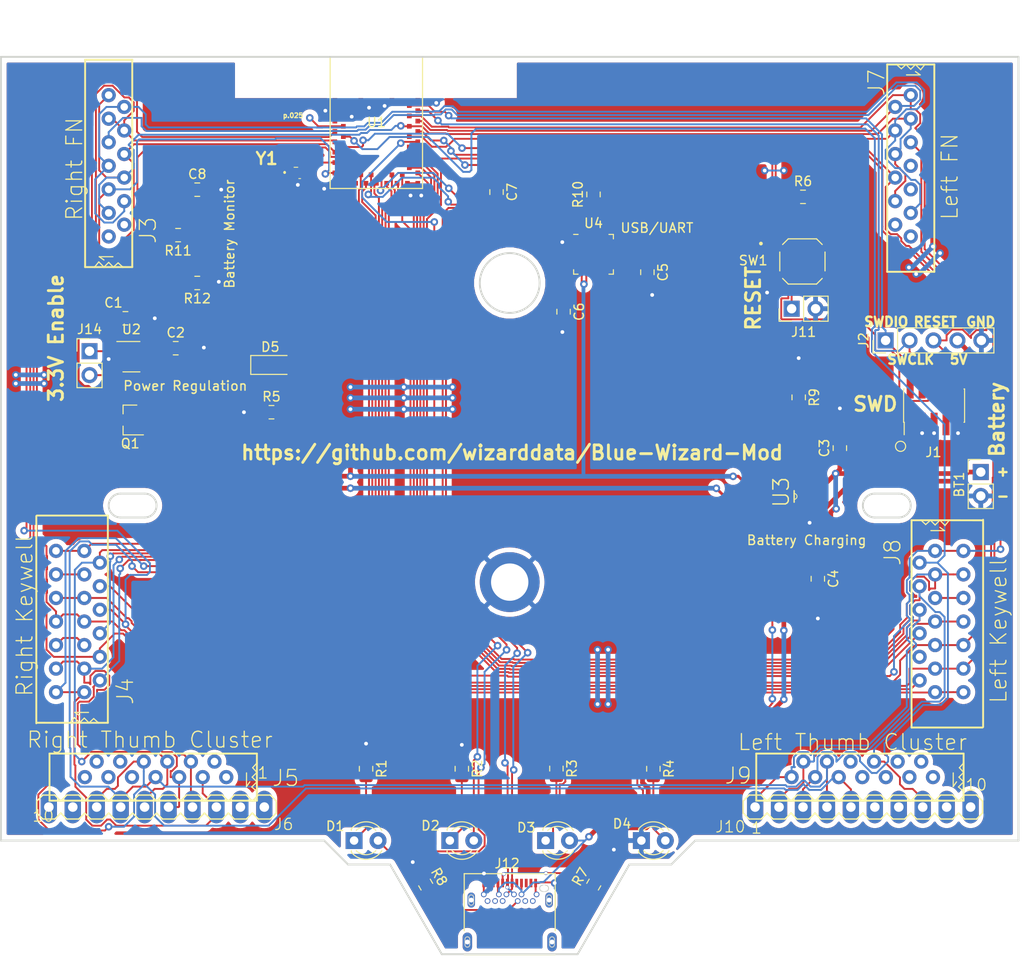
<source format=kicad_pcb>
(kicad_pcb (version 20171130) (host pcbnew "(5.1.6)-1")
  (layers (0 F.Cu signal) (31 B.Cu signal) (34 B.Paste user) (35 F.Paste user) (36 B.SilkS user) (37 F.SilkS user) (38 B.Mask user) (39 F.Mask user) (44 Edge.Cuts user))
  (net 0 "")
  (net 1 +BATT)
  (net 2 GND)
  (net 3 "Net-(C1-Pad1)")
  (net 4 VCC)
  (net 5 +5V)
  (net 6 "Net-(D4-Pad2)")
  (net 7 SWDIO)
  (net 8 SWCLK)
  (net 9 "Net-(J1-Pad7)")
  (net 10 "Net-(J1-Pad8)")
  (net 11 RESET)
  (net 12 "Net-(J6-Pad10)")
  (net 13 "Net-(J6-Pad9)")
  (net 14 "Net-(J6-Pad2)")
  (net 15 "Net-(J6-Pad1)")
  (net 16 "Net-(J10-Pad6)")
  (net 17 "Net-(J10-Pad7)")
  (net 18 "Net-(J10-Pad9)")
  (net 19 "Net-(J10-Pad10)")
  (net 20 "Net-(U1-PadP13)")
  (net 21 "Net-(U2-Pad4)")
  (net 22 "Net-(J3-Pad2)")
  (net 23 "Net-(J3-Pad1)")
  (net 24 "Net-(J4-Pad11)")
  (net 25 "Net-(J4-Pad5)")
  (net 26 "Net-(J5-Pad12)")
  (net 27 "Net-(J5-Pad10)")
  (net 28 "Net-(J5-Pad2)")
  (net 29 "Net-(J5-Pad13)")
  (net 30 "Net-(J5-Pad11)")
  (net 31 "Net-(J5-Pad9)")
  (net 32 "Net-(J5-Pad1)")
  (net 33 "Net-(J7-Pad9)")
  (net 34 "Net-(J7-Pad13)")
  (net 35 "Net-(J7-Pad12)")
  (net 36 "Net-(J8-Pad5)")
  (net 37 "Net-(J8-Pad10)")
  (net 38 "Net-(J9-Pad1)")
  (net 39 "Net-(J9-Pad3)")
  (net 40 "Net-(J9-Pad5)")
  (net 41 "Net-(J9-Pad7)")
  (net 42 "Net-(J9-Pad2)")
  (net 43 "Net-(J9-Pad4)")
  (net 44 "Net-(J9-Pad8)")
  (net 45 C6)
  (net 46 B5)
  (net 47 B3)
  (net 48 C5)
  (net 49 C4)
  (net 50 B4)
  (net 51 D6)
  (net 52 C1)
  (net 53 B0)
  (net 54 B2)
  (net 55 C3)
  (net 56 C0)
  (net 57 C2)
  (net 58 B1)
  (net 59 D7)
  (net 60 B6)
  (net 61 "Net-(J7-Pad7)")
  (net 62 D1)
  (net 63 D4)
  (net 64 D5)
  (net 65 D3)
  (net 66 D2)
  (net 67 D0)
  (net 68 "Net-(J12-PadA2)")
  (net 69 "Net-(J12-PadA3)")
  (net 70 "Net-(J12-PadA5)")
  (net 71 "Net-(J12-PadA8)")
  (net 72 "Net-(J12-PadA10)")
  (net 73 "Net-(J12-PadA11)")
  (net 74 "Net-(J12-PadB11)")
  (net 75 "Net-(J12-PadB10)")
  (net 76 "Net-(J12-PadB8)")
  (net 77 "Net-(J12-PadB5)")
  (net 78 "Net-(J12-PadB3)")
  (net 79 "Net-(J12-PadB2)")
  (net 80 "Net-(D3-Pad1)")
  (net 81 "Net-(R9-Pad2)")
  (net 82 "Net-(R3-Pad1)")
  (net 83 "Net-(J12-PadS1)")
  (net 84 SWO)
  (net 85 "Net-(C5-Pad1)")
  (net 86 DTR)
  (net 87 BMonitor)
  (net 88 "Net-(D1-Pad1)")
  (net 89 "Net-(D2-Pad1)")
  (net 90 D+)
  (net 91 D-)
  (net 92 "Net-(J14-Pad2)")
  (net 93 "Net-(R10-Pad1)")
  (net 94 RXD)
  (net 95 TXD)
  (net 96 "Net-(U4-Pad1)")
  (net 97 "Net-(U4-Pad9)")
  (net 98 "Net-(U4-Pad10)")
  (net 99 "Net-(U4-Pad11)")
  (net 100 "Net-(U4-Pad12)")
  (net 101 "Net-(U4-Pad13)")
  (net 102 "Net-(U4-Pad14)")
  (net 103 "Net-(U4-Pad15)")
  (net 104 "Net-(U4-Pad17)")
  (net 105 "Net-(U4-Pad18)")
  (net 106 "Net-(U4-Pad19)")
  (net 107 "Net-(U4-Pad22)")
  (net 108 "Net-(U4-Pad24)")
  (net 109 "Net-(U4-Pad25)")
  (net 110 "Net-(Y1-Pad1)")
  (net 111 "Net-(U1-PadP6)")
  (net 112 LED2)
  (net 113 LED1)
  (module Package_TO_SOT_SMD:SOT-23-5 (layer F.Cu) (at 110.363 73.1012)
    (fp_text reference U2 (at 0 -2.9) (layer F.SilkS))
    (fp_text value MIC5365-3.3YD5)
    (pad 5 smd rect (at 1.1 -0.95) (size 1.06 0.65) (layers F.Cu F.Paste F.Mask) (net 4 VCC))
    (pad 4 smd rect (at 1.1 0.95) (size 1.06 0.65) (layers F.Cu F.Paste F.Mask) (net 21 "Net-(U2-Pad4)"))
    (pad 3 smd rect (at -1.1 0.95) (size 1.06 0.65) (layers F.Cu F.Paste F.Mask) (net 92 "Net-(J14-Pad2)"))
    (pad 2 smd rect (at -1.1 0) (size 1.06 0.65) (layers F.Cu F.Paste F.Mask) (net 2 GND))
    (pad 1 smd rect (at -1.1 -0.95) (size 1.06 0.65) (layers F.Cu F.Paste F.Mask) (net 3 "Net-(C1-Pad1)"))
  )
  (module Capacitor_SMD:C_0805_2012Metric (layer F.Cu) (at 115.062 72.1995)
    (fp_text reference C2 (at 0 -1.65) (layer F.SilkS))
    (fp_text value 1uf)
    (pad 2 smd roundrect (at 0.9375 0) (size 0.975 1.4) (layers F.Cu F.Paste F.Mask) (net 2 GND))
    (pad 1 smd roundrect (at -0.9375 0) (size 0.975 1.4) (layers F.Cu F.Paste F.Mask) (net 4 VCC))
  )
  (module Blue_Wizard:SW_PTS526_SM08_SMTR2_LFS (layer F.Cu) (at 181.5465 62.992)
    (fp_text reference SW1 (at -5.2197 -0.1016) (layer F.SilkS))
    (fp_text value SW_Push)
    (pad 1 smd rect (at -3 -1.85) (size 1 0.7) (layers F.Cu F.Paste F.Mask) (net 11 RESET))
    (pad 2 smd rect (at -3 1.85) (size 1 0.7) (layers F.Cu F.Paste F.Mask) (net 2 GND))
    (pad 3 smd rect (at 3 -1.85) (size 1 0.7) (layers F.Cu F.Paste F.Mask))
    (pad 4 smd rect (at 3 1.85) (size 1 0.7) (layers F.Cu F.Paste F.Mask))
  )
  (module Blue_Wizard:BMD-300 (layer F.Cu) (at 131.445 55.245)
    (fp_text reference U1 (at 4.91198 -7.01711) (layer F.SilkS) (effects (font (size 1.002449 1.002449))))
    (fp_text value BMD-300)
    (pad P16 smd rect (at 0.5 -0.55) (size 0.5 0.5) (layers F.Cu F.Paste F.Mask) (net 2 GND))
    (pad P1 smd rect (at 0.5 -9.35) (size 0.5 0.5) (layers F.Cu F.Paste F.Mask) (net 2 GND))
    (pad P2 smd rect (at 1.4 -8.8) (size 0.5 0.5) (layers F.Cu F.Paste F.Mask) (net 2 GND))
    (pad P3 smd rect (at 0.5 -8.25) (size 0.5 0.5) (layers F.Cu F.Paste F.Mask) (net 2 GND))
    (pad P4 smd rect (at 1.4 -7.7) (size 0.5 0.5) (layers F.Cu F.Paste F.Mask) (net 2 GND))
    (pad P5 smd rect (at 0.5 -7.15) (size 0.5 0.5) (layers F.Cu F.Paste F.Mask) (net 2 GND))
    (pad P6 smd rect (at 1.4 -6.6) (size 0.5 0.5) (layers F.Cu F.Paste F.Mask) (net 111 "Net-(U1-PadP6)"))
    (pad P7 smd rect (at 0.5 -6.05) (size 0.5 0.5) (layers F.Cu F.Paste F.Mask) (net 54 B2))
    (pad P8 smd rect (at 1.4 -5.5) (size 0.5 0.5) (layers F.Cu F.Paste F.Mask) (net 64 D5))
    (pad P9 smd rect (at 0.5 -4.95) (size 0.5 0.5) (layers F.Cu F.Paste F.Mask) (net 46 B5))
    (pad P10 smd rect (at 1.4 -4.4) (size 0.5 0.5) (layers F.Cu F.Paste F.Mask) (net 58 B1))
    (pad P11 smd rect (at 0.5 -3.85) (size 0.5 0.5) (layers F.Cu F.Paste F.Mask) (net 47 B3))
    (pad P12 smd rect (at 1.4 -3.3) (size 0.5 0.5) (layers F.Cu F.Paste F.Mask) (net 87 BMonitor))
    (pad P13 smd rect (at 0.5 -2.75) (size 0.5 0.5) (layers F.Cu F.Paste F.Mask) (net 20 "Net-(U1-PadP13)"))
    (pad P14 smd rect (at 1.4 -2.2) (size 0.5 0.5) (layers F.Cu F.Paste F.Mask) (net 2 GND))
    (pad P15 smd rect (at 0.5 -1.65) (size 0.5 0.5) (layers F.Cu F.Paste F.Mask) (net 50 B4))
    (pad P17 smd rect (at 1.6 -0.55) (size 0.5 0.5) (layers F.Cu F.Paste F.Mask) (net 4 VCC))
    (pad P18 smd rect (at 2.15 -1.45) (size 0.5 0.5) (layers F.Cu F.Paste F.Mask) (net 2 GND))
    (pad P19 smd rect (at 2.7 -0.55) (size 0.5 0.5) (layers F.Cu F.Paste F.Mask) (net 57 C2))
    (pad P20 smd rect (at 3.25 -1.45) (size 0.5 0.5) (layers F.Cu F.Paste F.Mask) (net 52 C1))
    (pad P21 smd rect (at 3.8 -0.55) (size 0.5 0.5) (layers F.Cu F.Paste F.Mask) (net 55 C3))
    (pad P22 smd rect (at 4.35 -1.45) (size 0.5 0.5) (layers F.Cu F.Paste F.Mask) (net 95 TXD))
    (pad P23 smd rect (at 4.9 -0.55) (size 0.5 0.5) (layers F.Cu F.Paste F.Mask) (net 59 D7))
    (pad P24 smd rect (at 5.45 -1.45) (size 0.5 0.5) (layers F.Cu F.Paste F.Mask) (net 94 RXD))
    (pad P25 smd rect (at 6 -0.55) (size 0.5 0.5) (layers F.Cu F.Paste F.Mask) (net 56 C0))
    (pad P26 smd rect (at 6.55 -1.45) (size 0.5 0.5) (layers F.Cu F.Paste F.Mask) (net 51 D6))
    (pad P27 smd rect (at 7.1 -0.55) (size 0.5 0.5) (layers F.Cu F.Paste F.Mask) (net 60 B6))
    (pad P28 smd rect (at 7.65 -1.45) (size 0.5 0.5) (layers F.Cu F.Paste F.Mask) (net 67 D0))
    (pad P29 smd rect (at 8.2 -0.55) (size 0.5 0.5) (layers F.Cu F.Paste F.Mask) (net 2 GND))
    (pad P31 smd rect (at 9.3 -1.65) (size 0.5 0.5) (layers F.Cu F.Paste F.Mask) (net 62 D1))
    (pad P30 smd rect (at 9.3 -0.55) (size 0.5 0.5) (layers F.Cu F.Paste F.Mask) (net 2 GND))
    (pad P32 smd rect (at 8.4 -2.2) (size 0.5 0.5) (layers F.Cu F.Paste F.Mask) (net 66 D2))
    (pad P33 smd rect (at 9.3 -2.75) (size 0.5 0.5) (layers F.Cu F.Paste F.Mask) (net 65 D3))
    (pad P34 smd rect (at 8.4 -3.3) (size 0.5 0.5) (layers F.Cu F.Paste F.Mask) (net 63 D4))
    (pad P35 smd rect (at 9.3 -3.85) (size 0.5 0.5) (layers F.Cu F.Paste F.Mask) (net 113 LED1))
    (pad P36 smd rect (at 8.4 -4.4) (size 0.5 0.5) (layers F.Cu F.Paste F.Mask) (net 84 SWO))
    (pad P37 smd rect (at 9.3 -4.95) (size 0.5 0.5) (layers F.Cu F.Paste F.Mask) (net 112 LED2))
    (pad P38 smd rect (at 8.4 -5.5) (size 0.5 0.5) (layers F.Cu F.Paste F.Mask) (net 45 C6))
    (pad P39 smd rect (at 9.3 -6.05) (size 0.5 0.5) (layers F.Cu F.Paste F.Mask) (net 11 RESET))
    (pad P40 smd rect (at 8.4 -6.6) (size 0.5 0.5) (layers F.Cu F.Paste F.Mask) (net 48 C5))
    (pad P41 smd rect (at 9.3 -7.15) (size 0.5 0.5) (layers F.Cu F.Paste F.Mask) (net 49 C4))
    (pad P42 smd rect (at 8.4 -7.7) (size 0.5 0.5) (layers F.Cu F.Paste F.Mask) (net 53 B0))
    (pad P43 smd rect (at 9.3 -8.25) (size 0.5 0.5) (layers F.Cu F.Paste F.Mask) (net 8 SWCLK))
    (pad P44 smd rect (at 8.4 -8.8) (size 0.5 0.5) (layers F.Cu F.Paste F.Mask) (net 7 SWDIO))
    (pad P45 smd rect (at 9.3 -9.35) (size 0.5 0.5) (layers F.Cu F.Paste F.Mask) (net 2 GND))
    (pad P46 smd rect (at 6.55 -9.35) (size 0.5 0.5) (layers F.Cu F.Paste F.Mask) (net 2 GND))
    (pad P47 smd rect (at 3.25 -9.35) (size 0.5 0.5) (layers F.Cu F.Paste F.Mask) (net 2 GND))
  )
  (module "Blue_Wizard:Mounting Hole" (layer F.Cu) (at 150.495 97.028)
    (fp_text reference J13 hide)
    (fp_text value Conn_01x01)
    (pad 1 thru_hole circle (at 0 0) (size 6.35 6.35) (drill 3.9624) (layers *.Cu *.Mask) (net 2 GND))
  )
  (module Blue_Wizard:Vertical_FRC (layer F.Cu) (at 193.039999 52.839001 270)
    (fp_text reference J7 (at -10.370201 4.622799 270) (layer F.SilkS) (effects (font (size 1.6891 1.6891) (thickness 0.135128)) (justify right top)))
    (fp_text value "Left FN" (at -3.563001 -3.149601 90) (layer F.SilkS) (effects (font (size 1.6891 1.6891) (thickness 0.135128)) (justify right top)))
    (pad 1 thru_hole circle (at -7.5 0 270) (size 1.5112 1.5112) (drill 0.8) (layers *.Cu *.Mask) (net 53 B0))
    (pad 3 thru_hole circle (at -5 0 270) (size 1.5112 1.5112) (drill 0.8) (layers *.Cu *.Mask) (net 48 C5))
    (pad 5 thru_hole circle (at -2.5 0 270) (size 1.5112 1.5112) (drill 0.8) (layers *.Cu *.Mask) (net 54 B2))
    (pad 7 thru_hole circle (at 0 0 270) (size 1.5112 1.5112) (drill 0.8) (layers *.Cu *.Mask) (net 61 "Net-(J7-Pad7)"))
    (pad 9 thru_hole circle (at 2.5 0 270) (size 1.5112 1.5112) (drill 0.8) (layers *.Cu *.Mask) (net 33 "Net-(J7-Pad9)"))
    (pad 11 thru_hole circle (at 5 0 270) (size 1.5112 1.5112) (drill 0.8) (layers *.Cu *.Mask) (net 45 C6))
    (pad 13 thru_hole circle (at 7.5 0 270) (size 1.5112 1.5112) (drill 0.8) (layers *.Cu *.Mask) (net 34 "Net-(J7-Pad13)"))
    (pad 2 thru_hole circle (at -6.25 1.65 270) (size 1.5112 1.5112) (drill 0.8) (layers *.Cu *.Mask) (net 49 C4))
    (pad 4 thru_hole circle (at -3.75 1.65 270) (size 1.5112 1.5112) (drill 0.8) (layers *.Cu *.Mask) (net 45 C6))
    (pad 6 thru_hole circle (at -1.25 1.65 270) (size 1.5112 1.5112) (drill 0.8) (layers *.Cu *.Mask) (net 48 C5))
    (pad 8 thru_hole circle (at 1.25 1.65 270) (size 1.5112 1.5112) (drill 0.8) (layers *.Cu *.Mask) (net 58 B1))
    (pad 10 thru_hole circle (at 3.75 1.65 270) (size 1.5112 1.5112) (drill 0.8) (layers *.Cu *.Mask) (net 48 C5))
    (pad 12 thru_hole circle (at 6.25 1.65 270) (size 1.5112 1.5112) (drill 0.8) (layers *.Cu *.Mask) (net 35 "Net-(J7-Pad12)"))
  )
  (module Diode_SMD:D_SOD-123F (layer F.Cu) (at 125.222 73.9775)
    (fp_text reference D5 (at -0.127 -1.905) (layer F.SilkS))
    (fp_text value MBR120)
    (pad 2 smd rect (at 1.4 0) (size 1.1 1.1) (layers F.Cu F.Paste F.Mask) (net 5 +5V))
    (pad 1 smd rect (at -1.4 0) (size 1.1 1.1) (layers F.Cu F.Paste F.Mask) (net 3 "Net-(C1-Pad1)"))
  )
  (module Blue_Wizard:CONN_10137062-00021LF (layer F.Cu) (at 150.495 129.528)
    (fp_text reference J12 (at -0.2794 -2.6296) (layer F.SilkS))
    (fp_text value 10137062-00021LF)
    (fp_line (start 4.24 6) (end 4.24 5.7) (layer Edge.Cuts) (width 0.1))
    (fp_line (start 4.74 5.7) (end 4.74 6) (layer Edge.Cuts) (width 0.1))
    (fp_line (start 4.74 5.4) (end 4.74 5.7) (layer Edge.Cuts) (width 0.1))
    (fp_line (start 4.24 5.7) (end 4.24 5.4) (layer Edge.Cuts) (width 0.1))
    (fp_line (start -4.74 6) (end -4.74 5.7) (layer Edge.Cuts) (width 0.1))
    (fp_line (start -4.24 5.7) (end -4.24 6) (layer Edge.Cuts) (width 0.1))
    (fp_line (start -4.24 5.4) (end -4.24 5.7) (layer Edge.Cuts) (width 0.1))
    (fp_line (start -4.74 5.7) (end -4.74 5.4) (layer Edge.Cuts) (width 0.1))
    (fp_line (start 3.5 -0.325) (end 3.65 -0.325) (layer Edge.Cuts) (width 0.1))
    (fp_line (start 3.65 0.325) (end 3.5 0.325) (layer Edge.Cuts) (width 0.1))
    (fp_line (start 3.8 0.325) (end 3.65 0.325) (layer Edge.Cuts) (width 0.1))
    (fp_line (start 3.65 -0.325) (end 3.8 -0.325) (layer Edge.Cuts) (width 0.1))
    (fp_line (start 3.93 1.55) (end 3.93 1.25) (layer Edge.Cuts) (width 0.1))
    (fp_line (start 4.43 1.25) (end 4.43 1.55) (layer Edge.Cuts) (width 0.1))
    (fp_line (start 4.43 0.95) (end 4.43 1.25) (layer Edge.Cuts) (width 0.1))
    (fp_line (start 3.93 1.25) (end 3.93 0.95) (layer Edge.Cuts) (width 0.1))
    (fp_line (start -4.33 1.55) (end -4.33 1.25) (layer Edge.Cuts) (width 0.1))
    (fp_line (start -3.83 1.25) (end -3.83 1.55) (layer Edge.Cuts) (width 0.1))
    (fp_line (start -3.83 0.95) (end -3.83 1.25) (layer Edge.Cuts) (width 0.1))
    (fp_line (start -4.33 1.25) (end -4.33 0.95) (layer Edge.Cuts) (width 0.1))
    (fp_arc (start 4.49 6) (end 4.24 6) (angle -90) (layer Edge.Cuts) (width 0.1))
    (fp_arc (start 4.49 6) (end 4.49 6.25) (angle -90) (layer Edge.Cuts) (width 0.1))
    (fp_arc (start 4.49 5.4) (end 4.74 5.4) (angle -90) (layer Edge.Cuts) (width 0.1))
    (fp_arc (start 4.49 5.4) (end 4.49 5.15) (angle -90) (layer Edge.Cuts) (width 0.1))
    (fp_arc (start -4.49 6) (end -4.74 6) (angle -90) (layer Edge.Cuts) (width 0.1))
    (fp_arc (start -4.49 6) (end -4.49 6.25) (angle -90) (layer Edge.Cuts) (width 0.1))
    (fp_arc (start -4.49 5.4) (end -4.24 5.4) (angle -90) (layer Edge.Cuts) (width 0.1))
    (fp_arc (start -4.49 5.4) (end -4.49 5.15) (angle -90) (layer Edge.Cuts) (width 0.1))
    (fp_arc (start 3.5 0) (end 3.5 -0.325) (angle -90) (layer Edge.Cuts) (width 0.1))
    (fp_arc (start 3.5 0) (end 3.175 0) (angle -90) (layer Edge.Cuts) (width 0.1))
    (fp_arc (start 3.8 0) (end 3.8 0.325) (angle -90) (layer Edge.Cuts) (width 0.1))
    (fp_arc (start 3.8 0) (end 4.125 0) (angle -90) (layer Edge.Cuts) (width 0.1))
    (fp_arc (start 4.18 1.55) (end 3.93 1.55) (angle -90) (layer Edge.Cuts) (width 0.1))
    (fp_arc (start 4.18 1.55) (end 4.18 1.8) (angle -90) (layer Edge.Cuts) (width 0.1))
    (fp_arc (start 4.18 0.95) (end 4.43 0.95) (angle -90) (layer Edge.Cuts) (width 0.1))
    (fp_arc (start 4.18 0.95) (end 4.18 0.7) (angle -90) (layer Edge.Cuts) (width 0.1))
    (fp_arc (start -4.08 1.55) (end -4.33 1.55) (angle -90) (layer Edge.Cuts) (width 0.1))
    (fp_arc (start -4.08 1.55) (end -4.08 1.8) (angle -90) (layer Edge.Cuts) (width 0.1))
    (fp_arc (start -4.08 0.95) (end -3.83 0.95) (angle -90) (layer Edge.Cuts) (width 0.1))
    (fp_arc (start -4.08 0.95) (end -4.08 0.7) (angle -90) (layer Edge.Cuts) (width 0.1))
    (pad None np_thru_hole circle (at 3.65 0) (size 0.65 0.65) (drill 0.65) (layers *.Cu *.Mask))
    (pad S4 thru_hole oval (at 4.49 5.7) (size 1 2) (drill 0.5) (layers *.Cu *.Mask) (net 83 "Net-(J12-PadS1)"))
    (pad S3 thru_hole oval (at -4.49 5.7) (size 1 2) (drill 0.5) (layers *.Cu *.Mask) (net 83 "Net-(J12-PadS1)"))
    (pad S2 thru_hole oval (at 4.18 1.25) (size 0.8 1.6) (drill 0.5) (layers *.Cu *.Mask) (net 83 "Net-(J12-PadS1)"))
    (pad S1 thru_hole oval (at -4.08 1.25) (size 0.8 1.6) (drill 0.5) (layers *.Cu *.Mask) (net 83 "Net-(J12-PadS1)"))
    (pad B12 thru_hole circle (at -2.75 0.65) (size 0.6 0.6) (drill 0.4) (layers *.Cu *.Mask) (net 2 GND))
    (pad B11 thru_hole circle (at -2.35 1.35) (size 0.6 0.6) (drill 0.4) (layers *.Cu *.Mask) (net 74 "Net-(J12-PadB11)"))
    (pad B10 thru_hole circle (at -1.55 1.35) (size 0.6 0.6) (drill 0.4) (layers *.Cu *.Mask) (net 75 "Net-(J12-PadB10)"))
    (pad B9 thru_hole circle (at -1.15 0.65) (size 0.6 0.6) (drill 0.4) (layers *.Cu *.Mask) (net 5 +5V))
    (pad B8 thru_hole circle (at -0.75 1.35) (size 0.6 0.6) (drill 0.4) (layers *.Cu *.Mask) (net 76 "Net-(J12-PadB8)"))
    (pad B7 thru_hole circle (at -0.35 0.65) (size 0.6 0.6) (drill 0.4) (layers *.Cu *.Mask) (net 91 D-))
    (pad B6 thru_hole circle (at 0.45 0.65) (size 0.6 0.6) (drill 0.4) (layers *.Cu *.Mask) (net 90 D+))
    (pad B5 thru_hole circle (at 0.85 1.35) (size 0.6 0.6) (drill 0.4) (layers *.Cu *.Mask) (net 77 "Net-(J12-PadB5)"))
    (pad B4 thru_hole circle (at 1.25 0.65) (size 0.6 0.6) (drill 0.4) (layers *.Cu *.Mask) (net 5 +5V))
    (pad B3 thru_hole circle (at 1.65 1.35) (size 0.6 0.6) (drill 0.4) (layers *.Cu *.Mask) (net 78 "Net-(J12-PadB3)"))
    (pad B2 thru_hole circle (at 2.45 1.35) (size 0.6 0.6) (drill 0.4) (layers *.Cu *.Mask) (net 79 "Net-(J12-PadB2)"))
    (pad B1 thru_hole circle (at 2.85 0.65) (size 0.6 0.6) (drill 0.4) (layers *.Cu *.Mask) (net 2 GND))
    (pad A12 smd rect (at 2.75 -0.56) (size 0.3 0.9) (layers F.Cu F.Paste F.Mask) (net 2 GND))
    (pad A11 smd rect (at 2.25 -0.56) (size 0.3 0.9) (layers F.Cu F.Paste F.Mask) (net 73 "Net-(J12-PadA11)"))
    (pad A10 smd rect (at 1.75 -0.56) (size 0.3 0.9) (layers F.Cu F.Paste F.Mask) (net 72 "Net-(J12-PadA10)"))
    (pad A9 smd rect (at 1.25 -0.56) (size 0.3 0.9) (layers F.Cu F.Paste F.Mask) (net 5 +5V))
    (pad A8 smd rect (at 0.75 -0.56) (size 0.3 0.9) (layers F.Cu F.Paste F.Mask) (net 71 "Net-(J12-PadA8)"))
    (pad A7 smd rect (at 0.25 -0.56) (size 0.3 0.9) (layers F.Cu F.Paste F.Mask) (net 91 D-))
    (pad A6 smd rect (at -0.25 -0.56) (size 0.3 0.9) (layers F.Cu F.Paste F.Mask) (net 90 D+))
    (pad A5 smd rect (at -0.75 -0.56) (size 0.3 0.9) (layers F.Cu F.Paste F.Mask) (net 70 "Net-(J12-PadA5)"))
    (pad A4 smd rect (at -1.25 -0.56) (size 0.3 0.9) (layers F.Cu F.Paste F.Mask) (net 5 +5V))
    (pad A3 smd rect (at -1.75 -0.56) (size 0.3 0.9) (layers F.Cu F.Paste F.Mask) (net 69 "Net-(J12-PadA3)"))
    (pad A2 smd rect (at -2.25 -0.56) (size 0.3 0.9) (layers F.Cu F.Paste F.Mask) (net 68 "Net-(J12-PadA2)"))
    (pad A1 smd rect (at -2.75 -0.56) (size 0.3 0.9) (layers F.Cu F.Paste F.Mask) (net 2 GND))
    (pad None np_thru_hole circle (at -3.55 0) (size 0.65 0.65) (drill 0.65) (layers *.Cu *.Mask))
  )
  (module Connector_PinHeader_2.54mm:PinHeader_1x02_P2.54mm_Vertical (layer F.Cu) (at 180.4035 68.0085 90)
    (fp_text reference J11 (at -2.4765 1.27 180) (layer F.SilkS))
    (fp_text value Conn_01x02)
    (pad 1 thru_hole rect (at 0 0 90) (size 1.7 1.7) (drill 1) (layers *.Cu *.Mask) (net 11 RESET))
    (pad 2 thru_hole oval (at 0 2.54 90) (size 1.7 1.7) (drill 1) (layers *.Cu *.Mask) (net 2 GND))
  )
  (module Blue_Wizard:Horizontal_FRC (layer F.Cu) (at 105.362 101.212 90)
    (fp_text reference J4 (at -8.9408 3.3528 270) (layer F.SilkS) (effects (font (size 1.6891 1.6891) (thickness 0.135128)) (justify left top)))
    (fp_text value "Right Keywell" (at -8.0715 -7.318 270) (layer F.SilkS) (effects (font (size 1.6891 1.6891) (thickness 0.135128)) (justify left top)))
    (pad 1 thru_hole circle (at -7.5 -3 90) (size 1.5112 1.5112) (drill 0.8) (layers *.Cu *.Mask) (net 51 D6))
    (pad 12 thru_hole circle (at 6.25 1.65 90) (size 1.5112 1.5112) (drill 0.8) (layers *.Cu *.Mask) (net 52 C1))
    (pad 10 thru_hole circle (at 3.75 1.65 90) (size 1.5112 1.5112) (drill 0.8) (layers *.Cu *.Mask) (net 53 B0))
    (pad 8 thru_hole circle (at 1.25 1.65 90) (size 1.5112 1.5112) (drill 0.8) (layers *.Cu *.Mask) (net 54 B2))
    (pad 6 thru_hole circle (at -1.25 1.65 90) (size 1.5112 1.5112) (drill 0.8) (layers *.Cu *.Mask) (net 55 C3))
    (pad 4 thru_hole circle (at -3.75 1.65 90) (size 1.5112 1.5112) (drill 0.8) (layers *.Cu *.Mask) (net 50 B4))
    (pad 2 thru_hole circle (at -6.25 1.65 90) (size 1.5112 1.5112) (drill 0.8) (layers *.Cu *.Mask) (net 56 C0))
    (pad 13 thru_hole circle (at 7.5 0 90) (size 1.5112 1.5112) (drill 0.8) (layers *.Cu *.Mask) (net 57 C2))
    (pad 11 thru_hole circle (at 5 0 90) (size 1.5112 1.5112) (drill 0.8) (layers *.Cu *.Mask) (net 24 "Net-(J4-Pad11)"))
    (pad 9 thru_hole circle (at 2.5 0 90) (size 1.5112 1.5112) (drill 0.8) (layers *.Cu *.Mask) (net 58 B1))
    (pad 7 thru_hole circle (at 0 0 90) (size 1.5112 1.5112) (drill 0.8) (layers *.Cu *.Mask) (net 47 B3))
    (pad 5 thru_hole circle (at -2.5 0 90) (size 1.5112 1.5112) (drill 0.8) (layers *.Cu *.Mask) (net 25 "Net-(J4-Pad5)"))
    (pad 3 thru_hole circle (at -5 0 90) (size 1.5112 1.5112) (drill 0.8) (layers *.Cu *.Mask) (net 59 D7))
    (pad 1 thru_hole circle (at -7.5 0 90) (size 1.5112 1.5112) (drill 0.8) (layers *.Cu *.Mask) (net 51 D6))
    (pad 3 thru_hole circle (at -5 -3 90) (size 1.5112 1.5112) (drill 0.8) (layers *.Cu *.Mask) (net 59 D7))
    (pad 5 thru_hole circle (at -2.5 -3 90) (size 1.5112 1.5112) (drill 0.8) (layers *.Cu *.Mask) (net 25 "Net-(J4-Pad5)"))
    (pad 7 thru_hole circle (at 0 -3 90) (size 1.5112 1.5112) (drill 0.8) (layers *.Cu *.Mask) (net 47 B3))
    (pad 9 thru_hole circle (at 2.5 -3 90) (size 1.5112 1.5112) (drill 0.8) (layers *.Cu *.Mask) (net 58 B1))
    (pad 11 thru_hole circle (at 5 -3 90) (size 1.5112 1.5112) (drill 0.8) (layers *.Cu *.Mask) (net 24 "Net-(J4-Pad11)"))
    (pad 13 thru_hole circle (at 7.5 -3 90) (size 1.5112 1.5112) (drill 0.8) (layers *.Cu *.Mask) (net 57 C2))
  )
  (module Blue_Wizard:Vertical_FRC (layer F.Cu) (at 107.95 52.839001 90)
    (fp_text reference J3 (at -8.382 3.175 270) (layer F.SilkS) (effects (font (size 1.6891 1.6891) (thickness 0.135128)) (justify left top)))
    (fp_text value "Right FN" (at -5.936599 -4.6228 270) (layer F.SilkS) (effects (font (size 1.6891 1.6891) (thickness 0.135128)) (justify left top)))
    (pad 12 thru_hole circle (at 6.25 1.65 90) (size 1.5112 1.5112) (drill 0.8) (layers *.Cu *.Mask) (net 45 C6))
    (pad 10 thru_hole circle (at 3.75 1.65 90) (size 1.5112 1.5112) (drill 0.8) (layers *.Cu *.Mask) (net 46 B5))
    (pad 8 thru_hole circle (at 1.25 1.65 90) (size 1.5112 1.5112) (drill 0.8) (layers *.Cu *.Mask) (net 47 B3))
    (pad 6 thru_hole circle (at -1.25 1.65 90) (size 1.5112 1.5112) (drill 0.8) (layers *.Cu *.Mask) (net 48 C5))
    (pad 4 thru_hole circle (at -3.75 1.65 90) (size 1.5112 1.5112) (drill 0.8) (layers *.Cu *.Mask) (net 45 C6))
    (pad 2 thru_hole circle (at -6.25 1.65 90) (size 1.5112 1.5112) (drill 0.8) (layers *.Cu *.Mask) (net 22 "Net-(J3-Pad2)"))
    (pad 13 thru_hole circle (at 7.5 0 90) (size 1.5112 1.5112) (drill 0.8) (layers *.Cu *.Mask) (net 48 C5))
    (pad 11 thru_hole circle (at 5 0 90) (size 1.5112 1.5112) (drill 0.8) (layers *.Cu *.Mask) (net 46 B5))
    (pad 9 thru_hole circle (at 2.5 0 90) (size 1.5112 1.5112) (drill 0.8) (layers *.Cu *.Mask) (net 49 C4))
    (pad 7 thru_hole circle (at 0 0 90) (size 1.5112 1.5112) (drill 0.8) (layers *.Cu *.Mask) (net 45 C6))
    (pad 5 thru_hole circle (at -2.5 0 90) (size 1.5112 1.5112) (drill 0.8) (layers *.Cu *.Mask) (net 50 B4))
    (pad 3 thru_hole circle (at -5 0 90) (size 1.5112 1.5112) (drill 0.8) (layers *.Cu *.Mask) (net 48 C5))
    (pad 1 thru_hole circle (at -7.5 0 90) (size 1.5112 1.5112) (drill 0.8) (layers *.Cu *.Mask) (net 23 "Net-(J3-Pad1)"))
  )
  (module Blue_Wizard:Vertical_FRC (layer F.Cu) (at 187.9 117.728 180)
    (fp_text reference J9 (at 11.624 1.142 180) (layer F.SilkS) (effects (font (size 1.6891 1.6891) (thickness 0.135128)) (justify right top)))
    (fp_text value "Left Thumb Cluster" (at -11.236 4.698 180) (layer F.SilkS) (effects (font (size 1.6891 1.6891) (thickness 0.135128)) (justify right top)))
    (pad 1 thru_hole circle (at -7.5 0 180) (size 1.5112 1.5112) (drill 0.8) (layers *.Cu *.Mask) (net 38 "Net-(J9-Pad1)"))
    (pad 3 thru_hole circle (at -5 0 180) (size 1.5112 1.5112) (drill 0.8) (layers *.Cu *.Mask) (net 39 "Net-(J9-Pad3)"))
    (pad 5 thru_hole circle (at -2.5 0 180) (size 1.5112 1.5112) (drill 0.8) (layers *.Cu *.Mask) (net 40 "Net-(J9-Pad5)"))
    (pad 7 thru_hole circle (at 0 0 180) (size 1.5112 1.5112) (drill 0.8) (layers *.Cu *.Mask) (net 41 "Net-(J9-Pad7)"))
    (pad 9 thru_hole circle (at 2.5 0 180) (size 1.5112 1.5112) (drill 0.8) (layers *.Cu *.Mask) (net 46 B5))
    (pad 11 thru_hole circle (at 5 0 180) (size 1.5112 1.5112) (drill 0.8) (layers *.Cu *.Mask) (net 64 D5))
    (pad 13 thru_hole circle (at 7.5 0 180) (size 1.5112 1.5112) (drill 0.8) (layers *.Cu *.Mask) (net 63 D4))
    (pad 2 thru_hole circle (at -6.25 1.65 180) (size 1.5112 1.5112) (drill 0.8) (layers *.Cu *.Mask) (net 42 "Net-(J9-Pad2)"))
    (pad 4 thru_hole circle (at -3.75 1.65 180) (size 1.5112 1.5112) (drill 0.8) (layers *.Cu *.Mask) (net 43 "Net-(J9-Pad4)"))
    (pad 6 thru_hole circle (at -1.25 1.65 180) (size 1.5112 1.5112) (drill 0.8) (layers *.Cu *.Mask) (net 65 D3))
    (pad 8 thru_hole circle (at 1.25 1.65 180) (size 1.5112 1.5112) (drill 0.8) (layers *.Cu *.Mask) (net 44 "Net-(J9-Pad8)"))
    (pad 10 thru_hole circle (at 3.75 1.65 180) (size 1.5112 1.5112) (drill 0.8) (layers *.Cu *.Mask) (net 60 B6))
    (pad 12 thru_hole circle (at 6.25 1.65 180) (size 1.5112 1.5112) (drill 0.8) (layers *.Cu *.Mask) (net 66 D2))
  )
  (module Connector_PinHeader_2.54mm:PinHeader_1x02_P2.54mm_Vertical (layer F.Cu) (at 200.4695 85.344)
    (fp_text reference BT1 (at -2.286 1.3335 90) (layer F.SilkS))
    (fp_text value Battery_Cell)
    (pad 2 thru_hole oval (at 0 2.54) (size 1.7 1.7) (drill 1) (layers *.Cu *.Mask) (net 2 GND))
    (pad 1 thru_hole rect (at 0 0) (size 1.7 1.7) (drill 1) (layers *.Cu *.Mask) (net 1 +BATT))
  )
  (module LED_THT:LED_D3.0mm_Clear (layer F.Cu) (at 133.985 124.46)
    (fp_text reference D1 (at -2.0066 -1.524) (layer F.SilkS))
    (fp_text value LED)
    (pad 1 thru_hole rect (at 0 0) (size 1.8 1.8) (drill 0.9) (layers *.Cu *.Mask) (net 88 "Net-(D1-Pad1)"))
    (pad 2 thru_hole circle (at 2.54 0) (size 1.8 1.8) (drill 0.9) (layers *.Cu *.Mask) (net 112 LED2))
  )
  (module LED_THT:LED_D3.0mm_Clear (layer F.Cu) (at 144.145 124.46)
    (fp_text reference D2 (at -2.0574 -1.5748) (layer F.SilkS))
    (fp_text value LED)
    (pad 2 thru_hole circle (at 2.54 0) (size 1.8 1.8) (drill 0.9) (layers *.Cu *.Mask) (net 113 LED1))
    (pad 1 thru_hole rect (at 0 0) (size 1.8 1.8) (drill 0.9) (layers *.Cu *.Mask) (net 89 "Net-(D2-Pad1)"))
  )
  (module LED_THT:LED_D3.0mm_Clear (layer F.Cu) (at 154.305 124.46)
    (fp_text reference D3 (at -2.0574 -1.3716) (layer F.SilkS))
    (fp_text value LED)
    (pad 2 thru_hole circle (at 2.54 0) (size 1.8 1.8) (drill 0.9) (layers *.Cu *.Mask) (net 5 +5V))
    (pad 1 thru_hole rect (at 0 0) (size 1.8 1.8) (drill 0.9) (layers *.Cu *.Mask) (net 80 "Net-(D3-Pad1)"))
  )
  (module LED_THT:LED_D3.0mm_Clear (layer F.Cu) (at 164.465 124.46)
    (fp_text reference D4 (at -2.0574 -1.778) (layer F.SilkS))
    (fp_text value LED)
    (pad 1 thru_hole rect (at 0 0) (size 1.8 1.8) (drill 0.9) (layers *.Cu *.Mask) (net 2 GND))
    (pad 2 thru_hole circle (at 2.54 0) (size 1.8 1.8) (drill 0.9) (layers *.Cu *.Mask) (net 6 "Net-(D4-Pad2)"))
  )
  (module Connector_PinHeader_1.27mm:PinHeader_2x05_P1.27mm_Vertical_SMD (layer F.Cu) (at 195.5165 78.2955 90)
    (fp_text reference J1 (at -4.953 -0.0635 180) (layer F.SilkS))
    (fp_text value Conn_ARM_JTAG_SWD_10)
    (pad 1 smd rect (at -1.95 -2.54 90) (size 2.4 0.74) (layers F.Cu F.Paste F.Mask) (net 4 VCC))
    (pad 2 smd rect (at 1.95 -2.54 90) (size 2.4 0.74) (layers F.Cu F.Paste F.Mask) (net 7 SWDIO))
    (pad 3 smd rect (at -1.95 -1.27 90) (size 2.4 0.74) (layers F.Cu F.Paste F.Mask) (net 2 GND))
    (pad 4 smd rect (at 1.95 -1.27 90) (size 2.4 0.74) (layers F.Cu F.Paste F.Mask) (net 8 SWCLK))
    (pad 5 smd rect (at -1.95 0 90) (size 2.4 0.74) (layers F.Cu F.Paste F.Mask) (net 2 GND))
    (pad 6 smd rect (at 1.95 0 90) (size 2.4 0.74) (layers F.Cu F.Paste F.Mask) (net 84 SWO))
    (pad 7 smd rect (at -1.95 1.27 90) (size 2.4 0.74) (layers F.Cu F.Paste F.Mask) (net 9 "Net-(J1-Pad7)"))
    (pad 8 smd rect (at 1.95 1.27 90) (size 2.4 0.74) (layers F.Cu F.Paste F.Mask) (net 10 "Net-(J1-Pad8)"))
    (pad 9 smd rect (at -1.95 2.54 90) (size 2.4 0.74) (layers F.Cu F.Paste F.Mask) (net 2 GND))
    (pad 10 smd rect (at 1.95 2.54 90) (size 2.4 0.74) (layers F.Cu F.Paste F.Mask) (net 11 RESET))
  )
  (module Blue_Wizard:Vertical_FRC (layer F.Cu) (at 112.923 117.728 180)
    (fp_text reference J5 (at -15.347 0.888 180) (layer F.SilkS) (effects (font (size 1.6891 1.6891) (thickness 0.135128)) (justify right top)))
    (fp_text value "Right Thumb Cluster" (at -12.553 4.952 180) (layer F.SilkS) (effects (font (size 1.6891 1.6891) (thickness 0.135128)) (justify right top)))
    (pad 12 thru_hole circle (at 6.25 1.65 180) (size 1.5112 1.5112) (drill 0.8) (layers *.Cu *.Mask) (net 26 "Net-(J5-Pad12)"))
    (pad 10 thru_hole circle (at 3.75 1.65 180) (size 1.5112 1.5112) (drill 0.8) (layers *.Cu *.Mask) (net 27 "Net-(J5-Pad10)"))
    (pad 8 thru_hole circle (at 1.25 1.65 180) (size 1.5112 1.5112) (drill 0.8) (layers *.Cu *.Mask) (net 46 B5))
    (pad 6 thru_hole circle (at -1.25 1.65 180) (size 1.5112 1.5112) (drill 0.8) (layers *.Cu *.Mask) (net 52 C1))
    (pad 4 thru_hole circle (at -3.75 1.65 180) (size 1.5112 1.5112) (drill 0.8) (layers *.Cu *.Mask) (net 59 D7))
    (pad 2 thru_hole circle (at -6.25 1.65 180) (size 1.5112 1.5112) (drill 0.8) (layers *.Cu *.Mask) (net 28 "Net-(J5-Pad2)"))
    (pad 13 thru_hole circle (at 7.5 0 180) (size 1.5112 1.5112) (drill 0.8) (layers *.Cu *.Mask) (net 29 "Net-(J5-Pad13)"))
    (pad 11 thru_hole circle (at 5 0 180) (size 1.5112 1.5112) (drill 0.8) (layers *.Cu *.Mask) (net 30 "Net-(J5-Pad11)"))
    (pad 9 thru_hole circle (at 2.5 0 180) (size 1.5112 1.5112) (drill 0.8) (layers *.Cu *.Mask) (net 31 "Net-(J5-Pad9)"))
    (pad 7 thru_hole circle (at 0 0 180) (size 1.5112 1.5112) (drill 0.8) (layers *.Cu *.Mask) (net 60 B6))
    (pad 5 thru_hole circle (at -2.5 0 180) (size 1.5112 1.5112) (drill 0.8) (layers *.Cu *.Mask) (net 56 C0))
    (pad 3 thru_hole circle (at -5 0 180) (size 1.5112 1.5112) (drill 0.8) (layers *.Cu *.Mask) (net 51 D6))
    (pad 1 thru_hole circle (at -7.5 0 180) (size 1.5112 1.5112) (drill 0.8) (layers *.Cu *.Mask) (net 32 "Net-(J5-Pad1)"))
  )
  (module Blue_Wizard:MA10-1 (layer F.Cu) (at 113.029999 120.904 180)
    (fp_text reference J6 (at -14.605001 -2.54) (layer F.SilkS) (effects (font (size 1.2065 1.2065) (thickness 0.12065)) (justify right bottom)))
    (fp_text value "Right Keywell Header")
    (fp_text user 10 (at 10.795 -1.651) (layer F.SilkS) (effects (font (size 1.2065 1.2065) (thickness 0.127)) (justify right bottom)))
    (fp_text user 1 (at -11.938 2.921) (layer F.SilkS) (effects (font (size 1.2065 1.2065) (thickness 0.127)) (justify right bottom)))
    (pad 10 thru_hole oval (at 11.43 0 270) (size 3.4544 1.7272) (drill 1.016) (layers *.Cu *.Mask) (net 12 "Net-(J6-Pad10)"))
    (pad 9 thru_hole oval (at 8.89 0 270) (size 3.4544 1.7272) (drill 1.016) (layers *.Cu *.Mask) (net 13 "Net-(J6-Pad9)"))
    (pad 8 thru_hole oval (at 6.35 0 270) (size 3.4544 1.7272) (drill 1.016) (layers *.Cu *.Mask) (net 46 B5))
    (pad 7 thru_hole oval (at 3.81 0 270) (size 3.4544 1.7272) (drill 1.016) (layers *.Cu *.Mask) (net 60 B6))
    (pad 6 thru_hole oval (at 1.27 0 270) (size 3.4544 1.7272) (drill 1.016) (layers *.Cu *.Mask) (net 52 C1))
    (pad 5 thru_hole oval (at -1.27 0 270) (size 3.4544 1.7272) (drill 1.016) (layers *.Cu *.Mask) (net 56 C0))
    (pad 4 thru_hole oval (at -3.81 0 270) (size 3.4544 1.7272) (drill 1.016) (layers *.Cu *.Mask) (net 59 D7))
    (pad 3 thru_hole oval (at -6.35 0 270) (size 3.4544 1.7272) (drill 1.016) (layers *.Cu *.Mask) (net 51 D6))
    (pad 2 thru_hole oval (at -8.89 0 270) (size 3.4544 1.7272) (drill 1.016) (layers *.Cu *.Mask) (net 14 "Net-(J6-Pad2)"))
    (pad 1 thru_hole oval (at -11.43 0 270) (size 3.4544 1.7272) (drill 1.016) (layers *.Cu *.Mask) (net 15 "Net-(J6-Pad1)"))
  )
  (module Blue_Wizard:Horizontal_FRC (layer F.Cu) (at 195.627999 101.212001 270)
    (fp_text reference J8 (at -8.883001 5.508999 270) (layer F.SilkS) (effects (font (size 1.6891 1.6891) (thickness 0.135128)) (justify right top)))
    (fp_text value "Left Keywell" (at -6.825601 -5.743201 270) (layer F.SilkS) (effects (font (size 1.6891 1.6891) (thickness 0.135128)) (justify right top)))
    (pad 13 thru_hole circle (at 7.5 -3 270) (size 1.5112 1.5112) (drill 0.8) (layers *.Cu *.Mask) (net 50 B4))
    (pad 11 thru_hole circle (at 5 -3 270) (size 1.5112 1.5112) (drill 0.8) (layers *.Cu *.Mask) (net 54 B2))
    (pad 9 thru_hole circle (at 2.5 -3 270) (size 1.5112 1.5112) (drill 0.8) (layers *.Cu *.Mask) (net 58 B1))
    (pad 7 thru_hole circle (at 0 -3 270) (size 1.5112 1.5112) (drill 0.8) (layers *.Cu *.Mask) (net 62 D1))
    (pad 5 thru_hole circle (at -2.5 -3 270) (size 1.5112 1.5112) (drill 0.8) (layers *.Cu *.Mask) (net 36 "Net-(J8-Pad5)"))
    (pad 3 thru_hole circle (at -5 -3 270) (size 1.5112 1.5112) (drill 0.8) (layers *.Cu *.Mask) (net 63 D4))
    (pad 1 thru_hole circle (at -7.5 0 270) (size 1.5112 1.5112) (drill 0.8) (layers *.Cu *.Mask) (net 53 B0))
    (pad 3 thru_hole circle (at -5 0 270) (size 1.5112 1.5112) (drill 0.8) (layers *.Cu *.Mask) (net 63 D4))
    (pad 5 thru_hole circle (at -2.5 0 270) (size 1.5112 1.5112) (drill 0.8) (layers *.Cu *.Mask) (net 36 "Net-(J8-Pad5)"))
    (pad 7 thru_hole circle (at 0 0 270) (size 1.5112 1.5112) (drill 0.8) (layers *.Cu *.Mask) (net 62 D1))
    (pad 9 thru_hole circle (at 2.5 0 270) (size 1.5112 1.5112) (drill 0.8) (layers *.Cu *.Mask) (net 58 B1))
    (pad 11 thru_hole circle (at 5 0 270) (size 1.5112 1.5112) (drill 0.8) (layers *.Cu *.Mask) (net 54 B2))
    (pad 13 thru_hole circle (at 7.5 0 270) (size 1.5112 1.5112) (drill 0.8) (layers *.Cu *.Mask) (net 50 B4))
    (pad 2 thru_hole circle (at -6.25 1.65 270) (size 1.5112 1.5112) (drill 0.8) (layers *.Cu *.Mask) (net 64 D5))
    (pad 4 thru_hole circle (at -3.75 1.65 270) (size 1.5112 1.5112) (drill 0.8) (layers *.Cu *.Mask) (net 65 D3))
    (pad 6 thru_hole circle (at -1.25 1.65 270) (size 1.5112 1.5112) (drill 0.8) (layers *.Cu *.Mask) (net 66 D2))
    (pad 8 thru_hole circle (at 1.25 1.65 270) (size 1.5112 1.5112) (drill 0.8) (layers *.Cu *.Mask) (net 67 D0))
    (pad 10 thru_hole circle (at 3.75 1.65 270) (size 1.5112 1.5112) (drill 0.8) (layers *.Cu *.Mask) (net 37 "Net-(J8-Pad10)"))
    (pad 12 thru_hole circle (at 6.25 1.65 270) (size 1.5112 1.5112) (drill 0.8) (layers *.Cu *.Mask) (net 47 B3))
    (pad 1 thru_hole circle (at -7.5 -3 270) (size 1.5112 1.5112) (drill 0.8) (layers *.Cu *.Mask) (net 53 B0))
  )
  (module Blue_Wizard:MA10-1 (layer F.Cu) (at 187.959999 120.904)
    (fp_text reference J10 (at -15.747999 2.794) (layer F.SilkS) (effects (font (size 1.2065 1.2065) (thickness 0.12065)) (justify left bottom)))
    (fp_text value "Left Keywell Header")
    (fp_text user 1 (at -11.938 2.921) (layer F.SilkS) (effects (font (size 1.2065 1.2065) (thickness 0.127)) (justify left bottom)))
    (fp_text user 10 (at 10.795 -1.651) (layer F.SilkS) (effects (font (size 1.2065 1.2065) (thickness 0.127)) (justify left bottom)))
    (pad 1 thru_hole oval (at -11.43 0 90) (size 3.4544 1.7272) (drill 1.016) (layers *.Cu *.Mask) (net 63 D4))
    (pad 2 thru_hole oval (at -8.89 0 90) (size 3.4544 1.7272) (drill 1.016) (layers *.Cu *.Mask) (net 66 D2))
    (pad 3 thru_hole oval (at -6.35 0 90) (size 3.4544 1.7272) (drill 1.016) (layers *.Cu *.Mask) (net 64 D5))
    (pad 4 thru_hole oval (at -3.81 0 90) (size 3.4544 1.7272) (drill 1.016) (layers *.Cu *.Mask) (net 60 B6))
    (pad 5 thru_hole oval (at -1.27 0 90) (size 3.4544 1.7272) (drill 1.016) (layers *.Cu *.Mask) (net 46 B5))
    (pad 6 thru_hole oval (at 1.27 0 90) (size 3.4544 1.7272) (drill 1.016) (layers *.Cu *.Mask) (net 16 "Net-(J10-Pad6)"))
    (pad 7 thru_hole oval (at 3.81 0 90) (size 3.4544 1.7272) (drill 1.016) (layers *.Cu *.Mask) (net 17 "Net-(J10-Pad7)"))
    (pad 8 thru_hole oval (at 6.35 0 90) (size 3.4544 1.7272) (drill 1.016) (layers *.Cu *.Mask) (net 65 D3))
    (pad 9 thru_hole oval (at 8.89 0 90) (size 3.4544 1.7272) (drill 1.016) (layers *.Cu *.Mask) (net 18 "Net-(J10-Pad9)"))
    (pad 10 thru_hole oval (at 11.43 0 90) (size 3.4544 1.7272) (drill 1.016) (layers *.Cu *.Mask) (net 19 "Net-(J10-Pad10)"))
  )
  (module Package_TO_SOT_SMD:SOT-23 (layer F.Cu) (at 110.236 79.8195 180)
    (fp_text reference Q1 (at 0 -2.5) (layer F.SilkS))
    (fp_text value BSS84)
    (pad 1 smd rect (at -1 -0.95 180) (size 0.9 0.8) (layers F.Cu F.Paste F.Mask) (net 5 +5V))
    (pad 2 smd rect (at -1 0.95 180) (size 0.9 0.8) (layers F.Cu F.Paste F.Mask) (net 3 "Net-(C1-Pad1)"))
    (pad 3 smd rect (at 1 0 180) (size 0.9 0.8) (layers F.Cu F.Paste F.Mask) (net 1 +BATT))
  )
  (module Connector_PinHeader_2.54mm:PinHeader_1x05_P2.54mm_Vertical (layer F.Cu) (at 190.373 71.374 90)
    (fp_text reference J2 (at 0 -2.33 90) (layer F.SilkS))
    (fp_text value Conn_01x05)
    (pad 1 thru_hole rect (at 0 0 90) (size 1.7 1.7) (drill 1) (layers *.Cu *.Mask) (net 7 SWDIO))
    (pad 2 thru_hole oval (at 0 2.54 90) (size 1.7 1.7) (drill 1) (layers *.Cu *.Mask) (net 8 SWCLK))
    (pad 3 thru_hole oval (at 0 5.08 90) (size 1.7 1.7) (drill 1) (layers *.Cu *.Mask) (net 11 RESET))
    (pad 4 thru_hole oval (at 0 7.62 90) (size 1.7 1.7) (drill 1) (layers *.Cu *.Mask) (net 5 +5V))
    (pad 5 thru_hole oval (at 0 10.16 90) (size 1.7 1.7) (drill 1) (layers *.Cu *.Mask) (net 2 GND))
  )
  (module Capacitor_SMD:C_0805_2012Metric (layer F.Cu) (at 109.728 69.0245)
    (fp_text reference C1 (at -1.27 -1.65) (layer F.SilkS))
    (fp_text value 1uf)
    (pad 1 smd roundrect (at -0.9375 0) (size 0.975 1.4) (layers F.Cu F.Paste F.Mask) (net 3 "Net-(C1-Pad1)"))
    (pad 2 smd roundrect (at 0.9375 0) (size 0.975 1.4) (layers F.Cu F.Paste F.Mask) (net 2 GND))
  )
  (module Capacitor_SMD:C_0805_2012Metric (layer F.Cu) (at 185.5216 82.804 90)
    (fp_text reference C3 (at 0 -1.65 90) (layer F.SilkS))
    (fp_text value 4.7uf)
    (pad 1 smd roundrect (at -0.9375 0 90) (size 0.975 1.4) (layers F.Cu F.Paste F.Mask) (net 5 +5V))
    (pad 2 smd roundrect (at 0.9375 0 90) (size 0.975 1.4) (layers F.Cu F.Paste F.Mask) (net 2 GND))
  )
  (module Capacitor_SMD:C_0805_2012Metric (layer F.Cu) (at 183.1848 96.6724 270)
    (fp_text reference C4 (at 0 -1.65 90) (layer F.SilkS))
    (fp_text value 4.7uf)
    (pad 2 smd roundrect (at 0.9375 0 270) (size 0.975 1.4) (layers F.Cu F.Paste F.Mask) (net 2 GND))
    (pad 1 smd roundrect (at -0.9375 0 270) (size 0.975 1.4) (layers F.Cu F.Paste F.Mask) (net 1 +BATT))
  )
  (module Resistor_SMD:R_0805_2012Metric (layer F.Cu) (at 135.255 116.84 270)
    (fp_text reference R1 (at 0 -1.65 90) (layer F.SilkS))
    (fp_text value "1k ohm")
    (pad 2 smd roundrect (at 0.9375 0 270) (size 0.975 1.4) (layers F.Cu F.Paste F.Mask) (net 88 "Net-(D1-Pad1)"))
    (pad 1 smd roundrect (at -0.9375 0 270) (size 0.975 1.4) (layers F.Cu F.Paste F.Mask) (net 2 GND))
  )
  (module Resistor_SMD:R_0805_2012Metric (layer F.Cu) (at 145.415 116.84 270)
    (fp_text reference R2 (at 0 -1.65 90) (layer F.SilkS))
    (fp_text value "1k ohm")
    (pad 1 smd roundrect (at -0.9375 0 270) (size 0.975 1.4) (layers F.Cu F.Paste F.Mask) (net 2 GND))
    (pad 2 smd roundrect (at 0.9375 0 270) (size 0.975 1.4) (layers F.Cu F.Paste F.Mask) (net 89 "Net-(D2-Pad1)"))
  )
  (module Resistor_SMD:R_0805_2012Metric (layer F.Cu) (at 155.448 116.819 270)
    (fp_text reference R3 (at 0 -1.65 90) (layer F.SilkS))
    (fp_text value "470 ohm")
    (pad 2 smd roundrect (at 0.9375 0 270) (size 0.975 1.4) (layers F.Cu F.Paste F.Mask) (net 80 "Net-(D3-Pad1)"))
    (pad 1 smd roundrect (at -0.9375 0 270) (size 0.975 1.4) (layers F.Cu F.Paste F.Mask) (net 82 "Net-(R3-Pad1)"))
  )
  (module Resistor_SMD:R_0805_2012Metric (layer F.Cu) (at 165.735 116.84 270)
    (fp_text reference R4 (at 0 -1.65 90) (layer F.SilkS))
    (fp_text value "1k ohm")
    (pad 1 smd roundrect (at -0.9375 0 270) (size 0.975 1.4) (layers F.Cu F.Paste F.Mask) (net 5 +5V))
    (pad 2 smd roundrect (at 0.9375 0 270) (size 0.975 1.4) (layers F.Cu F.Paste F.Mask) (net 6 "Net-(D4-Pad2)"))
  )
  (module Resistor_SMD:R_0805_2012Metric (layer F.Cu) (at 125.222 78.994)
    (fp_text reference R5 (at 0 -1.65) (layer F.SilkS))
    (fp_text value 100k)
    (pad 1 smd roundrect (at -0.9375 0) (size 0.975 1.4) (layers F.Cu F.Paste F.Mask) (net 2 GND))
    (pad 2 smd roundrect (at 0.9375 0) (size 0.975 1.4) (layers F.Cu F.Paste F.Mask) (net 5 +5V))
  )
  (module Resistor_SMD:R_0805_2012Metric (layer F.Cu) (at 181.61 56.134)
    (fp_text reference R6 (at 0 -1.65) (layer F.SilkS))
    (fp_text value 10k)
    (pad 2 smd roundrect (at 0.9375 0) (size 0.975 1.4) (layers F.Cu F.Paste F.Mask) (net 4 VCC))
    (pad 1 smd roundrect (at -0.9375 0) (size 0.975 1.4) (layers F.Cu F.Paste F.Mask) (net 11 RESET))
  )
  (module Resistor_SMD:R_0805_2012Metric (layer F.Cu) (at 159.4104 129.1336 60)
    (fp_text reference R7 (at 0 -1.65 60) (layer F.SilkS))
    (fp_text value 5.1K)
    (pad 1 smd roundrect (at -0.9375 0 60) (size 0.975 1.4) (layers F.Cu F.Paste F.Mask) (net 70 "Net-(J12-PadA5)"))
    (pad 2 smd roundrect (at 0.9375 0 60) (size 0.975 1.4) (layers F.Cu F.Paste F.Mask) (net 2 GND))
  )
  (module Resistor_SMD:R_0805_2012Metric (layer F.Cu) (at 141.5796 129.1336 300)
    (fp_text reference R8 (at 0 -1.65 120) (layer F.SilkS))
    (fp_text value 5.1K)
    (pad 2 smd roundrect (at 0.9375 0 300) (size 0.975 1.4) (layers F.Cu F.Paste F.Mask) (net 77 "Net-(J12-PadB5)"))
    (pad 1 smd roundrect (at -0.9375 0 300) (size 0.975 1.4) (layers F.Cu F.Paste F.Mask) (net 2 GND))
  )
  (module Resistor_SMD:R_0805_2012Metric (layer F.Cu) (at 181.1528 77.4192 270)
    (fp_text reference R9 (at 0 -1.65 90) (layer F.SilkS))
    (fp_text value 2k)
    (pad 1 smd roundrect (at -0.9375 0 270) (size 0.975 1.4) (layers F.Cu F.Paste F.Mask) (net 2 GND))
    (pad 2 smd roundrect (at 0.9375 0 270) (size 0.975 1.4) (layers F.Cu F.Paste F.Mask) (net 81 "Net-(R9-Pad2)"))
  )
  (module Blue_Wizard:SOT95P280X145-5N (layer F.Cu) (at 182.2196 87.9348 90)
    (fp_text reference U3 (at 0.45745 -2.92254 90) (layer F.SilkS) (effects (font (size 1.640866 1.640866))))
    (fp_text value MCP73831T-2ACI_OT)
    (pad 5 smd rect (at 1.2954 -0.9398 90) (size 1.27 0.5588) (layers F.Cu F.Paste F.Mask) (net 81 "Net-(R9-Pad2)"))
    (pad 4 smd rect (at 1.2954 0.9398 90) (size 1.27 0.5588) (layers F.Cu F.Paste F.Mask) (net 5 +5V))
    (pad 3 smd rect (at -1.2954 0.9398 90) (size 1.27 0.5588) (layers F.Cu F.Paste F.Mask) (net 1 +BATT))
    (pad 2 smd rect (at -1.2954 0 90) (size 1.27 0.5588) (layers F.Cu F.Paste F.Mask) (net 2 GND))
    (pad 1 smd rect (at -1.2954 -0.9398 90) (size 1.27 0.5588) (layers F.Cu F.Paste F.Mask) (net 82 "Net-(R3-Pad1)"))
  )
  (module Capacitor_SMD:C_0805_2012Metric (layer F.Cu) (at 165.1 64.135 270)
    (fp_text reference C5 (at 0 -1.65 90) (layer F.SilkS))
    (fp_text value 10uf)
    (pad 2 smd roundrect (at 0.9375 0 270) (size 0.975 1.4) (layers F.Cu F.Paste F.Mask) (net 2 GND))
    (pad 1 smd roundrect (at -0.9375 0 270) (size 0.975 1.4) (layers F.Cu F.Paste F.Mask) (net 85 "Net-(C5-Pad1)"))
  )
  (module Capacitor_SMD:C_0805_2012Metric (layer F.Cu) (at 156.21 68.326 270)
    (fp_text reference C6 (at 0 -1.65 90) (layer F.SilkS))
    (fp_text value 0.1uf)
    (pad 1 smd roundrect (at -0.9375 0 270) (size 0.975 1.4) (layers F.Cu F.Paste F.Mask) (net 4 VCC))
    (pad 2 smd roundrect (at 0.9375 0 270) (size 0.975 1.4) (layers F.Cu F.Paste F.Mask) (net 2 GND))
  )
  (module Capacitor_SMD:C_0805_2012Metric (layer F.Cu) (at 149.098 55.626 270)
    (fp_text reference C7 (at 0 -1.65 90) (layer F.SilkS))
    (fp_text value 0.1uf)
    (pad 1 smd roundrect (at -0.9375 0 270) (size 0.975 1.4) (layers F.Cu F.Paste F.Mask) (net 11 RESET))
    (pad 2 smd roundrect (at 0.9375 0 270) (size 0.975 1.4) (layers F.Cu F.Paste F.Mask) (net 86 DTR))
  )
  (module Capacitor_SMD:C_0805_2012Metric (layer F.Cu) (at 117.348 55.372)
    (fp_text reference C8 (at 0 -1.65) (layer F.SilkS))
    (fp_text value 1nF)
    (pad 2 smd roundrect (at 0.9375 0) (size 0.975 1.4) (layers F.Cu F.Paste F.Mask) (net 2 GND))
    (pad 1 smd roundrect (at -0.9375 0) (size 0.975 1.4) (layers F.Cu F.Paste F.Mask) (net 87 BMonitor))
  )
  (module Connector_PinHeader_2.54mm:PinHeader_1x02_P2.54mm_Vertical (layer F.Cu) (at 105.918 72.517)
    (fp_text reference J14 (at 0 -2.33) (layer F.SilkS))
    (fp_text value Conn_01x02)
    (pad 1 thru_hole rect (at 0 0) (size 1.7 1.7) (drill 1) (layers *.Cu *.Mask) (net 3 "Net-(C1-Pad1)"))
    (pad 2 thru_hole oval (at 0 2.54) (size 1.7 1.7) (drill 1) (layers *.Cu *.Mask) (net 92 "Net-(J14-Pad2)"))
  )
  (module Resistor_SMD:R_0805_2012Metric (layer F.Cu) (at 159.385 55.88 90)
    (fp_text reference R10 (at 0 -1.65 90) (layer F.SilkS))
    (fp_text value "100 ohm")
    (pad 1 smd roundrect (at -0.9375 0 90) (size 0.975 1.4) (layers F.Cu F.Paste F.Mask) (net 93 "Net-(R10-Pad1)"))
    (pad 2 smd roundrect (at 0.9375 0 90) (size 0.975 1.4) (layers F.Cu F.Paste F.Mask) (net 94 RXD))
  )
  (module Resistor_SMD:R_0805_2012Metric (layer F.Cu) (at 115.316 60.198 180)
    (fp_text reference R11 (at 0 -1.65) (layer F.SilkS))
    (fp_text value "806k ohm")
    (pad 1 smd roundrect (at -0.9375 0 180) (size 0.975 1.4) (layers F.Cu F.Paste F.Mask) (net 87 BMonitor))
    (pad 2 smd roundrect (at 0.9375 0 180) (size 0.975 1.4) (layers F.Cu F.Paste F.Mask) (net 1 +BATT))
  )
  (module Resistor_SMD:R_0805_2012Metric (layer F.Cu) (at 117.348 65.278 180)
    (fp_text reference R12 (at 0 -1.65) (layer F.SilkS))
    (fp_text value 2M)
    (pad 2 smd roundrect (at 0.9375 0 180) (size 0.975 1.4) (layers F.Cu F.Paste F.Mask) (net 87 BMonitor))
    (pad 1 smd roundrect (at -0.9375 0 180) (size 0.975 1.4) (layers F.Cu F.Paste F.Mask) (net 2 GND))
  )
  (module Package_DFN_QFN:QFN-24-1EP_4x4mm_P0.5mm_EP2.6x2.6mm (layer F.Cu) (at 159.385 62.23)
    (fp_text reference U4 (at 0 -3.3) (layer F.SilkS))
    (fp_text value CP2104)
    (pad 25 smd rect (at 0 0) (size 2.6 2.6) (layers F.Cu F.Mask) (net 109 "Net-(U4-Pad25)"))
    (pad 24 smd roundrect (at -1.25 -1.9375) (size 0.25 0.825) (layers F.Cu F.Paste F.Mask) (net 108 "Net-(U4-Pad24)"))
    (pad 23 smd roundrect (at -0.75 -1.9375) (size 0.25 0.825) (layers F.Cu F.Paste F.Mask) (net 86 DTR))
    (pad 22 smd roundrect (at -0.25 -1.9375) (size 0.25 0.825) (layers F.Cu F.Paste F.Mask) (net 107 "Net-(U4-Pad22)"))
    (pad 21 smd roundrect (at 0.25 -1.9375) (size 0.25 0.825) (layers F.Cu F.Paste F.Mask) (net 93 "Net-(R10-Pad1)"))
    (pad 20 smd roundrect (at 0.75 -1.9375) (size 0.25 0.825) (layers F.Cu F.Paste F.Mask) (net 95 TXD))
    (pad 19 smd roundrect (at 1.25 -1.9375) (size 0.25 0.825) (layers F.Cu F.Paste F.Mask) (net 106 "Net-(U4-Pad19)"))
    (pad 18 smd roundrect (at 1.9375 -1.25) (size 0.825 0.25) (layers F.Cu F.Paste F.Mask) (net 105 "Net-(U4-Pad18)"))
    (pad 17 smd roundrect (at 1.9375 -0.75) (size 0.825 0.25) (layers F.Cu F.Paste F.Mask) (net 104 "Net-(U4-Pad17)"))
    (pad 16 smd roundrect (at 1.9375 -0.25) (size 0.825 0.25) (layers F.Cu F.Paste F.Mask) (net 85 "Net-(C5-Pad1)"))
    (pad 15 smd roundrect (at 1.9375 0.25) (size 0.825 0.25) (layers F.Cu F.Paste F.Mask) (net 103 "Net-(U4-Pad15)"))
    (pad 14 smd roundrect (at 1.9375 0.75) (size 0.825 0.25) (layers F.Cu F.Paste F.Mask) (net 102 "Net-(U4-Pad14)"))
    (pad 13 smd roundrect (at 1.9375 1.25) (size 0.825 0.25) (layers F.Cu F.Paste F.Mask) (net 101 "Net-(U4-Pad13)"))
    (pad 12 smd roundrect (at 1.25 1.9375) (size 0.25 0.825) (layers F.Cu F.Paste F.Mask) (net 100 "Net-(U4-Pad12)"))
    (pad 11 smd roundrect (at 0.75 1.9375) (size 0.25 0.825) (layers F.Cu F.Paste F.Mask) (net 99 "Net-(U4-Pad11)"))
    (pad 10 smd roundrect (at 0.25 1.9375) (size 0.25 0.825) (layers F.Cu F.Paste F.Mask) (net 98 "Net-(U4-Pad10)"))
    (pad 9 smd roundrect (at -0.25 1.9375) (size 0.25 0.825) (layers F.Cu F.Paste F.Mask) (net 97 "Net-(U4-Pad9)"))
    (pad 8 smd roundrect (at -0.75 1.9375) (size 0.25 0.825) (layers F.Cu F.Paste F.Mask) (net 5 +5V))
    (pad 7 smd roundrect (at -1.25 1.9375) (size 0.25 0.825) (layers F.Cu F.Paste F.Mask) (net 5 +5V))
    (pad 6 smd roundrect (at -1.9375 1.25) (size 0.825 0.25) (layers F.Cu F.Paste F.Mask) (net 4 VCC))
    (pad 5 smd roundrect (at -1.9375 0.75) (size 0.825 0.25) (layers F.Cu F.Paste F.Mask) (net 4 VCC))
    (pad 4 smd roundrect (at -1.9375 0.25) (size 0.825 0.25) (layers F.Cu F.Paste F.Mask) (net 91 D-))
    (pad 3 smd roundrect (at -1.9375 -0.25) (size 0.825 0.25) (layers F.Cu F.Paste F.Mask) (net 90 D+))
    (pad 2 smd roundrect (at -1.9375 -0.75) (size 0.825 0.25) (layers F.Cu F.Paste F.Mask) (net 2 GND))
    (pad 1 smd roundrect (at -1.9375 -1.25) (size 0.825 0.25) (layers F.Cu F.Paste F.Mask) (net 96 "Net-(U4-Pad1)"))
  )
  (module SamacSys_Parts:SIT1533AIH4DCC32768E (layer F.Cu) (at 128.016 53.594)
    (fp_text reference Y1 (at -3.302 -1.524) (layer F.SilkS) (effects (font (size 1.27 1.27) (thickness 0.254))))
    (fp_text value SIT1533AI-H4-DCC-32.768E hide)
    (pad 1 smd rect (at -0.75 0) (size 0.7 1.4) (layers F.Cu F.Paste F.Mask) (net 110 "Net-(Y1-Pad1)"))
    (pad 2 smd rect (at -0.1 0.45) (size 0.2 0.5) (layers F.Cu F.Paste F.Mask) (net 2 GND))
    (pad 3 smd rect (at 0.75 0) (size 0.7 1.4) (layers F.Cu F.Paste F.Mask) (net 20 "Net-(U1-PadP13)"))
    (pad 4 smd rect (at 0.1 -0.45) (size 0.2 0.5) (layers F.Cu F.Paste F.Mask) (net 4 VCC))
  )
  (gr_text https://github.com/wizarddata/Blue-Wizard-Mod (at 150.749 83.2866) (layer F.SilkS) (effects (font (size 1.5 1.5) (thickness 0.3))))
  (gr_text p.025 (at 127.508 47.498) (layer F.SilkS) (effects (font (size 0.5 0.5) (thickness 0.125))))
  (gr_line (start 96.52 124.46) (end 96.52 41.275001) (layer Edge.Cuts) (width 0.2))
  (gr_line (start 133.35 127) (end 137.795001 127) (layer Edge.Cuts) (width 0.2))
  (gr_line (start 163.195 127) (end 167.64 127) (layer Edge.Cuts) (width 0.2))
  (gr_line (start 204.47 124.46) (end 204.47 41.275001) (layer Edge.Cuts) (width 0.2))
  (gr_line (start 130.81 124.46) (end 96.52 124.46) (layer Edge.Cuts) (width 0.2))
  (gr_line (start 170.18 124.46) (end 204.47 124.46) (layer Edge.Cuts) (width 0.2))
  (gr_line (start 167.64 127) (end 170.18 124.46) (layer Edge.Cuts) (width 0.2))
  (gr_line (start 130.81 124.46) (end 133.35 127) (layer Edge.Cuts) (width 0.2))
  (gr_text "3.3V Enable" (at 102.362 71.12 90) (layer F.SilkS) (effects (font (size 1.5 1.5) (thickness 0.3))))
  (gr_text Battery (at 202.184 79.756 90) (layer F.SilkS) (effects (font (size 1.5 1.5) (thickness 0.3))))
  (gr_text USB/UART (at 166.116 59.436) (layer F.SilkS) (effects (font (size 1 1))))
  (gr_text "Battery Charging" (at 181.991 92.583) (layer F.SilkS) (effects (font (size 1 1))))
  (gr_text "Power Regulation" (at 116.078 76.2) (layer F.SilkS) (effects (font (size 1 1))))
  (gr_text "Battery Monitor" (at 120.777 60.071 90) (layer F.SilkS) (effects (font (size 1 1))))
  (gr_text RESET (at 176.3268 66.9036 90) (layer F.SilkS) (effects (font (size 1.5 1.5) (thickness 0.3))))
  (gr_text SWD (at 189.2808 78.1304) (layer F.SilkS) (effects (font (size 1.5 1.5) (thickness 0.3))))
  (gr_line (start 137.795001 127) (end 143.294262 136.525001) (layer Edge.Cuts) (width 0.2))
  (gr_line (start 143.294262 136.525001) (end 157.695739 136.525001) (layer Edge.Cuts) (width 0.2))
  (gr_line (start 157.695739 136.525001) (end 163.195 127) (layer Edge.Cuts) (width 0.2))
  (gr_text - (at 202.819 87.884) (layer F.SilkS) (effects (font (size 1 1) (thickness 0.25))))
  (gr_text + (at 202.819 85.2805) (layer F.SilkS) (effects (font (size 1 1) (thickness 0.25))))
  (gr_circle (center 191.9605 82.6135) (end 191.5795 82.2325) (layer F.SilkS) (width 0.12))
  (gr_text GND (at 200.4695 69.4055) (layer F.SilkS) (effects (font (size 1 1) (thickness 0.25))))
  (gr_text 5V (at 198.12 73.406) (layer F.SilkS) (effects (font (size 1 1) (thickness 0.25))))
  (gr_text RESET (at 195.6435 69.4055) (layer F.SilkS) (effects (font (size 1 1) (thickness 0.25))))
  (gr_text SWCLK (at 193.04 73.406) (layer F.SilkS) (effects (font (size 1 1) (thickness 0.25))))
  (gr_text SWDIO (at 190.4365 69.4055) (layer F.SilkS) (effects (font (size 1 1) (thickness 0.25))))
  (gr_line (start 189.230001 90.17) (end 191.769999 90.17) (layer Edge.Cuts) (width 0.2))
  (gr_arc (start 109.22 88.9) (end 109.22 87.63) (angle -180.0000549) (layer Edge.Cuts) (width 0.2))
  (gr_line (start 191.77 87.63) (end 189.23 87.63) (layer Edge.Cuts) (width 0.2))
  (gr_line (start 111.76 90.170001) (end 109.220002 90.170001) (layer Edge.Cuts) (width 0.2))
  (gr_arc (start 111.760001 88.9) (end 111.76 90.170001) (angle -180) (layer Edge.Cuts) (width 0.2))
  (gr_line (start 109.22 87.63) (end 111.760001 87.63) (layer Edge.Cuts) (width 0.2))
  (gr_arc (start 191.770001 88.9) (end 191.769999 90.17) (angle -180.0000549) (layer Edge.Cuts) (width 0.2))
  (gr_arc (start 189.230001 88.9) (end 189.23 87.63) (angle -180) (layer Edge.Cuts) (width 0.2))
  (gr_line (start 204.47 41.275001) (end 96.52 41.275001) (layer Edge.Cuts) (width 0.2))
  (gr_circle (center 150.495 65.278) (end 153.670001 65.278) (layer Edge.Cuts) (width 0.2))
  (via (at 172.4152 87.0712) (size 0.8) (drill 0.4) (layers F.Cu B.Cu) (net 1))
  (segment (start 183.038612 88.274412) (end 183.1594 88.3952) (width 0.3) (layer F.Cu) (net 1))
  (segment (start 173.618412 88.274412) (end 180.691186 88.274412) (width 0.3) (layer F.Cu) (net 1))
  (segment (start 172.4152 87.0712) (end 173.618412 88.274412) (width 0.3) (layer F.Cu) (net 1))
  (segment (start 183.1594 88.3952) (end 183.1594 89.2302) (width 0.3) (layer F.Cu) (net 1))
  (segment (start 180.691186 88.274412) (end 180.720399 88.245199) (width 0.3) (layer F.Cu) (net 1))
  (segment (start 180.720399 88.245199) (end 182.779001 88.245199) (width 0.3) (layer F.Cu) (net 1))
  (segment (start 182.779001 88.245199) (end 182.808214 88.274412) (width 0.3) (layer F.Cu) (net 1))
  (segment (start 182.808214 88.274412) (end 183.038612 88.274412) (width 0.3) (layer F.Cu) (net 1))
  (segment (start 186.851449 86.317551) (end 183.9388 89.2302) (width 0.5) (layer F.Cu) (net 1))
  (segment (start 198.145949 86.317551) (end 186.851449 86.317551) (width 0.5) (layer F.Cu) (net 1))
  (segment (start 200.4695 85.344) (end 199.1195 85.344) (width 0.5) (layer F.Cu) (net 1))
  (segment (start 183.9388 89.2302) (end 183.1594 89.2302) (width 0.5) (layer F.Cu) (net 1))
  (segment (start 199.1195 85.344) (end 198.145949 86.317551) (width 0.5) (layer F.Cu) (net 1))
  (segment (start 183.1848 95.1474) (end 183.1848 95.7349) (width 0.5) (layer F.Cu) (net 1))
  (segment (start 183.1848 90.3906) (end 183.1848 95.1474) (width 0.5) (layer F.Cu) (net 1))
  (segment (start 183.1594 89.2302) (end 183.1594 90.3652) (width 0.5) (layer F.Cu) (net 1))
  (segment (start 183.1594 90.3652) (end 183.1848 90.3906) (width 0.5) (layer F.Cu) (net 1))
  (via (at 133.600968 87.0585) (size 0.8) (drill 0.4) (layers F.Cu B.Cu) (net 1))
  (segment (start 115.575 87.0585) (end 133.600968 87.0585) (width 0.5) (layer F.Cu) (net 1))
  (segment (start 109.236 79.8195) (end 109.236 80.7195) (width 0.5) (layer F.Cu) (net 1))
  (segment (start 109.236 80.7195) (end 115.575 87.0585) (width 0.5) (layer F.Cu) (net 1))
  (segment (start 172.466 87.0585) (end 133.600968 87.0585) (width 0.5) (layer B.Cu) (net 1))
  (segment (start 105.773501 76.357001) (end 109.236 79.8195) (width 0.5) (layer F.Cu) (net 1))
  (segment (start 110.871 60.198) (end 104.617999 66.451001) (width 0.5) (layer F.Cu) (net 1))
  (segment (start 114.3785 60.198) (end 110.871 60.198) (width 0.5) (layer F.Cu) (net 1))
  (segment (start 104.617999 66.451001) (end 104.617999 75.681001) (width 0.5) (layer F.Cu) (net 1))
  (segment (start 104.617999 75.681001) (end 105.293999 76.357001) (width 0.5) (layer F.Cu) (net 1))
  (segment (start 105.293999 76.357001) (end 105.773501 76.357001) (width 0.5) (layer F.Cu) (net 1))
  (via (at 183.1848 100.8888) (size 0.8) (drill 0.4) (layers F.Cu B.Cu) (net 2))
  (via (at 181.1528 73.2536) (size 0.8) (drill 0.4) (layers F.Cu B.Cu) (net 2))
  (via (at 185.5216 78.5876) (size 0.8) (drill 0.4) (layers F.Cu B.Cu) (net 2))
  (via (at 140.208 126.746) (size 0.8) (drill 0.4) (layers F.Cu B.Cu) (net 2))
  (via (at 161.544 125.4252) (size 0.8) (drill 0.4) (layers F.Cu B.Cu) (net 2))
  (via (at 198.0565 81.2165) (size 0.8) (drill 0.4) (layers F.Cu B.Cu) (net 2))
  (via (at 195.5165 81.2165) (size 0.8) (drill 0.4) (layers F.Cu B.Cu) (net 2))
  (via (at 194.2465 81.2165) (size 0.8) (drill 0.4) (layers F.Cu B.Cu) (net 2))
  (via (at 112.8395 69.0245) (size 0.8) (drill 0.4) (layers F.Cu B.Cu) (net 2))
  (via (at 122.301 78.994) (size 0.8) (drill 0.4) (layers F.Cu B.Cu) (net 2))
  (via (at 142.702987 46.163249) (size 0.8) (drill 0.4) (layers F.Cu B.Cu) (net 2))
  (segment (start 140.745 45.895) (end 142.434738 45.895) (width 0.2) (layer F.Cu) (net 2))
  (segment (start 142.434738 45.895) (end 142.702987 46.163249) (width 0.2) (layer F.Cu) (net 2))
  (via (at 137.2235 46.482) (size 0.8) (drill 0.4) (layers F.Cu B.Cu) (net 2))
  (segment (start 137.995 45.895) (end 137.8105 45.895) (width 0.2) (layer F.Cu) (net 2))
  (segment (start 137.8105 45.895) (end 137.2235 46.482) (width 0.2) (layer F.Cu) (net 2))
  (via (at 135.5725 46.6725) (size 0.8) (drill 0.4) (layers F.Cu B.Cu) (net 2))
  (segment (start 134.695 45.895) (end 134.795 45.895) (width 0.2) (layer F.Cu) (net 2))
  (segment (start 134.795 45.895) (end 135.5725 46.6725) (width 0.2) (layer F.Cu) (net 2))
  (segment (start 131.945 45.895) (end 131.945 48.095) (width 0.2) (layer F.Cu) (net 2))
  (segment (start 132.845 46.445) (end 132.845 47.545) (width 0.2) (layer F.Cu) (net 2))
  (via (at 130.937 46.99) (size 0.8) (drill 0.4) (layers F.Cu B.Cu) (net 2))
  (segment (start 131.945 46.995) (end 130.942 46.995) (width 0.2) (layer F.Cu) (net 2))
  (segment (start 130.942 46.995) (end 130.937 46.99) (width 0.2) (layer F.Cu) (net 2))
  (segment (start 132.845 53.795) (end 131.945 54.695) (width 0.2) (layer F.Cu) (net 2))
  (segment (start 133.595 53.795) (end 132.845 53.795) (width 0.2) (layer F.Cu) (net 2))
  (segment (start 131.945 54.695) (end 131.392684 54.695) (width 0.2) (layer F.Cu) (net 2))
  (segment (start 131.392684 54.695) (end 131.212031 54.875653) (width 0.2) (layer F.Cu) (net 2))
  (segment (start 131.212031 54.875653) (end 130.812032 55.275652) (width 0.2) (layer F.Cu) (net 2))
  (via (at 130.812032 55.275652) (size 0.8) (drill 0.4) (layers F.Cu B.Cu) (net 2))
  (segment (start 147.745 128.968) (end 147.745 130.178) (width 0.2) (layer F.Cu) (net 2))
  (segment (start 153.245 130.078) (end 153.345 130.178) (width 0.2) (layer F.Cu) (net 2))
  (segment (start 153.245 128.968) (end 153.245 130.078) (width 0.2) (layer F.Cu) (net 2))
  (via (at 147.7645 127.9525) (size 0.8) (drill 0.4) (layers F.Cu B.Cu) (net 2))
  (segment (start 147.745 128.968) (end 147.745 127.972) (width 0.2) (layer F.Cu) (net 2))
  (segment (start 147.745 127.972) (end 147.7645 127.9525) (width 0.2) (layer F.Cu) (net 2))
  (via (at 155.2575 128.9685) (size 0.8) (drill 0.4) (layers F.Cu B.Cu) (net 2))
  (segment (start 155.19199 128.90299) (end 155.2575 128.9685) (width 0.2) (layer F.Cu) (net 2))
  (segment (start 153.66001 128.90299) (end 155.19199 128.90299) (width 0.2) (layer F.Cu) (net 2))
  (segment (start 153.245 128.968) (end 153.595 128.968) (width 0.2) (layer F.Cu) (net 2))
  (segment (start 153.595 128.968) (end 153.66001 128.90299) (width 0.2) (layer F.Cu) (net 2))
  (segment (start 110.6655 69.0245) (end 112.8395 69.0245) (width 0.2) (layer F.Cu) (net 2))
  (segment (start 122.301 78.994) (end 124.2845 78.994) (width 0.2) (layer F.Cu) (net 2))
  (segment (start 141.11085 127.64885) (end 140.208 126.746) (width 0.2) (layer F.Cu) (net 2))
  (segment (start 141.11085 128.321701) (end 141.11085 127.64885) (width 0.2) (layer F.Cu) (net 2))
  (segment (start 185.5216 78.5876) (end 185.5216 81.8665) (width 0.2) (layer F.Cu) (net 2))
  (segment (start 181.1528 73.819285) (end 181.1528 76.4817) (width 0.2) (layer F.Cu) (net 2))
  (segment (start 181.1528 73.2536) (end 181.1528 73.819285) (width 0.2) (layer F.Cu) (net 2))
  (segment (start 161.544 126.656851) (end 161.544 125.4252) (width 0.2) (layer F.Cu) (net 2))
  (segment (start 159.87915 128.321701) (end 161.544 126.656851) (width 0.2) (layer F.Cu) (net 2))
  (via (at 182.31081 90.7288) (size 0.8) (drill 0.4) (layers F.Cu B.Cu) (net 2))
  (segment (start 182.2196 90.63759) (end 182.31081 90.7288) (width 0.2) (layer F.Cu) (net 2))
  (segment (start 182.2196 89.2302) (end 182.2196 90.63759) (width 0.2) (layer F.Cu) (net 2))
  (segment (start 183.1848 98.1974) (end 183.1848 100.8888) (width 0.2) (layer F.Cu) (net 2))
  (segment (start 183.1848 97.6099) (end 183.1848 98.1974) (width 0.2) (layer F.Cu) (net 2))
  (via (at 177.8 66.294) (size 0.8) (drill 0.4) (layers F.Cu B.Cu) (net 2))
  (via (at 128.016 54.864) (size 0.8) (drill 0.4) (layers F.Cu B.Cu) (net 2))
  (segment (start 127.916 54.044) (end 127.916 54.764) (width 0.2) (layer F.Cu) (net 2))
  (segment (start 127.916 54.764) (end 128.016 54.864) (width 0.2) (layer F.Cu) (net 2))
  (via (at 156.083 70.485) (size 0.8) (drill 0.4) (layers F.Cu B.Cu) (net 2))
  (segment (start 156.21 69.2635) (end 156.21 70.358) (width 0.2) (layer F.Cu) (net 2))
  (segment (start 156.21 70.358) (end 156.083 70.485) (width 0.2) (layer F.Cu) (net 2))
  (via (at 165.608 66.548) (size 0.8) (drill 0.4) (layers F.Cu B.Cu) (net 2))
  (segment (start 165.1 65.0725) (end 165.1 66.04) (width 0.2) (layer F.Cu) (net 2))
  (segment (start 165.1 66.04) (end 165.608 66.548) (width 0.2) (layer F.Cu) (net 2))
  (via (at 135.255 114.173) (size 0.8) (drill 0.4) (layers F.Cu B.Cu) (net 2))
  (segment (start 135.255 115.9025) (end 135.255 114.173) (width 0.2) (layer F.Cu) (net 2))
  (via (at 145.415 114.3) (size 0.8) (drill 0.4) (layers F.Cu B.Cu) (net 2))
  (segment (start 145.415 115.9025) (end 145.415 114.3) (width 0.2) (layer F.Cu) (net 2))
  (via (at 119.888 55.372) (size 0.8) (drill 0.4) (layers F.Cu B.Cu) (net 2))
  (segment (start 118.2855 55.372) (end 119.888 55.372) (width 0.2) (layer F.Cu) (net 2))
  (via (at 119.634 65.151) (size 0.8) (drill 0.4) (layers F.Cu B.Cu) (net 2))
  (segment (start 118.2855 65.278) (end 119.507 65.278) (width 0.2) (layer F.Cu) (net 2))
  (segment (start 119.507 65.278) (end 119.634 65.151) (width 0.2) (layer F.Cu) (net 2))
  (segment (start 139.645 54.695) (end 140.745 54.695) (width 0.2) (layer F.Cu) (net 2))
  (segment (start 178.5465 65.5475) (end 177.8 66.294) (width 0.2) (layer F.Cu) (net 2))
  (segment (start 178.5465 64.842) (end 178.5465 65.5475) (width 0.2) (layer F.Cu) (net 2))
  (segment (start 156.610936 61.48) (end 156.073446 60.94251) (width 0.2) (layer F.Cu) (net 2))
  (via (at 156.073446 60.94251) (size 0.8) (drill 0.4) (layers F.Cu B.Cu) (net 2))
  (segment (start 157.4475 61.48) (end 156.610936 61.48) (width 0.2) (layer F.Cu) (net 2))
  (segment (start 133.595 53.795) (end 132.845 53.045) (width 0.2) (layer F.Cu) (net 2))
  (via (at 139.975825 55.99199) (size 0.8) (drill 0.4) (layers F.Cu B.Cu) (net 2))
  (via (at 141.112931 55.99199) (size 0.8) (drill 0.4) (layers F.Cu B.Cu) (net 2))
  (segment (start 140.745 54.695) (end 140.745 55.624059) (width 0.2) (layer F.Cu) (net 2))
  (segment (start 139.645 54.695) (end 139.645 55.661165) (width 0.2) (layer F.Cu) (net 2))
  (segment (start 139.645 55.661165) (end 139.975825 55.99199) (width 0.2) (layer F.Cu) (net 2))
  (segment (start 140.745 55.624059) (end 141.112931 55.99199) (width 0.2) (layer F.Cu) (net 2))
  (segment (start 132.845 47.545) (end 133.651 47.545) (width 0.2) (layer F.Cu) (net 2))
  (via (at 133.731 47.625) (size 0.8) (drill 0.4) (layers F.Cu B.Cu) (net 2))
  (segment (start 133.651 47.545) (end 133.731 47.625) (width 0.2) (layer F.Cu) (net 2))
  (via (at 118.0465 72.136) (size 0.8) (drill 0.4) (layers F.Cu B.Cu) (net 2))
  (segment (start 115.9995 72.1995) (end 117.983 72.1995) (width 0.2) (layer F.Cu) (net 2))
  (via (at 107.95 73.3552) (size 0.8) (drill 0.4) (layers F.Cu B.Cu) (net 2))
  (segment (start 109.263 73.1012) (end 108.204 73.1012) (width 0.5) (layer F.Cu) (net 2))
  (segment (start 108.204 73.1012) (end 107.95 73.3552) (width 0.5) (layer F.Cu) (net 2))
  (segment (start 124.2845 73.515) (end 123.822 73.9775) (width 0.2) (layer F.Cu) (net 3))
  (segment (start 108.7905 71.92) (end 109.136 72.2655) (width 0.2) (layer F.Cu) (net 3))
  (segment (start 109.159 72.2885) (end 108.7905 71.92) (width 0.2) (layer F.Cu) (net 3))
  (segment (start 110.3122 73.5838) (end 110.74825 73.14775) (width 0.2) (layer F.Cu) (net 3))
  (segment (start 110.3122 77.3457) (end 110.3122 73.5838) (width 0.2) (layer F.Cu) (net 3))
  (segment (start 111.236 78.8695) (end 111.236 78.2695) (width 0.2) (layer F.Cu) (net 3))
  (segment (start 111.236 78.2695) (end 110.3122 77.3457) (width 0.2) (layer F.Cu) (net 3))
  (segment (start 123.072 73.9775) (end 123.822 73.9775) (width 0.2) (layer F.Cu) (net 3))
  (segment (start 114.593484 73.19951) (end 114.742594 73.0504) (width 0.2) (layer F.Cu) (net 3))
  (segment (start 110.74825 73.14775) (end 110.8456 73.0504) (width 0.2) (layer F.Cu) (net 3))
  (segment (start 114.742594 73.0504) (end 115.452116 73.0504) (width 0.2) (layer F.Cu) (net 3))
  (segment (start 116.546884 73.0504) (end 122.1449 73.0504) (width 0.2) (layer F.Cu) (net 3))
  (segment (start 110.8456 73.0504) (end 113.506406 73.0504) (width 0.2) (layer F.Cu) (net 3))
  (segment (start 113.506406 73.0504) (end 113.655516 73.19951) (width 0.2) (layer F.Cu) (net 3))
  (segment (start 122.1449 73.0504) (end 123.072 73.9775) (width 0.2) (layer F.Cu) (net 3))
  (segment (start 115.452116 73.0504) (end 115.551226 73.14951) (width 0.2) (layer F.Cu) (net 3))
  (segment (start 113.655516 73.19951) (end 114.593484 73.19951) (width 0.2) (layer F.Cu) (net 3))
  (segment (start 115.551226 73.14951) (end 116.447774 73.14951) (width 0.2) (layer F.Cu) (net 3))
  (segment (start 116.447774 73.14951) (end 116.546884 73.0504) (width 0.2) (layer F.Cu) (net 3))
  (segment (start 105.918 72.517) (end 107.3404 72.517) (width 0.2) (layer F.Cu) (net 3))
  (segment (start 107.7062 72.1512) (end 109.263 72.1512) (width 0.2) (layer F.Cu) (net 3))
  (segment (start 107.3404 72.517) (end 107.7062 72.1512) (width 0.2) (layer F.Cu) (net 3))
  (segment (start 108.7905 71.6787) (end 109.263 72.1512) (width 0.2) (layer F.Cu) (net 3))
  (segment (start 108.7905 69.0245) (end 108.7905 71.6787) (width 0.2) (layer F.Cu) (net 3))
  (segment (start 109.9464 72.1512) (end 110.8456 73.0504) (width 0.2) (layer F.Cu) (net 3))
  (segment (start 109.263 72.1512) (end 109.9464 72.1512) (width 0.2) (layer F.Cu) (net 3))
  (via (at 177.546 53.34) (size 0.8) (drill 0.4) (layers F.Cu B.Cu) (net 4))
  (via (at 192.8495 63.627) (size 0.8) (drill 0.4) (layers F.Cu B.Cu) (net 4))
  (via (at 195.3895 61.4045) (size 0.8) (drill 0.4) (layers F.Cu B.Cu) (net 4))
  (segment (start 193.167 63.627) (end 195.3895 61.4045) (width 0.5) (layer B.Cu) (net 4))
  (segment (start 192.8495 63.627) (end 193.167 63.627) (width 0.5) (layer B.Cu) (net 4))
  (via (at 196.1515 62.103) (size 0.8) (drill 0.4) (layers F.Cu B.Cu) (net 4))
  (via (at 193.6115 64.3255) (size 0.8) (drill 0.4) (layers F.Cu B.Cu) (net 4))
  (segment (start 193.6115 64.3255) (end 193.929 64.3255) (width 0.5) (layer B.Cu) (net 4))
  (segment (start 193.929 64.3255) (end 196.1515 62.103) (width 0.5) (layer B.Cu) (net 4))
  (via (at 98.0948 75.946) (size 0.8) (drill 0.4) (layers F.Cu B.Cu) (net 4))
  (via (at 98.0948 75.0316) (size 0.8) (drill 0.4) (layers F.Cu B.Cu) (net 4))
  (via (at 159.8168 109.982) (size 0.8) (drill 0.4) (layers F.Cu B.Cu) (net 4))
  (via (at 160.9344 109.982) (size 0.8) (drill 0.4) (layers F.Cu B.Cu) (net 4))
  (via (at 133.600968 78.6765) (size 0.8) (drill 0.4) (layers F.Cu B.Cu) (net 4))
  (via (at 133.600968 76.327) (size 0.8) (drill 0.4) (layers F.Cu B.Cu) (net 4))
  (via (at 133.600968 77.47) (size 0.8) (drill 0.4) (layers F.Cu B.Cu) (net 4))
  (segment (start 159.8168 109.982) (end 159.8168 104.198946) (width 0.5) (layer B.Cu) (net 4))
  (segment (start 160.9344 109.982) (end 160.9344 104.198946) (width 0.5) (layer B.Cu) (net 4))
  (via (at 159.8168 104.198946) (size 0.8) (drill 0.4) (layers F.Cu B.Cu) (net 4))
  (via (at 160.9344 104.198946) (size 0.8) (drill 0.4) (layers F.Cu B.Cu) (net 4))
  (via (at 144.433021 78.6765) (size 0.8) (drill 0.4) (layers F.Cu B.Cu) (net 4))
  (via (at 144.433021 77.47) (size 0.8) (drill 0.4) (layers F.Cu B.Cu) (net 4))
  (via (at 144.433021 76.327) (size 0.8) (drill 0.4) (layers F.Cu B.Cu) (net 4))
  (segment (start 133.600968 78.6765) (end 139.25701 78.6765) (width 0.5) (layer B.Cu) (net 4))
  (via (at 139.25701 78.6765) (size 0.8) (drill 0.4) (layers F.Cu B.Cu) (net 4))
  (segment (start 133.600968 77.47) (end 139.25701 77.47) (width 0.5) (layer B.Cu) (net 4))
  (via (at 139.25701 76.327) (size 0.8) (drill 0.4) (layers F.Cu B.Cu) (net 4))
  (segment (start 133.600968 76.327) (end 139.25701 76.327) (width 0.5) (layer B.Cu) (net 4))
  (segment (start 144.433021 77.47) (end 139.25701 77.47) (width 0.5) (layer B.Cu) (net 4))
  (segment (start 144.433021 78.6765) (end 139.25701 78.6765) (width 0.5) (layer B.Cu) (net 4))
  (segment (start 144.433021 76.327) (end 139.25701 76.327) (width 0.5) (layer B.Cu) (net 4))
  (via (at 139.25701 77.47) (size 0.8) (drill 0.4) (layers F.Cu B.Cu) (net 4))
  (via (at 179.578 53.34) (size 0.8) (drill 0.4) (layers F.Cu B.Cu) (net 4))
  (segment (start 177.546 53.34) (end 179.578 53.34) (width 0.2) (layer B.Cu) (net 4))
  (segment (start 157.341 62.98) (end 157.329 62.992) (width 0.2) (layer F.Cu) (net 4))
  (segment (start 157.4475 62.98) (end 157.341 62.98) (width 0.2) (layer F.Cu) (net 4))
  (segment (start 157.329 62.992) (end 155.575 62.992) (width 0.2) (layer F.Cu) (net 4))
  (segment (start 128.116 53.144) (end 128.116 52.17) (width 0.2) (layer F.Cu) (net 4))
  (via (at 101.092 75.0316) (size 0.8) (drill 0.4) (layers F.Cu B.Cu) (net 4))
  (segment (start 98.0948 75.0316) (end 101.092 75.0316) (width 0.5) (layer B.Cu) (net 4))
  (segment (start 98.0948 75.946) (end 101.092 75.946) (width 0.5) (layer B.Cu) (net 4))
  (via (at 101.092 75.946) (size 0.8) (drill 0.4) (layers F.Cu B.Cu) (net 4))
  (segment (start 149.245 130.078) (end 149.345 130.178) (width 0.2) (layer F.Cu) (net 5))
  (segment (start 149.245 128.968) (end 149.245 130.078) (width 0.2) (layer F.Cu) (net 5))
  (segment (start 151.745 130.178) (end 151.745 128.968) (width 0.2) (layer F.Cu) (net 5))
  (via (at 174.1932 85.801194) (size 0.8) (drill 0.4) (layers F.Cu B.Cu) (net 5))
  (segment (start 174.758885 85.801194) (end 174.1932 85.801194) (width 0.3) (layer F.Cu) (net 5))
  (segment (start 176.582092 87.624401) (end 174.758885 85.801194) (width 0.3) (layer F.Cu) (net 5))
  (segment (start 182.529999 87.624401) (end 176.582092 87.624401) (width 0.3) (layer F.Cu) (net 5))
  (segment (start 183.1594 86.6394) (end 183.1594 86.995) (width 0.3) (layer F.Cu) (net 5))
  (segment (start 183.1594 86.995) (end 182.529999 87.624401) (width 0.3) (layer F.Cu) (net 5))
  (segment (start 158.496 124.46) (end 156.845 124.46) (width 0.2) (layer B.Cu) (net 5))
  (segment (start 198.906501 72.287501) (end 198.906501 81.775501) (width 0.5) (layer F.Cu) (net 5))
  (segment (start 197.993 71.374) (end 198.906501 72.287501) (width 0.5) (layer F.Cu) (net 5))
  (segment (start 183.9388 86.6394) (end 183.1594 86.6394) (width 0.5) (layer F.Cu) (net 5))
  (segment (start 185.0738 85.5044) (end 183.9388 86.6394) (width 0.5) (layer F.Cu) (net 5))
  (segment (start 197.9596 85.5044) (end 185.0738 85.5044) (width 0.5) (layer F.Cu) (net 5))
  (segment (start 198.906501 84.557499) (end 197.9596 85.5044) (width 0.5) (layer F.Cu) (net 5))
  (segment (start 198.906501 83.641301) (end 198.906501 81.775501) (width 0.5) (layer F.Cu) (net 5))
  (segment (start 198.906501 81.775501) (end 198.906501 83.946101) (width 0.5) (layer F.Cu) (net 5))
  (segment (start 198.906501 83.946101) (end 198.906501 84.557499) (width 0.5) (layer F.Cu) (net 5))
  (segment (start 126.747 78.994) (end 128.122 78.994) (width 0.5) (layer F.Cu) (net 5))
  (segment (start 126.1595 78.994) (end 126.747 78.994) (width 0.5) (layer F.Cu) (net 5))
  (via (at 158.9024 124.0536) (size 0.8) (drill 0.4) (layers F.Cu B.Cu) (net 5))
  (via (at 179.578 109.474) (size 0.8) (drill 0.4) (layers F.Cu B.Cu) (net 5))
  (segment (start 165.735 115.9025) (end 173.1495 115.9025) (width 0.5) (layer F.Cu) (net 5))
  (segment (start 173.1495 115.9025) (end 179.578 109.474) (width 0.5) (layer F.Cu) (net 5))
  (via (at 179.578 102.1588) (size 0.8) (drill 0.4) (layers F.Cu B.Cu) (net 5))
  (segment (start 179.578 109.474) (end 179.578 102.1588) (width 0.5) (layer B.Cu) (net 5))
  (segment (start 159.846001 123.109999) (end 164.983224 123.109999) (width 0.5) (layer F.Cu) (net 5))
  (segment (start 165.18499 122.908233) (end 165.18499 118.908616) (width 0.5) (layer F.Cu) (net 5))
  (segment (start 158.9024 124.0536) (end 159.846001 123.109999) (width 0.5) (layer F.Cu) (net 5))
  (segment (start 165.18499 118.908616) (end 164.58499 118.308616) (width 0.5) (layer F.Cu) (net 5))
  (segment (start 164.58499 118.308616) (end 164.58499 117.246384) (width 0.5) (layer F.Cu) (net 5))
  (segment (start 165.735 116.096374) (end 165.735 115.9025) (width 0.5) (layer F.Cu) (net 5))
  (segment (start 164.983224 123.109999) (end 165.18499 122.908233) (width 0.5) (layer F.Cu) (net 5))
  (segment (start 164.58499 117.246384) (end 165.735 116.096374) (width 0.5) (layer F.Cu) (net 5))
  (segment (start 128.122 74.9275) (end 128.122 78.994) (width 0.5) (layer F.Cu) (net 5))
  (segment (start 126.622 73.9775) (end 128.122 73.9775) (width 0.5) (layer F.Cu) (net 5))
  (segment (start 128.122 73.9775) (end 128.122 74.9275) (width 0.5) (layer F.Cu) (net 5))
  (segment (start 153.794242 128.86371) (end 154.110016 128.845983) (width 0.2) (layer B.Cu) (net 5))
  (segment (start 151.745 130.178) (end 153.02001 128.90299) (width 0.2) (layer B.Cu) (net 5))
  (segment (start 153.710272 128.90299) (end 153.714088 128.900283) (width 0.2) (layer B.Cu) (net 5))
  (segment (start 153.714088 128.900283) (end 153.721122 128.890369) (width 0.2) (layer B.Cu) (net 5))
  (segment (start 154.110016 128.845983) (end 158.9024 124.0536) (width 0.2) (layer B.Cu) (net 5))
  (segment (start 153.721122 128.890369) (end 153.779242 128.880494) (width 0.2) (layer B.Cu) (net 5))
  (segment (start 153.02001 128.90299) (end 153.710272 128.90299) (width 0.2) (layer B.Cu) (net 5))
  (segment (start 153.779242 128.880494) (end 153.794242 128.86371) (width 0.2) (layer B.Cu) (net 5))
  (via (at 133.600968 85.7885) (size 0.8) (drill 0.4) (layers F.Cu B.Cu) (net 5))
  (segment (start 111.236 81.6695) (end 115.355 85.7885) (width 0.5) (layer F.Cu) (net 5))
  (segment (start 133.613662 85.801194) (end 133.600968 85.7885) (width 0.5) (layer B.Cu) (net 5))
  (segment (start 115.355 85.7885) (end 133.600968 85.7885) (width 0.5) (layer F.Cu) (net 5))
  (segment (start 111.236 80.7695) (end 111.236 81.6695) (width 0.5) (layer F.Cu) (net 5))
  (segment (start 128.122 78.994) (end 133.600968 84.472968) (width 0.5) (layer F.Cu) (net 5))
  (segment (start 158.318194 65.455806) (end 158.369 65.405) (width 0.2) (layer B.Cu) (net 5))
  (segment (start 158.318194 85.801194) (end 133.613662 85.801194) (width 0.5) (layer B.Cu) (net 5))
  (via (at 158.369 65.405) (size 0.8) (drill 0.4) (layers F.Cu B.Cu) (net 5))
  (segment (start 158.318194 85.801194) (end 158.318194 65.455806) (width 0.4) (layer B.Cu) (net 5))
  (segment (start 174.1932 85.801194) (end 158.318194 85.801194) (width 0.5) (layer B.Cu) (net 5))
  (segment (start 158.135 65.171) (end 158.135 64.1675) (width 0.2) (layer F.Cu) (net 5))
  (segment (start 158.369 65.405) (end 158.135 65.171) (width 0.2) (layer F.Cu) (net 5))
  (segment (start 158.623 64.1795) (end 158.635 64.1675) (width 0.2) (layer F.Cu) (net 5))
  (segment (start 158.369 65.405) (end 158.623 65.151) (width 0.2) (layer F.Cu) (net 5))
  (segment (start 158.623 65.151) (end 158.623 64.1795) (width 0.2) (layer F.Cu) (net 5))
  (segment (start 151.745 129.753736) (end 151.745 130.178) (width 0.2) (layer B.Cu) (net 5))
  (segment (start 150.918981 128.927717) (end 151.745 129.753736) (width 0.2) (layer B.Cu) (net 5))
  (segment (start 150.004876 128.927717) (end 150.918981 128.927717) (width 0.2) (layer B.Cu) (net 5))
  (segment (start 149.345 129.587593) (end 150.004876 128.927717) (width 0.2) (layer B.Cu) (net 5))
  (segment (start 149.345 130.178) (end 149.345 129.587593) (width 0.2) (layer B.Cu) (net 5))
  (via (at 185.0738 85.5044) (size 0.8) (drill 0.4) (layers F.Cu B.Cu) (net 5))
  (via (at 185.128041 89.243041) (size 0.8) (drill 0.4) (layers F.Cu B.Cu) (net 5))
  (segment (start 185.0738 85.5044) (end 185.0738 89.1888) (width 0.5) (layer B.Cu) (net 5))
  (segment (start 185.0738 89.1888) (end 185.128041 89.243041) (width 0.2) (layer B.Cu) (net 5))
  (segment (start 184.915922 89.243041) (end 185.128041 89.243041) (width 0.5) (layer F.Cu) (net 5))
  (segment (start 179.578 102.1588) (end 179.578 99.0092) (width 0.5) (layer F.Cu) (net 5))
  (segment (start 179.578 99.0092) (end 181.9148 96.6724) (width 0.5) (layer F.Cu) (net 5))
  (segment (start 181.9148 96.6724) (end 184.5564 96.6724) (width 0.5) (layer F.Cu) (net 5))
  (segment (start 184.5564 89.602563) (end 184.915922 89.243041) (width 0.5) (layer F.Cu) (net 5))
  (segment (start 184.5564 96.6724) (end 184.5564 89.602563) (width 0.5) (layer F.Cu) (net 5))
  (segment (start 185.5216 85.0566) (end 185.0738 85.5044) (width 0.5) (layer F.Cu) (net 5))
  (segment (start 185.5216 83.7415) (end 185.5216 85.0566) (width 0.5) (layer F.Cu) (net 5))
  (segment (start 133.600968 84.472968) (end 133.600968 85.7885) (width 0.5) (layer F.Cu) (net 5))
  (segment (start 165.735 119.74) (end 165.735 123.19) (width 0.2) (layer F.Cu) (net 6))
  (segment (start 165.735 123.19) (end 167.005 124.46) (width 0.2) (layer F.Cu) (net 6))
  (segment (start 165.735 119.74) (end 165.735 117.7775) (width 0.2) (layer F.Cu) (net 6))
  (segment (start 192.9765 73.9775) (end 190.373 71.374) (width 0.2) (layer F.Cu) (net 7))
  (segment (start 192.9765 76.3455) (end 192.9765 73.9775) (width 0.2) (layer F.Cu) (net 7))
  (via (at 144.018 47.50839) (size 0.8) (drill 0.4) (layers F.Cu B.Cu) (net 7))
  (segment (start 189.992 49.49221) (end 188.30259 47.8028) (width 0.2) (layer B.Cu) (net 7))
  (segment (start 190.373 71.374) (end 190.373 70.323998) (width 0.2) (layer B.Cu) (net 7))
  (segment (start 190.373 70.323998) (end 189.992001 69.942999) (width 0.2) (layer B.Cu) (net 7))
  (segment (start 189.992001 69.942999) (end 189.992 49.49221) (width 0.2) (layer B.Cu) (net 7))
  (segment (start 144.31241 47.8028) (end 144.018 47.50839) (width 0.2) (layer B.Cu) (net 7))
  (segment (start 188.30259 47.8028) (end 144.31241 47.8028) (width 0.2) (layer B.Cu) (net 7))
  (segment (start 141.894699 46.445) (end 142.55809 47.108391) (width 0.2) (layer F.Cu) (net 7))
  (segment (start 139.845 46.445) (end 141.894699 46.445) (width 0.2) (layer F.Cu) (net 7))
  (segment (start 143.618001 47.108391) (end 144.018 47.50839) (width 0.2) (layer F.Cu) (net 7))
  (segment (start 142.55809 47.108391) (end 143.618001 47.108391) (width 0.2) (layer F.Cu) (net 7))
  (segment (start 194.2465 74.9455) (end 194.2465 76.3455) (width 0.2) (layer F.Cu) (net 8))
  (segment (start 194.2465 73.909581) (end 194.2465 74.9455) (width 0.2) (layer F.Cu) (net 8))
  (segment (start 192.913 72.576081) (end 194.2465 73.909581) (width 0.2) (layer F.Cu) (net 8))
  (segment (start 192.913 71.374) (end 192.913 72.576081) (width 0.2) (layer F.Cu) (net 8))
  (segment (start 189.64199 70.208979) (end 189.64199 49.63719) (width 0.2) (layer B.Cu) (net 8))
  (segment (start 143.280255 48.437967) (end 142.880256 48.037968) (width 0.2) (layer B.Cu) (net 8))
  (segment (start 189.580011 70.270958) (end 189.64199 70.208979) (width 0.2) (layer B.Cu) (net 8))
  (segment (start 140.745 46.995) (end 141.837288 46.995) (width 0.2) (layer F.Cu) (net 8))
  (segment (start 189.32604 70.270958) (end 189.580011 70.270958) (width 0.2) (layer B.Cu) (net 8))
  (segment (start 189.322999 72.474001) (end 189.272999 72.424001) (width 0.2) (layer B.Cu) (net 8))
  (segment (start 188.442767 48.437967) (end 143.280255 48.437967) (width 0.2) (layer B.Cu) (net 8))
  (segment (start 192.913 71.374) (end 191.812999 72.474001) (width 0.2) (layer B.Cu) (net 8))
  (via (at 142.880256 48.037968) (size 0.8) (drill 0.4) (layers F.Cu B.Cu) (net 8))
  (segment (start 191.812999 72.474001) (end 189.322999 72.474001) (width 0.2) (layer B.Cu) (net 8))
  (segment (start 189.272999 72.424001) (end 189.272999 70.323999) (width 0.2) (layer B.Cu) (net 8))
  (segment (start 189.272999 70.323999) (end 189.32604 70.270958) (width 0.2) (layer B.Cu) (net 8))
  (segment (start 141.837288 46.995) (end 142.880256 48.037968) (width 0.2) (layer F.Cu) (net 8))
  (segment (start 189.64199 49.63719) (end 188.442767 48.437967) (width 0.2) (layer B.Cu) (net 8))
  (segment (start 198.0565 73.9775) (end 198.0565 76.3455) (width 0.2) (layer F.Cu) (net 11))
  (segment (start 195.453 71.374) (end 198.0565 73.9775) (width 0.2) (layer F.Cu) (net 11))
  (segment (start 178.5465 56.2975) (end 178.71 56.134) (width 0.2) (layer F.Cu) (net 11))
  (segment (start 178.5465 61.142) (end 178.5465 56.2975) (width 0.2) (layer F.Cu) (net 11))
  (segment (start 180.4035 66.9585) (end 180.4035 68.0085) (width 0.2) (layer F.Cu) (net 11))
  (segment (start 180.4035 63.549) (end 180.4035 66.9585) (width 0.2) (layer F.Cu) (net 11))
  (segment (start 178.5465 61.692) (end 180.4035 63.549) (width 0.2) (layer F.Cu) (net 11))
  (segment (start 178.5465 61.142) (end 178.5465 61.692) (width 0.2) (layer F.Cu) (net 11))
  (segment (start 178.71 56.134) (end 180.6725 56.134) (width 0.2) (layer F.Cu) (net 11))
  (segment (start 190.034388 59.71667) (end 190.762331 60.444613) (width 0.2) (layer F.Cu) (net 11))
  (segment (start 199.432999 70.845999) (end 199.432999 71.111997) (width 0.2) (layer F.Cu) (net 11))
  (segment (start 179.342289 51.353211) (end 188.132211 51.353211) (width 0.2) (layer F.Cu) (net 11))
  (segment (start 178.71 56.134) (end 178.71 51.9855) (width 0.2) (layer F.Cu) (net 11))
  (segment (start 178.71 51.9855) (end 179.342289 51.353211) (width 0.2) (layer F.Cu) (net 11))
  (segment (start 188.132211 51.353211) (end 190.034384 53.255384) (width 0.2) (layer F.Cu) (net 11))
  (segment (start 190.034384 53.255384) (end 190.034384 59.287884) (width 0.2) (layer F.Cu) (net 11))
  (segment (start 190.034384 59.287884) (end 190.034387 59.287887) (width 0.2) (layer F.Cu) (net 11))
  (segment (start 191.684388 60.96667) (end 192.412331 61.694613) (width 0.2) (layer F.Cu) (net 11))
  (segment (start 201.061001 70.273999) (end 200.004999 70.273999) (width 0.2) (layer F.Cu) (net 11))
  (segment (start 190.762331 60.444613) (end 191.445113 60.444613) (width 0.2) (layer F.Cu) (net 11))
  (segment (start 200.004999 70.273999) (end 199.432999 70.845999) (width 0.2) (layer F.Cu) (net 11))
  (segment (start 190.034387 59.287887) (end 190.034388 59.71667) (width 0.2) (layer F.Cu) (net 11))
  (segment (start 201.0664 70.0659) (end 201.0664 70.279398) (width 0.2) (layer F.Cu) (net 11))
  (segment (start 199.432999 71.111997) (end 198.545001 70.223999) (width 0.2) (layer F.Cu) (net 11))
  (segment (start 198.545001 70.223999) (end 197.440999 70.223999) (width 0.2) (layer F.Cu) (net 11))
  (segment (start 196.842999 70.821999) (end 196.842999 71.374) (width 0.2) (layer F.Cu) (net 11))
  (segment (start 191.684387 60.683887) (end 191.684388 60.96667) (width 0.2) (layer F.Cu) (net 11))
  (segment (start 197.440999 70.223999) (end 196.842999 70.821999) (width 0.2) (layer F.Cu) (net 11))
  (segment (start 192.412331 61.694613) (end 192.695113 61.694613) (width 0.2) (layer F.Cu) (net 11))
  (segment (start 196.842999 71.374) (end 195.453 71.374) (width 0.2) (layer F.Cu) (net 11))
  (segment (start 201.0664 70.279398) (end 201.061001 70.273999) (width 0.2) (layer F.Cu) (net 11))
  (segment (start 192.695113 61.694613) (end 201.0664 70.0659) (width 0.2) (layer F.Cu) (net 11))
  (segment (start 191.445113 60.444613) (end 191.684387 60.683887) (width 0.2) (layer F.Cu) (net 11))
  (segment (start 145.747627 52.753374) (end 144.660297 51.666043) (width 0.2) (layer B.Cu) (net 11))
  (segment (start 142.154139 50.154139) (end 143.502089 50.154139) (width 0.2) (layer F.Cu) (net 11))
  (segment (start 144.260298 50.912348) (end 144.260298 51.266044) (width 0.2) (layer B.Cu) (net 11))
  (via (at 143.502089 50.154139) (size 0.8) (drill 0.4) (layers F.Cu B.Cu) (net 11))
  (segment (start 144.660297 51.666043) (end 144.260298 51.266044) (width 0.2) (layer F.Cu) (net 11))
  (segment (start 178.71 51.964) (end 178.412043 51.666043) (width 0.2) (layer F.Cu) (net 11))
  (segment (start 141.195 49.195) (end 142.154139 50.154139) (width 0.2) (layer F.Cu) (net 11))
  (segment (start 144.660297 51.666043) (end 144.260298 51.266044) (width 0.2) (layer B.Cu) (net 11))
  (segment (start 140.745 49.195) (end 141.195 49.195) (width 0.2) (layer F.Cu) (net 11))
  (segment (start 143.502089 50.154139) (end 144.260298 50.912348) (width 0.2) (layer B.Cu) (net 11))
  (via (at 145.747627 52.753374) (size 0.8) (drill 0.4) (layers F.Cu B.Cu) (net 11))
  (via (at 144.260298 51.266044) (size 0.8) (drill 0.4) (layers F.Cu B.Cu) (net 11))
  (segment (start 178.412043 51.666043) (end 144.660297 51.666043) (width 0.2) (layer F.Cu) (net 11))
  (segment (start 147.162874 52.753374) (end 145.747627 52.753374) (width 0.2) (layer F.Cu) (net 11))
  (segment (start 149.098 54.6885) (end 147.162874 52.753374) (width 0.2) (layer F.Cu) (net 11))
  (segment (start 129.865 52.495) (end 131.945 52.495) (width 0.2) (layer F.Cu) (net 20))
  (segment (start 128.766 53.594) (end 129.865 52.495) (width 0.2) (layer F.Cu) (net 20))
  (segment (start 102.362 96.212) (end 105.362 96.212) (width 0.2) (layer F.Cu) (net 24))
  (segment (start 102.362 103.712) (end 103.117599 102.956401) (width 0.2) (layer F.Cu) (net 25))
  (segment (start 104.606401 102.956401) (end 105.362 103.712) (width 0.2) (layer F.Cu) (net 25))
  (segment (start 103.117599 102.956401) (end 104.606401 102.956401) (width 0.2) (layer F.Cu) (net 25))
  (segment (start 198.627999 98.712001) (end 195.627999 98.712001) (width 0.2) (layer F.Cu) (net 36))
  (segment (start 107.194401 52.083402) (end 107.95 52.839001) (width 0.2) (layer B.Cu) (net 45))
  (segment (start 106.944399 51.8334) (end 107.194401 52.083402) (width 0.2) (layer B.Cu) (net 45))
  (segment (start 106.944399 47.356312) (end 106.944399 51.8334) (width 0.2) (layer B.Cu) (net 45))
  (segment (start 107.71171 46.589001) (end 106.944399 47.356312) (width 0.2) (layer B.Cu) (net 45))
  (segment (start 109.6 46.589001) (end 107.71171 46.589001) (width 0.2) (layer B.Cu) (net 45))
  (segment (start 109.6 57.65758) (end 109.6 56.589001) (width 0.2) (layer B.Cu) (net 45))
  (segment (start 107.487209 58.8645) (end 108.3945 58.8645) (width 0.2) (layer B.Cu) (net 45))
  (segment (start 109.6 57.659) (end 109.6 57.65758) (width 0.2) (layer B.Cu) (net 45))
  (segment (start 106.520489 57.89778) (end 107.487209 58.8645) (width 0.2) (layer B.Cu) (net 45))
  (segment (start 106.520489 54.268512) (end 106.520489 57.89778) (width 0.2) (layer B.Cu) (net 45))
  (segment (start 108.3945 58.8645) (end 109.6 57.659) (width 0.2) (layer B.Cu) (net 45))
  (segment (start 107.95 52.839001) (end 106.520489 54.268512) (width 0.2) (layer B.Cu) (net 45))
  (segment (start 194.0456 56.8334) (end 193.795598 57.083402) (width 0.2) (layer B.Cu) (net 45))
  (segment (start 194.0456 54.856312) (end 194.0456 56.8334) (width 0.2) (layer B.Cu) (net 45))
  (segment (start 193.522688 54.3334) (end 194.0456 54.856312) (width 0.2) (layer B.Cu) (net 45))
  (segment (start 193.084298 54.3334) (end 193.522688 54.3334) (width 0.2) (layer B.Cu) (net 45))
  (segment (start 191.8944 53.143502) (end 193.084298 54.3334) (width 0.2) (layer B.Cu) (net 45))
  (segment (start 191.389999 49.089001) (end 191.389999 50.15758) (width 0.2) (layer B.Cu) (net 45))
  (segment (start 191.389999 50.15758) (end 190.384398 51.163181) (width 0.2) (layer B.Cu) (net 45))
  (segment (start 193.795598 57.083402) (end 193.039999 57.839001) (width 0.2) (layer B.Cu) (net 45))
  (segment (start 190.384398 51.163181) (end 190.384398 52.07169) (width 0.2) (layer B.Cu) (net 45))
  (segment (start 190.384398 52.07169) (end 191.396108 53.0834) (width 0.2) (layer B.Cu) (net 45))
  (segment (start 191.396108 53.0834) (end 191.8944 53.0834) (width 0.2) (layer B.Cu) (net 45))
  (segment (start 191.8944 53.0834) (end 191.8944 53.143502) (width 0.2) (layer B.Cu) (net 45))
  (segment (start 111.887 48.4505) (end 112.2045 48.768) (width 0.2) (layer B.Cu) (net 45))
  (segment (start 130.629004 48.768) (end 134.179008 48.768) (width 0.2) (layer B.Cu) (net 45))
  (segment (start 135.059001 48.656001) (end 135.440001 48.275001) (width 0.2) (layer B.Cu) (net 45))
  (segment (start 143.561019 46.508377) (end 144.474982 46.508378) (width 0.2) (layer B.Cu) (net 45))
  (segment (start 193.7046 46.8334) (end 192.577021 46.8334) (width 0.2) (layer B.Cu) (net 45))
  (segment (start 134.291007 48.656001) (end 135.059001 48.656001) (width 0.2) (layer B.Cu) (net 45))
  (segment (start 142.423275 47.037955) (end 143.031441 47.037955) (width 0.2) (layer B.Cu) (net 45))
  (segment (start 145.069383 47.102779) (end 188.397952 47.102779) (width 0.2) (layer B.Cu) (net 45))
  (segment (start 191.389999 48.020422) (end 191.389999 49.089001) (width 0.2) (layer B.Cu) (net 45))
  (segment (start 194.46951 44.785232) (end 194.46951 46.06849) (width 0.2) (layer B.Cu) (net 45))
  (segment (start 111.105001 46.589001) (end 111.887 47.371) (width 0.2) (layer B.Cu) (net 45))
  (segment (start 193.667668 43.98339) (end 194.46951 44.785232) (width 0.2) (layer B.Cu) (net 45))
  (segment (start 191.517342 43.983389) (end 193.667668 43.98339) (width 0.2) (layer B.Cu) (net 45))
  (segment (start 130.614002 48.783002) (end 130.629004 48.768) (width 0.2) (layer B.Cu) (net 45))
  (segment (start 142.358451 47.102779) (end 142.423275 47.037955) (width 0.2) (layer B.Cu) (net 45))
  (segment (start 111.887 47.371) (end 111.887 48.4505) (width 0.2) (layer B.Cu) (net 45))
  (segment (start 134.179008 48.768) (end 134.291007 48.656001) (width 0.2) (layer B.Cu) (net 45))
  (segment (start 143.031441 47.037955) (end 143.561019 46.508377) (width 0.2) (layer B.Cu) (net 45))
  (segment (start 136.866219 48.275001) (end 138.038441 47.102779) (width 0.2) (layer B.Cu) (net 45))
  (segment (start 129.989998 48.783002) (end 130.614002 48.783002) (width 0.2) (layer B.Cu) (net 45))
  (segment (start 188.397952 47.102779) (end 191.517342 43.983389) (width 0.2) (layer B.Cu) (net 45))
  (segment (start 194.46951 46.06849) (end 193.7046 46.8334) (width 0.2) (layer B.Cu) (net 45))
  (segment (start 112.2045 48.768) (end 129.974996 48.768) (width 0.2) (layer B.Cu) (net 45))
  (segment (start 138.038441 47.102779) (end 142.358451 47.102779) (width 0.2) (layer B.Cu) (net 45))
  (segment (start 135.440001 48.275001) (end 136.866219 48.275001) (width 0.2) (layer B.Cu) (net 45))
  (segment (start 192.577021 46.8334) (end 191.389999 48.020422) (width 0.2) (layer B.Cu) (net 45))
  (segment (start 129.974996 48.768) (end 129.989998 48.783002) (width 0.2) (layer B.Cu) (net 45))
  (segment (start 144.474982 46.508378) (end 145.069383 47.102779) (width 0.2) (layer B.Cu) (net 45))
  (segment (start 109.6 46.589001) (end 111.105001 46.589001) (width 0.2) (layer B.Cu) (net 45))
  (segment (start 190.506455 49.972545) (end 144.664459 49.972545) (width 0.2) (layer F.Cu) (net 45))
  (segment (start 144.664459 49.972545) (end 143.957461 50.679543) (width 0.2) (layer F.Cu) (net 45))
  (segment (start 141.17199 49.745) (end 139.845 49.745) (width 0.2) (layer F.Cu) (net 45))
  (segment (start 142.241992 50.815002) (end 141.17199 49.745) (width 0.2) (layer F.Cu) (net 45))
  (segment (start 143.749338 50.815002) (end 142.241992 50.815002) (width 0.2) (layer F.Cu) (net 45))
  (segment (start 143.884797 50.679543) (end 143.749338 50.815002) (width 0.2) (layer F.Cu) (net 45))
  (segment (start 143.957461 50.679543) (end 143.884797 50.679543) (width 0.2) (layer F.Cu) (net 45))
  (segment (start 191.389999 49.089001) (end 190.506455 49.972545) (width 0.2) (layer F.Cu) (net 45))
  (segment (start 186.689999 119.017999) (end 186.689999 120.904) (width 0.2) (layer F.Cu) (net 46))
  (segment (start 185.4 117.728) (end 186.689999 119.017999) (width 0.2) (layer F.Cu) (net 46))
  (segment (start 106.679999 120.0404) (end 106.679999 120.904) (width 0.2) (layer F.Cu) (net 46))
  (segment (start 107.743599 118.9768) (end 106.679999 120.0404) (width 0.2) (layer F.Cu) (net 46))
  (segment (start 108.928601 118.655398) (end 108.607199 118.9768) (width 0.2) (layer F.Cu) (net 46))
  (segment (start 108.928601 117.75382) (end 108.928601 118.655398) (width 0.2) (layer F.Cu) (net 46))
  (segment (start 108.607199 118.9768) (end 107.743599 118.9768) (width 0.2) (layer F.Cu) (net 46))
  (segment (start 110.604421 116.078) (end 108.928601 117.75382) (width 0.2) (layer F.Cu) (net 46))
  (segment (start 111.673 116.078) (end 110.604421 116.078) (width 0.2) (layer F.Cu) (net 46))
  (segment (start 108.35 47.839001) (end 107.95 47.839001) (width 0.2) (layer F.Cu) (net 46))
  (segment (start 109.6 49.089001) (end 108.35 47.839001) (width 0.2) (layer F.Cu) (net 46))
  (segment (start 111.673 117.146579) (end 111.673 116.078) (width 0.2) (layer B.Cu) (net 46))
  (segment (start 111.673 118.552517) (end 111.673 117.146579) (width 0.2) (layer B.Cu) (net 46))
  (segment (start 111.846998 118.552517) (end 111.673 118.552517) (width 0.2) (layer B.Cu) (net 46))
  (segment (start 112.873609 119.579128) (end 111.846998 118.552517) (width 0.2) (layer B.Cu) (net 46))
  (segment (start 113.838727 122.88121) (end 112.873609 121.916092) (width 0.2) (layer B.Cu) (net 46))
  (segment (start 128.875691 118.92679) (end 124.921271 122.88121) (width 0.2) (layer B.Cu) (net 46))
  (segment (start 112.873609 121.916092) (end 112.873609 119.579128) (width 0.2) (layer B.Cu) (net 46))
  (segment (start 181.027668 119.083612) (end 179.772331 119.083611) (width 0.2) (layer B.Cu) (net 46))
  (segment (start 182.272331 119.083611) (end 181.65 118.46128) (width 0.2) (layer B.Cu) (net 46))
  (segment (start 184.88328 117.728) (end 183.527668 119.083612) (width 0.2) (layer B.Cu) (net 46))
  (segment (start 179.61551 118.92679) (end 128.875691 118.92679) (width 0.2) (layer B.Cu) (net 46))
  (segment (start 179.772331 119.083611) (end 179.61551 118.92679) (width 0.2) (layer B.Cu) (net 46))
  (segment (start 183.527668 119.083612) (end 182.272331 119.083611) (width 0.2) (layer B.Cu) (net 46))
  (segment (start 185.4 117.728) (end 184.88328 117.728) (width 0.2) (layer B.Cu) (net 46))
  (segment (start 124.921271 122.88121) (end 113.838727 122.88121) (width 0.2) (layer B.Cu) (net 46))
  (segment (start 181.65 118.46128) (end 181.027668 119.083612) (width 0.2) (layer B.Cu) (net 46))
  (segment (start 111.673 118.552517) (end 110.646389 119.579128) (width 0.2) (layer B.Cu) (net 46))
  (segment (start 110.646389 119.579128) (end 110.646389 121.922329) (width 0.2) (layer B.Cu) (net 46))
  (segment (start 110.646389 121.922329) (end 109.576978 122.99174) (width 0.2) (layer B.Cu) (net 46))
  (segment (start 109.576978 122.99174) (end 108.515688 122.99174) (width 0.2) (layer B.Cu) (net 46))
  (segment (start 108.515688 122.99174) (end 107.950003 122.99174) (width 0.2) (layer B.Cu) (net 46))
  (via (at 107.950003 122.99174) (size 0.8) (drill 0.4) (layers F.Cu B.Cu) (net 46))
  (segment (start 109.6 49.089001) (end 110.660998 50.149999) (width 0.2) (layer F.Cu) (net 46))
  (segment (start 110.660998 50.149999) (end 131.799999 50.149999) (width 0.2) (layer F.Cu) (net 46))
  (segment (start 131.799999 50.149999) (end 131.945 50.295) (width 0.2) (layer F.Cu) (net 46))
  (segment (start 106.594389 62.659131) (end 99.629979 69.623543) (width 0.2) (layer F.Cu) (net 46))
  (segment (start 100.656379 99.484649) (end 100.719633 99.547903) (width 0.2) (layer F.Cu) (net 46))
  (segment (start 100.719632 109.355632) (end 102.997 111.633) (width 0.2) (layer F.Cu) (net 46))
  (segment (start 110.605601 47.014821) (end 110.605601 46.106312) (width 0.2) (layer F.Cu) (net 46))
  (segment (start 100.48639 122.228869) (end 101.64926 123.391739) (width 0.2) (layer F.Cu) (net 46))
  (segment (start 107.550004 123.391739) (end 107.950003 122.99174) (width 0.2) (layer F.Cu) (net 46))
  (segment (start 109.6 48.020422) (end 110.605601 47.014821) (width 0.2) (layer F.Cu) (net 46))
  (segment (start 100.48639 119.579127) (end 100.48639 122.228869) (width 0.2) (layer F.Cu) (net 46))
  (segment (start 108.367418 44.3334) (end 107.467311 44.3334) (width 0.2) (layer F.Cu) (net 46))
  (segment (start 102.997 117.068517) (end 100.48639 119.579127) (width 0.2) (layer F.Cu) (net 46))
  (segment (start 102.997 111.633) (end 102.997 117.068517) (width 0.2) (layer F.Cu) (net 46))
  (segment (start 106.594389 45.206322) (end 106.594389 62.659131) (width 0.2) (layer F.Cu) (net 46))
  (segment (start 107.467311 44.3334) (end 106.594389 45.206322) (width 0.2) (layer F.Cu) (net 46))
  (segment (start 100.656379 93.519271) (end 100.656379 99.484649) (width 0.2) (layer F.Cu) (net 46))
  (segment (start 109.617418 45.5834) (end 108.367418 44.3334) (width 0.2) (layer F.Cu) (net 46))
  (segment (start 110.082689 45.5834) (end 109.617418 45.5834) (width 0.2) (layer F.Cu) (net 46))
  (segment (start 100.719633 99.547903) (end 100.719632 109.355632) (width 0.2) (layer F.Cu) (net 46))
  (segment (start 101.64926 123.391739) (end 107.550004 123.391739) (width 0.2) (layer F.Cu) (net 46))
  (segment (start 99.629979 69.623543) (end 99.62998 92.492872) (width 0.2) (layer F.Cu) (net 46))
  (segment (start 110.605601 46.106312) (end 110.082689 45.5834) (width 0.2) (layer F.Cu) (net 46))
  (segment (start 99.62998 92.492872) (end 100.656379 93.519271) (width 0.2) (layer F.Cu) (net 46))
  (segment (start 109.6 49.089001) (end 109.6 48.020422) (width 0.2) (layer F.Cu) (net 46))
  (segment (start 102.362 101.212) (end 103.117599 100.456401) (width 0.2) (layer F.Cu) (net 47))
  (segment (start 103.117599 100.456401) (end 104.606401 100.456401) (width 0.2) (layer F.Cu) (net 47))
  (segment (start 104.606401 100.456401) (end 105.362 101.212) (width 0.2) (layer F.Cu) (net 47))
  (segment (start 109.287741 102.138989) (end 108.360752 101.212) (width 0.2) (layer F.Cu) (net 47))
  (segment (start 193.043981 108.396019) (end 115.876009 108.396019) (width 0.2) (layer F.Cu) (net 47))
  (segment (start 193.977999 107.462001) (end 193.043981 108.396019) (width 0.2) (layer F.Cu) (net 47))
  (segment (start 115.876009 108.396019) (end 109.618979 102.138989) (width 0.2) (layer F.Cu) (net 47))
  (segment (start 109.618979 102.138989) (end 109.287741 102.138989) (width 0.2) (layer F.Cu) (net 47))
  (segment (start 108.360752 101.212) (end 105.362 101.212) (width 0.2) (layer F.Cu) (net 47))
  (segment (start 102.362 100.143421) (end 102.362 101.212) (width 0.2) (layer F.Cu) (net 47))
  (segment (start 101.356399 99.13782) (end 102.362 100.143421) (width 0.2) (layer F.Cu) (net 47))
  (segment (start 101.411022 96.749312) (end 101.411022 98.174688) (width 0.2) (layer F.Cu) (net 47))
  (segment (start 101.356399 96.694689) (end 101.411022 96.749312) (width 0.2) (layer F.Cu) (net 47))
  (segment (start 101.356399 95.729311) (end 101.356399 96.694689) (width 0.2) (layer F.Cu) (net 47))
  (segment (start 101.411022 95.674688) (end 101.356399 95.729311) (width 0.2) (layer F.Cu) (net 47))
  (segment (start 101.411022 94.249312) (end 101.411022 95.674688) (width 0.2) (layer F.Cu) (net 47))
  (segment (start 101.356399 94.194689) (end 101.411022 94.249312) (width 0.2) (layer F.Cu) (net 47))
  (segment (start 101.356399 93.229311) (end 101.356399 94.194689) (width 0.2) (layer F.Cu) (net 47))
  (segment (start 100.33 92.202912) (end 101.356399 93.229311) (width 0.2) (layer F.Cu) (net 47))
  (segment (start 100.33 69.9135) (end 100.33 92.202912) (width 0.2) (layer F.Cu) (net 47))
  (segment (start 110.605601 59.637899) (end 100.33 69.9135) (width 0.2) (layer F.Cu) (net 47))
  (segment (start 110.605601 52.594602) (end 110.605601 59.637899) (width 0.2) (layer F.Cu) (net 47))
  (segment (start 109.6 51.589001) (end 110.605601 52.594602) (width 0.2) (layer F.Cu) (net 47))
  (segment (start 101.356399 98.229311) (end 101.356399 99.13782) (width 0.2) (layer F.Cu) (net 47))
  (segment (start 101.411022 98.174688) (end 101.356399 98.229311) (width 0.2) (layer F.Cu) (net 47))
  (segment (start 131.096 50.546) (end 131.945 51.395) (width 0.2) (layer F.Cu) (net 47))
  (segment (start 109.6 51.589001) (end 110.643001 50.546) (width 0.2) (layer F.Cu) (net 47))
  (segment (start 110.643001 50.546) (end 131.096 50.546) (width 0.2) (layer F.Cu) (net 47))
  (segment (start 191.389999 55.520422) (end 192.4685 54.441921) (width 0.2) (layer F.Cu) (net 48))
  (segment (start 191.389999 56.589001) (end 191.389999 55.520422) (width 0.2) (layer F.Cu) (net 48))
  (segment (start 192.4685 54.441921) (end 192.4685 53.721) (width 0.2) (layer F.Cu) (net 48))
  (segment (start 191.389999 52.65758) (end 191.389999 51.589001) (width 0.2) (layer F.Cu) (net 48))
  (segment (start 192.453419 53.721) (end 191.389999 52.65758) (width 0.2) (layer F.Cu) (net 48))
  (segment (start 192.4685 53.721) (end 192.453419 53.721) (width 0.2) (layer F.Cu) (net 48))
  (segment (start 108.531421 54.089001) (end 109.6 54.089001) (width 0.2) (layer F.Cu) (net 48))
  (segment (start 107.71171 54.089001) (end 108.531421 54.089001) (width 0.2) (layer F.Cu) (net 48))
  (segment (start 106.944399 53.32169) (end 107.71171 54.089001) (width 0.2) (layer F.Cu) (net 48))
  (segment (start 106.944399 46.344602) (end 106.944399 53.32169) (width 0.2) (layer F.Cu) (net 48))
  (segment (start 107.95 45.339001) (end 106.944399 46.344602) (width 0.2) (layer F.Cu) (net 48))
  (segment (start 107.71171 54.089001) (end 106.944399 54.856312) (width 0.2) (layer B.Cu) (net 48))
  (segment (start 109.6 54.089001) (end 107.71171 54.089001) (width 0.2) (layer B.Cu) (net 48))
  (segment (start 107.194401 57.083402) (end 107.95 57.839001) (width 0.2) (layer B.Cu) (net 48))
  (segment (start 106.944399 56.8334) (end 107.194401 57.083402) (width 0.2) (layer B.Cu) (net 48))
  (segment (start 106.944399 54.856312) (end 106.944399 56.8334) (width 0.2) (layer B.Cu) (net 48))
  (segment (start 193.039999 48.90758) (end 191.9605 49.987079) (width 0.2) (layer B.Cu) (net 48))
  (segment (start 193.039999 47.839001) (end 193.039999 48.90758) (width 0.2) (layer B.Cu) (net 48))
  (segment (start 191.9605 51.0185) (end 191.389999 51.589001) (width 0.2) (layer B.Cu) (net 48))
  (segment (start 191.9605 49.987079) (end 191.9605 51.0185) (width 0.2) (layer B.Cu) (net 48))
  (segment (start 141.93568 49.387999) (end 141.192681 48.645) (width 0.2) (layer F.Cu) (net 48))
  (segment (start 143.777837 49.470835) (end 143.695001 49.387999) (width 0.2) (layer F.Cu) (net 48))
  (segment (start 141.192681 48.645) (end 139.845 48.645) (width 0.2) (layer F.Cu) (net 48))
  (segment (start 191.151709 47.839001) (end 189.519875 49.470835) (width 0.2) (layer F.Cu) (net 48))
  (segment (start 193.039999 47.839001) (end 191.151709 47.839001) (width 0.2) (layer F.Cu) (net 48))
  (segment (start 189.519875 49.470835) (end 143.777837 49.470835) (width 0.2) (layer F.Cu) (net 48))
  (segment (start 143.695001 49.387999) (end 141.93568 49.387999) (width 0.2) (layer F.Cu) (net 48))
  (segment (start 135.348961 49.356021) (end 135.667981 49.037001) (width 0.2) (layer B.Cu) (net 48))
  (segment (start 110.083649 50.634639) (end 110.083649 50.58436) (width 0.2) (layer B.Cu) (net 48))
  (segment (start 110.605601 51.156591) (end 110.083649 50.634639) (width 0.2) (layer B.Cu) (net 48))
  (segment (start 109.6 54.089001) (end 110.605601 53.0834) (width 0.2) (layer B.Cu) (net 48))
  (segment (start 139.845 48.645) (end 138.991023 48.645) (width 0.2) (layer F.Cu) (net 48))
  (segment (start 138.991023 48.645) (end 138.942002 48.595979) (width 0.2) (layer F.Cu) (net 48))
  (via (at 138.942002 48.595979) (size 0.8) (drill 0.4) (layers F.Cu B.Cu) (net 48))
  (segment (start 110.083649 50.58436) (end 111.129103 49.538906) (width 0.2) (layer B.Cu) (net 48))
  (segment (start 137.935295 49.037001) (end 138.376317 48.595979) (width 0.2) (layer B.Cu) (net 48))
  (segment (start 110.605601 53.0834) (end 110.605601 51.156591) (width 0.2) (layer B.Cu) (net 48))
  (segment (start 134.720977 49.356021) (end 135.348961 49.356021) (width 0.2) (layer B.Cu) (net 48))
  (segment (start 134.538092 49.538906) (end 134.720977 49.356021) (width 0.2) (layer B.Cu) (net 48))
  (segment (start 138.376317 48.595979) (end 138.942002 48.595979) (width 0.2) (layer B.Cu) (net 48))
  (segment (start 111.129103 49.538906) (end 134.538092 49.538906) (width 0.2) (layer B.Cu) (net 48))
  (segment (start 135.667981 49.037001) (end 137.935295 49.037001) (width 0.2) (layer B.Cu) (net 48))
  (segment (start 191.389999 46.589001) (end 188.858176 49.120824) (width 0.2) (layer F.Cu) (net 49))
  (segment (start 143.922816 49.120824) (end 143.83998 49.037988) (width 0.2) (layer F.Cu) (net 49))
  (segment (start 191.662321 44.3334) (end 193.522688 44.3334) (width 0.2) (layer B.Cu) (net 49))
  (segment (start 107.95 50.339001) (end 107.95 49.270422) (width 0.2) (layer B.Cu) (net 49))
  (segment (start 143.83998 49.037988) (end 142.080659 49.037988) (width 0.2) (layer F.Cu) (net 49))
  (segment (start 134.435986 49.006012) (end 135.203981 49.006011) (width 0.2) (layer B.Cu) (net 49))
  (segment (start 134.292998 49.149) (end 134.435986 49.006012) (width 0.2) (layer B.Cu) (net 49))
  (segment (start 141.137671 48.095) (end 140.745 48.095) (width 0.2) (layer F.Cu) (net 49))
  (segment (start 191.495611 46.483389) (end 191.389999 46.589001) (width 0.2) (layer B.Cu) (net 49))
  (segment (start 194.0456 44.856312) (end 194.0456 45.82169) (width 0.2) (layer B.Cu) (net 49))
  (segment (start 138.18342 47.45279) (end 142.50343 47.45279) (width 0.2) (layer B.Cu) (net 49))
  (segment (start 188.542932 47.452789) (end 191.662321 44.3334) (width 0.2) (layer B.Cu) (net 49))
  (segment (start 107.95 49.270422) (end 109.468422 47.752) (width 0.2) (layer B.Cu) (net 49))
  (segment (start 188.858176 49.120824) (end 143.922816 49.120824) (width 0.2) (layer F.Cu) (net 49))
  (segment (start 111.4425 47.752) (end 111.4425 48.641) (width 0.2) (layer B.Cu) (net 49))
  (segment (start 144.330002 46.858388) (end 144.924404 47.45279) (width 0.2) (layer B.Cu) (net 49))
  (segment (start 111.4425 48.641) (end 111.9505 49.149) (width 0.2) (layer B.Cu) (net 49))
  (segment (start 193.383901 46.483389) (end 191.495611 46.483389) (width 0.2) (layer B.Cu) (net 49))
  (segment (start 137.011199 48.625011) (end 138.18342 47.45279) (width 0.2) (layer B.Cu) (net 49))
  (segment (start 135.203981 49.006011) (end 135.58498 48.625012) (width 0.2) (layer B.Cu) (net 49))
  (segment (start 111.9505 49.149) (end 134.292998 49.149) (width 0.2) (layer B.Cu) (net 49))
  (segment (start 143.705998 46.858388) (end 144.330002 46.858388) (width 0.2) (layer B.Cu) (net 49))
  (segment (start 193.522688 44.3334) (end 194.0456 44.856312) (width 0.2) (layer B.Cu) (net 49))
  (segment (start 109.468422 47.752) (end 111.4425 47.752) (width 0.2) (layer B.Cu) (net 49))
  (segment (start 142.080659 49.037988) (end 141.137671 48.095) (width 0.2) (layer F.Cu) (net 49))
  (segment (start 135.58498 48.625012) (end 137.011199 48.625011) (width 0.2) (layer B.Cu) (net 49))
  (segment (start 194.0456 45.82169) (end 193.383901 46.483389) (width 0.2) (layer B.Cu) (net 49))
  (segment (start 142.50343 47.45279) (end 142.568254 47.387966) (width 0.2) (layer B.Cu) (net 49))
  (segment (start 144.924404 47.45279) (end 188.542932 47.452789) (width 0.2) (layer B.Cu) (net 49))
  (segment (start 142.568254 47.387966) (end 143.17642 47.387966) (width 0.2) (layer B.Cu) (net 49))
  (segment (start 143.17642 47.387966) (end 143.705998 46.858388) (width 0.2) (layer B.Cu) (net 49))
  (segment (start 197.55942 108.712001) (end 195.627999 108.712001) (width 0.2) (layer F.Cu) (net 50))
  (segment (start 198.627999 108.712001) (end 197.55942 108.712001) (width 0.2) (layer F.Cu) (net 50))
  (via (at 130.936996 53.69501) (size 0.8) (drill 0.4) (layers F.Cu B.Cu) (net 50))
  (segment (start 131.037006 53.595) (end 130.936996 53.69501) (width 0.2) (layer F.Cu) (net 50))
  (segment (start 131.945 53.595) (end 131.037006 53.595) (width 0.2) (layer F.Cu) (net 50))
  (segment (start 110.205499 55.339001) (end 110.955612 54.588888) (width 0.2) (layer B.Cu) (net 50))
  (segment (start 107.95 55.339001) (end 110.205499 55.339001) (width 0.2) (layer B.Cu) (net 50))
  (segment (start 125.59119 50.038) (end 125.722801 49.906389) (width 0.2) (layer B.Cu) (net 50))
  (segment (start 131.336995 53.295011) (end 130.936996 53.69501) (width 0.2) (layer B.Cu) (net 50))
  (segment (start 125.722801 49.906389) (end 130.424389 49.906389) (width 0.2) (layer B.Cu) (net 50))
  (segment (start 110.955612 50.270888) (end 111.1885 50.038) (width 0.2) (layer B.Cu) (net 50))
  (segment (start 130.424389 49.906389) (end 131.336995 50.818995) (width 0.2) (layer B.Cu) (net 50))
  (segment (start 111.1885 50.038) (end 125.59119 50.038) (width 0.2) (layer B.Cu) (net 50))
  (segment (start 131.336995 50.818995) (end 131.336995 53.295011) (width 0.2) (layer B.Cu) (net 50))
  (segment (start 110.955612 54.588888) (end 110.955612 50.270888) (width 0.2) (layer B.Cu) (net 50))
  (segment (start 108.585 102.489) (end 107.012 104.062) (width 0.2) (layer F.Cu) (net 50))
  (segment (start 109.474 102.489) (end 108.585 102.489) (width 0.2) (layer F.Cu) (net 50))
  (segment (start 195.59397 108.74603) (end 115.73103 108.74603) (width 0.2) (layer F.Cu) (net 50))
  (segment (start 195.627999 108.712001) (end 195.59397 108.74603) (width 0.2) (layer F.Cu) (net 50))
  (segment (start 115.73103 108.74603) (end 109.474 102.489) (width 0.2) (layer F.Cu) (net 50))
  (segment (start 107.012 104.062) (end 107.012 104.962) (width 0.2) (layer F.Cu) (net 50))
  (segment (start 99.979989 69.768521) (end 99.97999 92.347892) (width 0.2) (layer F.Cu) (net 50))
  (segment (start 107.95 55.339001) (end 106.9444 56.344601) (width 0.2) (layer F.Cu) (net 50))
  (segment (start 106.9444 56.344601) (end 106.9444 62.80411) (width 0.2) (layer F.Cu) (net 50))
  (segment (start 101.006389 99.339669) (end 101.356399 99.689679) (width 0.2) (layer F.Cu) (net 50))
  (segment (start 101.356399 104.194689) (end 102.12371 104.962) (width 0.2) (layer F.Cu) (net 50))
  (segment (start 101.356399 99.689679) (end 101.356399 104.194689) (width 0.2) (layer F.Cu) (net 50))
  (segment (start 106.9444 62.80411) (end 99.979989 69.768521) (width 0.2) (layer F.Cu) (net 50))
  (segment (start 105.943421 104.962) (end 107.012 104.962) (width 0.2) (layer F.Cu) (net 50))
  (segment (start 102.12371 104.962) (end 105.943421 104.962) (width 0.2) (layer F.Cu) (net 50))
  (segment (start 101.006388 93.37429) (end 101.006389 99.339669) (width 0.2) (layer F.Cu) (net 50))
  (segment (start 99.97999 92.347892) (end 101.006388 93.37429) (width 0.2) (layer F.Cu) (net 50))
  (segment (start 102.362 108.712) (end 105.362 108.712) (width 0.2) (layer F.Cu) (net 51))
  (segment (start 117.923 119.447001) (end 119.379999 120.904) (width 0.2) (layer F.Cu) (net 51))
  (segment (start 117.923 117.728) (end 117.923 119.447001) (width 0.2) (layer F.Cu) (net 51))
  (segment (start 104.417399 116.491903) (end 104.417399 118.742918) (width 0.2) (layer F.Cu) (net 51))
  (segment (start 107.141271 122.88121) (end 107.793609 122.228872) (width 0.2) (layer F.Cu) (net 51))
  (segment (start 105.566389 122.228872) (end 106.218727 122.88121) (width 0.2) (layer F.Cu) (net 51))
  (segment (start 106.218727 122.88121) (end 107.141271 122.88121) (width 0.2) (layer F.Cu) (net 51))
  (segment (start 108.758727 122.88121) (end 118.266389 122.88121) (width 0.2) (layer F.Cu) (net 51))
  (segment (start 105.566389 119.891908) (end 105.566389 122.228872) (width 0.2) (layer F.Cu) (net 51))
  (segment (start 108.106389 122.228872) (end 108.758727 122.88121) (width 0.2) (layer F.Cu) (net 51))
  (segment (start 105.362 108.712) (end 104.315498 109.758502) (width 0.2) (layer F.Cu) (net 51))
  (segment (start 104.315498 109.758502) (end 104.315498 116.390002) (width 0.2) (layer F.Cu) (net 51))
  (segment (start 119.379999 121.7676) (end 119.379999 120.904) (width 0.2) (layer F.Cu) (net 51))
  (segment (start 104.315498 116.390002) (end 104.417399 116.491903) (width 0.2) (layer F.Cu) (net 51))
  (segment (start 107.793609 122.228872) (end 108.106389 122.228872) (width 0.2) (layer F.Cu) (net 51))
  (segment (start 118.266389 122.88121) (end 119.379999 121.7676) (width 0.2) (layer F.Cu) (net 51))
  (segment (start 104.417399 118.742918) (end 105.566389 119.891908) (width 0.2) (layer F.Cu) (net 51))
  (segment (start 111.272026 94.929491) (end 111.672025 95.32949) (width 0.2) (layer B.Cu) (net 51))
  (via (at 111.672025 95.32949) (size 0.8) (drill 0.4) (layers F.Cu B.Cu) (net 51))
  (segment (start 103.367601 93.723119) (end 104.734332 92.356388) (width 0.2) (layer B.Cu) (net 51))
  (segment (start 104.734332 92.356388) (end 108.698923 92.356388) (width 0.2) (layer B.Cu) (net 51))
  (segment (start 102.362 108.712) (end 103.367601 107.706399) (width 0.2) (layer B.Cu) (net 51))
  (segment (start 103.367601 107.706399) (end 103.367601 93.723119) (width 0.2) (layer B.Cu) (net 51))
  (segment (start 108.698923 92.356388) (end 111.272026 94.929491) (width 0.2) (layer B.Cu) (net 51))
  (segment (start 137.995 55.095002) (end 138.300031 55.400033) (width 0.2) (layer F.Cu) (net 51))
  (segment (start 131.30046 95.32949) (end 111.672025 95.32949) (width 0.2) (layer F.Cu) (net 51))
  (segment (start 137.317989 57.321013) (end 137.317989 89.311961) (width 0.2) (layer F.Cu) (net 51))
  (segment (start 138.300031 56.338971) (end 137.317989 57.321013) (width 0.2) (layer F.Cu) (net 51))
  (segment (start 138.300031 55.400033) (end 138.300031 56.338971) (width 0.2) (layer F.Cu) (net 51))
  (segment (start 137.995 53.795) (end 137.995 55.095002) (width 0.2) (layer F.Cu) (net 51))
  (segment (start 137.317989 89.311961) (end 131.30046 95.32949) (width 0.2) (layer F.Cu) (net 51))
  (segment (start 111.759999 120.0404) (end 111.759999 120.904) (width 0.2) (layer F.Cu) (net 52))
  (segment (start 112.823599 118.9768) (end 111.759999 120.0404) (width 0.2) (layer F.Cu) (net 52))
  (segment (start 113.687199 118.9768) (end 112.823599 118.9768) (width 0.2) (layer F.Cu) (net 52))
  (segment (start 114.173 118.490999) (end 113.687199 118.9768) (width 0.2) (layer F.Cu) (net 52))
  (segment (start 114.173 116.078) (end 114.173 118.490999) (width 0.2) (layer F.Cu) (net 52))
  (segment (start 105.12371 94.962) (end 104.356399 95.729311) (width 0.2) (layer B.Cu) (net 52))
  (segment (start 104.356399 115.341899) (end 104.692501 115.678001) (width 0.2) (layer B.Cu) (net 52))
  (segment (start 113.138001 115.043001) (end 106.127499 115.043001) (width 0.2) (layer F.Cu) (net 52))
  (via (at 105.0925 116.078) (size 0.8) (drill 0.4) (layers F.Cu B.Cu) (net 52))
  (segment (start 104.356399 95.729311) (end 104.356399 115.341899) (width 0.2) (layer B.Cu) (net 52))
  (segment (start 106.127499 115.043001) (end 105.492499 115.678001) (width 0.2) (layer F.Cu) (net 52))
  (segment (start 105.492499 115.678001) (end 105.0925 116.078) (width 0.2) (layer F.Cu) (net 52))
  (segment (start 104.692501 115.678001) (end 105.0925 116.078) (width 0.2) (layer B.Cu) (net 52))
  (segment (start 107.012 94.962) (end 105.12371 94.962) (width 0.2) (layer B.Cu) (net 52))
  (segment (start 114.173 116.078) (end 113.138001 115.043001) (width 0.2) (layer F.Cu) (net 52))
  (segment (start 134.493979 56.829973) (end 134.493979 55.423025) (width 0.2) (layer F.Cu) (net 52))
  (segment (start 107.012 94.962) (end 107.012 93.893421) (width 0.2) (layer F.Cu) (net 52))
  (segment (start 107.275974 93.629447) (end 131.020542 93.629447) (width 0.2) (layer F.Cu) (net 52))
  (segment (start 134.695 55.222004) (end 134.695 53.795) (width 0.2) (layer F.Cu) (net 52))
  (segment (start 134.493979 55.423025) (end 134.695 55.222004) (width 0.2) (layer F.Cu) (net 52))
  (segment (start 135.917945 58.253941) (end 134.493979 56.829973) (width 0.2) (layer F.Cu) (net 52))
  (segment (start 131.020542 93.629447) (end 135.917945 88.732044) (width 0.2) (layer F.Cu) (net 52))
  (segment (start 107.012 93.893421) (end 107.275974 93.629447) (width 0.2) (layer F.Cu) (net 52))
  (segment (start 135.917945 88.732044) (end 135.917945 58.253941) (width 0.2) (layer F.Cu) (net 52))
  (segment (start 198.627999 93.712001) (end 195.627999 93.712001) (width 0.2) (layer F.Cu) (net 53))
  (segment (start 193.739709 93.712001) (end 192.913 94.53871) (width 0.2) (layer B.Cu) (net 53))
  (segment (start 195.627999 93.712001) (end 193.739709 93.712001) (width 0.2) (layer B.Cu) (net 53))
  (segment (start 192.913 96.54372) (end 192.622387 96.834333) (width 0.2) (layer B.Cu) (net 53))
  (segment (start 192.622387 96.834333) (end 192.622387 98.089669) (width 0.2) (layer B.Cu) (net 53))
  (segment (start 192.913 99.04372) (end 192.622387 99.334333) (width 0.2) (layer B.Cu) (net 53))
  (segment (start 192.913 101.105601) (end 191.262 102.756601) (width 0.2) (layer B.Cu) (net 53))
  (segment (start 192.622387 99.334333) (end 192.622387 100.589669) (width 0.2) (layer B.Cu) (net 53))
  (segment (start 192.913 98.380282) (end 192.913 99.04372) (width 0.2) (layer B.Cu) (net 53))
  (segment (start 192.913 94.53871) (end 192.913 96.54372) (width 0.2) (layer B.Cu) (net 53))
  (via (at 191.262 106.553) (size 0.8) (drill 0.4) (layers F.Cu B.Cu) (net 53))
  (segment (start 192.622387 98.089669) (end 192.913 98.380282) (width 0.2) (layer B.Cu) (net 53))
  (segment (start 192.913 100.880282) (end 192.913 101.105601) (width 0.2) (layer B.Cu) (net 53))
  (segment (start 192.622387 100.589669) (end 192.913 100.880282) (width 0.2) (layer B.Cu) (net 53))
  (segment (start 191.262 102.756601) (end 191.262 106.553) (width 0.2) (layer B.Cu) (net 53))
  (segment (start 144.067795 48.770813) (end 143.984959 48.687977) (width 0.2) (layer F.Cu) (net 53))
  (segment (start 142.225638 48.687977) (end 141.082661 47.545) (width 0.2) (layer F.Cu) (net 53))
  (segment (start 193.039999 45.339001) (end 191.151709 45.339001) (width 0.2) (layer F.Cu) (net 53))
  (segment (start 143.984959 48.687977) (end 142.225638 48.687977) (width 0.2) (layer F.Cu) (net 53))
  (segment (start 191.151709 45.339001) (end 187.719897 48.770813) (width 0.2) (layer F.Cu) (net 53))
  (segment (start 187.719897 48.770813) (end 144.067795 48.770813) (width 0.2) (layer F.Cu) (net 53))
  (segment (start 141.082661 47.545) (end 139.845 47.545) (width 0.2) (layer F.Cu) (net 53))
  (segment (start 108.080579 97.462) (end 110.739887 100.121308) (width 0.2) (layer F.Cu) (net 53))
  (segment (start 190.862001 106.952999) (end 191.262 106.553) (width 0.2) (layer F.Cu) (net 53))
  (segment (start 107.012 97.462) (end 108.080579 97.462) (width 0.2) (layer F.Cu) (net 53))
  (segment (start 110.739887 100.121308) (end 110.739887 101.214887) (width 0.2) (layer F.Cu) (net 53))
  (segment (start 190.815316 106.999684) (end 190.862001 106.952999) (width 0.2) (layer F.Cu) (net 53))
  (segment (start 110.739887 101.214887) (end 116.477999 106.952999) (width 0.2) (layer F.Cu) (net 53))
  (segment (start 152.405761 107.063184) (end 152.469263 106.999684) (width 0.2) (layer F.Cu) (net 53))
  (segment (start 116.477999 106.952999) (end 150.221791 106.952999) (width 0.2) (layer F.Cu) (net 53))
  (segment (start 152.469263 106.999684) (end 190.815316 106.999684) (width 0.2) (layer F.Cu) (net 53))
  (segment (start 150.331976 107.063184) (end 152.405761 107.063184) (width 0.2) (layer F.Cu) (net 53))
  (segment (start 150.221791 106.952999) (end 150.331976 107.063184) (width 0.2) (layer F.Cu) (net 53))
  (via (at 202.565 93.5355) (size 0.8) (drill 0.4) (layers F.Cu B.Cu) (net 53))
  (segment (start 198.627999 93.712001) (end 202.388499 93.712001) (width 0.2) (layer B.Cu) (net 53))
  (segment (start 202.388499 93.712001) (end 202.565 93.5355) (width 0.2) (layer B.Cu) (net 53))
  (segment (start 202.565 89.480315) (end 202.565 93.5355) (width 0.2) (layer F.Cu) (net 53))
  (segment (start 202.499999 86.167999) (end 202.438 86.229998) (width 0.2) (layer F.Cu) (net 53))
  (segment (start 202.499999 69.657999) (end 202.499999 86.167999) (width 0.2) (layer F.Cu) (net 53))
  (segment (start 194.513043 61.671043) (end 202.499999 69.657999) (width 0.2) (layer F.Cu) (net 53))
  (segment (start 194.513043 49.834957) (end 194.513043 61.671043) (width 0.2) (layer F.Cu) (net 53))
  (segment (start 193.522688 48.844602) (end 194.513043 49.834957) (width 0.2) (layer F.Cu) (net 53))
  (segment (start 194.0456 47.356312) (end 194.0456 48.32169) (width 0.2) (layer F.Cu) (net 53))
  (segment (start 193.039999 46.8334) (end 193.522688 46.8334) (width 0.2) (layer F.Cu) (net 53))
  (segment (start 202.438 89.353315) (end 202.565 89.480315) (width 0.2) (layer F.Cu) (net 53))
  (segment (start 193.039999 45.339001) (end 193.039999 46.8334) (width 0.2) (layer F.Cu) (net 53))
  (segment (start 202.438 86.229998) (end 202.438 89.353315) (width 0.2) (layer F.Cu) (net 53))
  (segment (start 193.522688 46.8334) (end 194.0456 47.356312) (width 0.2) (layer F.Cu) (net 53))
  (segment (start 194.0456 48.32169) (end 193.522688 48.844602) (width 0.2) (layer F.Cu) (net 53))
  (segment (start 198.627999 106.212001) (end 195.627999 106.212001) (width 0.2) (layer F.Cu) (net 54))
  (segment (start 195.627999 106.212001) (end 192.908031 106.212001) (width 0.2) (layer F.Cu) (net 54))
  (via (at 109.739874 101.50032) (size 0.8) (drill 0.4) (layers F.Cu B.Cu) (net 54))
  (segment (start 192.908031 106.212001) (end 192.908031 107.760963) (width 0.2) (layer F.Cu) (net 54))
  (segment (start 109.739874 101.629118) (end 109.739874 101.50032) (width 0.2) (layer F.Cu) (net 54))
  (segment (start 192.908031 107.760963) (end 192.622986 108.046008) (width 0.2) (layer F.Cu) (net 54))
  (segment (start 108.201554 99.962) (end 109.739874 101.50032) (width 0.2) (layer F.Cu) (net 54))
  (segment (start 107.012 99.962) (end 108.201554 99.962) (width 0.2) (layer F.Cu) (net 54))
  (segment (start 116.156764 108.046008) (end 109.739874 101.629118) (width 0.2) (layer F.Cu) (net 54))
  (segment (start 192.622986 108.046008) (end 116.156764 108.046008) (width 0.2) (layer F.Cu) (net 54))
  (via (at 98.979969 91.567) (size 0.8) (drill 0.4) (layers F.Cu B.Cu) (net 54))
  (segment (start 99.233969 91.313) (end 98.979969 91.567) (width 0.2) (layer F.Cu) (net 54))
  (segment (start 99.233969 69.511555) (end 99.233969 91.313) (width 0.2) (layer F.Cu) (net 54))
  (segment (start 106.172 62.573524) (end 99.233969 69.511555) (width 0.2) (layer F.Cu) (net 54))
  (segment (start 106.244378 48.555612) (end 106.172 48.62799) (width 0.2) (layer F.Cu) (net 54))
  (segment (start 106.594388 44.711333) (end 106.594388 44.711339) (width 0.2) (layer F.Cu) (net 54))
  (segment (start 106.594388 44.711339) (end 106.24438 45.061347) (width 0.2) (layer F.Cu) (net 54))
  (segment (start 110.955611 45.961332) (end 110.227668 45.233389) (width 0.2) (layer F.Cu) (net 54))
  (segment (start 110.227668 45.233389) (end 109.762397 45.233389) (width 0.2) (layer F.Cu) (net 54))
  (segment (start 110.955611 49.233611) (end 110.955611 45.961332) (width 0.2) (layer F.Cu) (net 54))
  (segment (start 106.172 48.62799) (end 106.172 62.573524) (width 0.2) (layer F.Cu) (net 54))
  (segment (start 111.506 49.784) (end 110.955611 49.233611) (width 0.2) (layer F.Cu) (net 54))
  (segment (start 106.24438 45.061347) (end 106.244378 48.555612) (width 0.2) (layer F.Cu) (net 54))
  (segment (start 131.945 49.195) (end 131.356 49.784) (width 0.2) (layer F.Cu) (net 54))
  (segment (start 131.356 49.784) (end 111.506 49.784) (width 0.2) (layer F.Cu) (net 54))
  (segment (start 109.305612 44.776604) (end 109.305611 44.711332) (width 0.2) (layer F.Cu) (net 54))
  (segment (start 109.305611 44.711332) (end 108.577668 43.983389) (width 0.2) (layer F.Cu) (net 54))
  (segment (start 108.577668 43.983389) (end 107.322331 43.98339) (width 0.2) (layer F.Cu) (net 54))
  (segment (start 109.762397 45.233389) (end 109.305612 44.776604) (width 0.2) (layer F.Cu) (net 54))
  (segment (start 107.322331 43.98339) (end 106.594388 44.711333) (width 0.2) (layer F.Cu) (net 54))
  (segment (start 202.149988 69.941468) (end 202.149988 86.02302) (width 0.2) (layer F.Cu) (net 54))
  (segment (start 202.087989 89.462336) (end 201.915 89.635325) (width 0.2) (layer F.Cu) (net 54))
  (segment (start 194.163032 51.462034) (end 194.163032 61.954512) (width 0.2) (layer F.Cu) (net 54))
  (segment (start 202.149988 86.02302) (end 202.087989 86.085019) (width 0.2) (layer F.Cu) (net 54))
  (segment (start 201.915 89.635325) (end 201.915 102.925) (width 0.2) (layer F.Cu) (net 54))
  (segment (start 194.163032 61.954512) (end 202.149988 69.941468) (width 0.2) (layer F.Cu) (net 54))
  (segment (start 193.039999 50.339001) (end 194.163032 51.462034) (width 0.2) (layer F.Cu) (net 54))
  (segment (start 201.915 102.925) (end 198.627999 106.212001) (width 0.2) (layer F.Cu) (net 54))
  (segment (start 202.087989 86.085019) (end 202.087989 89.462336) (width 0.2) (layer F.Cu) (net 54))
  (segment (start 109.739874 96.762126) (end 109.739874 101.50032) (width 0.2) (layer B.Cu) (net 54))
  (segment (start 112.322026 95.957974) (end 112.014 96.266) (width 0.2) (layer B.Cu) (net 54))
  (segment (start 108.871537 91.567) (end 112.322026 95.017489) (width 0.2) (layer B.Cu) (net 54))
  (segment (start 112.322026 95.017489) (end 112.322026 95.957974) (width 0.2) (layer B.Cu) (net 54))
  (segment (start 110.236 96.266) (end 109.739874 96.762126) (width 0.2) (layer B.Cu) (net 54))
  (segment (start 98.979969 91.567) (end 108.871537 91.567) (width 0.2) (layer B.Cu) (net 54))
  (segment (start 112.014 96.266) (end 110.236 96.266) (width 0.2) (layer B.Cu) (net 54))
  (segment (start 107.012 102.462) (end 108.084896 101.389104) (width 0.2) (layer B.Cu) (net 55))
  (via (at 108.126253 94.281513) (size 0.8) (drill 0.4) (layers F.Cu B.Cu) (net 55))
  (segment (start 108.126253 94.847198) (end 108.126253 94.281513) (width 0.2) (layer B.Cu) (net 55))
  (segment (start 108.084896 94.888555) (end 108.126253 94.847198) (width 0.2) (layer B.Cu) (net 55))
  (segment (start 108.084896 101.389104) (end 108.084896 94.888555) (width 0.2) (layer B.Cu) (net 55))
  (segment (start 136.267956 88.877023) (end 131.165521 93.979458) (width 0.2) (layer F.Cu) (net 55))
  (segment (start 111.070068 93.979458) (end 111.068006 93.98152) (width 0.2) (layer F.Cu) (net 55))
  (segment (start 136.267956 58.108962) (end 136.267956 88.877023) (width 0.2) (layer F.Cu) (net 55))
  (segment (start 135.245 55.166994) (end 134.84399 55.568004) (width 0.2) (layer F.Cu) (net 55))
  (segment (start 131.165521 93.979458) (end 111.070068 93.979458) (width 0.2) (layer F.Cu) (net 55))
  (segment (start 108.426246 93.98152) (end 108.126253 94.281513) (width 0.2) (layer F.Cu) (net 55))
  (segment (start 135.245 54.695) (end 135.245 55.166994) (width 0.2) (layer F.Cu) (net 55))
  (segment (start 134.84399 56.684994) (end 136.267956 58.108962) (width 0.2) (layer F.Cu) (net 55))
  (segment (start 134.84399 55.568004) (end 134.84399 56.684994) (width 0.2) (layer F.Cu) (net 55))
  (segment (start 111.068006 93.98152) (end 108.426246 93.98152) (width 0.2) (layer F.Cu) (net 55))
  (segment (start 115.363599 120.904) (end 114.299999 120.904) (width 0.2) (layer F.Cu) (net 56))
  (segment (start 115.423 120.844599) (end 115.363599 120.904) (width 0.2) (layer F.Cu) (net 56))
  (segment (start 115.423 117.728) (end 115.423 120.844599) (width 0.2) (layer F.Cu) (net 56))
  (segment (start 114.52301 117.728) (end 115.423 117.728) (width 0.2) (layer F.Cu) (net 56))
  (segment (start 114.52301 117.083601) (end 114.52301 117.728) (width 0.2) (layer F.Cu) (net 56))
  (segment (start 104.879311 109.717601) (end 104.865349 109.703639) (width 0.2) (layer F.Cu) (net 56))
  (segment (start 115.178601 115.595311) (end 115.178601 116.560689) (width 0.2) (layer F.Cu) (net 56))
  (segment (start 105.844689 109.717601) (end 104.879311 109.717601) (width 0.2) (layer F.Cu) (net 56))
  (segment (start 106.367601 109.194689) (end 105.844689 109.717601) (width 0.2) (layer F.Cu) (net 56))
  (segment (start 113.282979 114.692991) (end 113.676349 115.086361) (width 0.2) (layer F.Cu) (net 56))
  (segment (start 106.367601 108.229311) (end 106.367601 109.194689) (width 0.2) (layer F.Cu) (net 56))
  (segment (start 107.012 107.462) (end 106.306145 108.167855) (width 0.2) (layer F.Cu) (net 56))
  (segment (start 106.306145 108.167855) (end 106.367601 108.229311) (width 0.2) (layer F.Cu) (net 56))
  (segment (start 104.865349 109.703639) (end 104.665508 109.90348) (width 0.2) (layer F.Cu) (net 56))
  (segment (start 104.665508 114.254008) (end 105.104491 114.692991) (width 0.2) (layer F.Cu) (net 56))
  (segment (start 104.665508 109.90348) (end 104.665508 114.254008) (width 0.2) (layer F.Cu) (net 56))
  (segment (start 105.104491 114.692991) (end 113.282979 114.692991) (width 0.2) (layer F.Cu) (net 56))
  (segment (start 113.676349 115.086361) (end 113.690311 115.072399) (width 0.2) (layer F.Cu) (net 56))
  (segment (start 114.655689 117.083601) (end 114.52301 117.083601) (width 0.2) (layer F.Cu) (net 56))
  (segment (start 113.690311 115.072399) (end 114.655689 115.072399) (width 0.2) (layer F.Cu) (net 56))
  (segment (start 114.655689 115.072399) (end 115.178601 115.595311) (width 0.2) (layer F.Cu) (net 56))
  (segment (start 115.178601 116.560689) (end 114.655689 117.083601) (width 0.2) (layer F.Cu) (net 56))
  (via (at 109.172628 95.576861) (size 0.8) (drill 0.4) (layers F.Cu B.Cu) (net 56))
  (segment (start 137.95002 56.193992) (end 137.95002 55.545012) (width 0.2) (layer F.Cu) (net 56))
  (segment (start 137.445 55.039992) (end 137.445 54.695) (width 0.2) (layer F.Cu) (net 56))
  (segment (start 137.95002 55.545012) (end 137.445 55.039992) (width 0.2) (layer F.Cu) (net 56))
  (segment (start 136.967978 57.176034) (end 137.95002 56.193992) (width 0.2) (layer F.Cu) (net 56))
  (segment (start 111.357965 94.681541) (end 111.360026 94.67948) (width 0.2) (layer F.Cu) (net 56))
  (segment (start 136.967978 89.166982) (end 136.967978 57.176034) (width 0.2) (layer F.Cu) (net 56))
  (segment (start 131.45548 94.67948) (end 136.967978 89.166982) (width 0.2) (layer F.Cu) (net 56))
  (segment (start 111.360026 94.67948) (end 131.45548 94.67948) (width 0.2) (layer F.Cu) (net 56))
  (segment (start 110.067947 94.681542) (end 111.357965 94.681541) (width 0.2) (layer F.Cu) (net 56))
  (segment (start 109.172628 95.576861) (end 110.067947 94.681542) (width 0.2) (layer F.Cu) (net 56))
  (segment (start 109.069373 105.404627) (end 109.069373 96.245801) (width 0.2) (layer B.Cu) (net 56))
  (segment (start 109.069373 96.245801) (end 109.172628 96.142546) (width 0.2) (layer B.Cu) (net 56))
  (segment (start 109.172628 96.142546) (end 109.172628 95.576861) (width 0.2) (layer B.Cu) (net 56))
  (segment (start 107.012 107.462) (end 109.069373 105.404627) (width 0.2) (layer B.Cu) (net 56))
  (segment (start 103.430579 93.712) (end 105.362 93.712) (width 0.2) (layer F.Cu) (net 57))
  (segment (start 102.362 93.712) (end 103.430579 93.712) (width 0.2) (layer F.Cu) (net 57))
  (segment (start 131.198598 92.956401) (end 135.567934 88.587065) (width 0.2) (layer F.Cu) (net 57))
  (segment (start 105.362 93.712) (end 106.117599 92.956401) (width 0.2) (layer F.Cu) (net 57))
  (segment (start 135.567934 88.587065) (end 135.567934 58.39892) (width 0.2) (layer F.Cu) (net 57))
  (segment (start 134.143968 54.696032) (end 134.145 54.695) (width 0.2) (layer F.Cu) (net 57))
  (segment (start 134.143968 56.974952) (end 134.143968 54.696032) (width 0.2) (layer F.Cu) (net 57))
  (segment (start 106.117599 92.956401) (end 131.198598 92.956401) (width 0.2) (layer F.Cu) (net 57))
  (segment (start 135.567934 58.39892) (end 134.143968 56.974952) (width 0.2) (layer F.Cu) (net 57))
  (segment (start 198.627999 103.712001) (end 195.627999 103.712001) (width 0.2) (layer F.Cu) (net 58))
  (segment (start 102.362 98.712) (end 103.430579 98.712) (width 0.2) (layer F.Cu) (net 58))
  (segment (start 103.430579 98.712) (end 105.362 98.712) (width 0.2) (layer F.Cu) (net 58))
  (segment (start 191.389999 54.089001) (end 190.6344 53.333402) (width 0.2) (layer F.Cu) (net 58))
  (segment (start 188.272642 50.960242) (end 145.43923 50.960242) (width 0.2) (layer F.Cu) (net 58))
  (segment (start 190.6344 53.322) (end 188.272642 50.960242) (width 0.2) (layer F.Cu) (net 58))
  (via (at 145.43923 50.960242) (size 0.8) (drill 0.4) (layers F.Cu B.Cu) (net 58))
  (segment (start 190.6344 53.333402) (end 190.6344 53.322) (width 0.2) (layer F.Cu) (net 58))
  (via (at 134.936936 50.125809) (size 0.8) (drill 0.4) (layers F.Cu B.Cu) (net 58))
  (segment (start 132.845 50.845) (end 134.78343 50.845) (width 0.2) (layer F.Cu) (net 58))
  (segment (start 134.936936 50.691494) (end 134.936936 50.125809) (width 0.2) (layer F.Cu) (net 58))
  (segment (start 134.78343 50.845) (end 134.936936 50.691494) (width 0.2) (layer F.Cu) (net 58))
  (segment (start 116.726008 107.695998) (end 110.389876 101.359866) (width 0.2) (layer F.Cu) (net 58))
  (segment (start 107.74201 98.712) (end 105.362 98.712) (width 0.2) (layer F.Cu) (net 58))
  (segment (start 191.912002 105.351998) (end 191.912002 106.865002) (width 0.2) (layer F.Cu) (net 58))
  (segment (start 191.081006 107.695998) (end 116.726008 107.695998) (width 0.2) (layer F.Cu) (net 58))
  (segment (start 193.551999 103.712001) (end 191.912002 105.351998) (width 0.2) (layer F.Cu) (net 58))
  (segment (start 109.880328 100.850318) (end 107.74201 98.712) (width 0.2) (layer F.Cu) (net 58))
  (segment (start 191.912002 106.865002) (end 191.081006 107.695998) (width 0.2) (layer F.Cu) (net 58))
  (segment (start 110.389876 101.188318) (end 110.051876 100.850318) (width 0.2) (layer F.Cu) (net 58))
  (segment (start 110.051876 100.850318) (end 109.880328 100.850318) (width 0.2) (layer F.Cu) (net 58))
  (segment (start 110.389876 101.359866) (end 110.389876 101.188318) (width 0.2) (layer F.Cu) (net 58))
  (segment (start 195.627999 103.712001) (end 193.551999 103.712001) (width 0.2) (layer F.Cu) (net 58))
  (segment (start 143.912977 49.433989) (end 136.194441 49.433989) (width 0.2) (layer B.Cu) (net 58))
  (segment (start 145.43923 50.960242) (end 143.912977 49.433989) (width 0.2) (layer B.Cu) (net 58))
  (segment (start 136.194441 49.433989) (end 135.502621 50.125809) (width 0.2) (layer B.Cu) (net 58))
  (segment (start 135.502621 50.125809) (end 134.936936 50.125809) (width 0.2) (layer B.Cu) (net 58))
  (segment (start 190.384398 59.57169) (end 190.90731 60.094602) (width 0.2) (layer F.Cu) (net 58))
  (segment (start 192.55731 61.344602) (end 192.853102 61.344602) (width 0.2) (layer F.Cu) (net 58))
  (segment (start 192.034398 60.538908) (end 192.034398 60.82169) (width 0.2) (layer F.Cu) (net 58))
  (segment (start 191.590093 60.094603) (end 192.034398 60.538908) (width 0.2) (layer F.Cu) (net 58))
  (segment (start 201.737978 85.94004) (end 201.737978 89.317357) (width 0.2) (layer F.Cu) (net 58))
  (segment (start 201.799977 85.878041) (end 201.737978 85.94004) (width 0.2) (layer F.Cu) (net 58))
  (segment (start 201.564989 100.775011) (end 198.627999 103.712001) (width 0.2) (layer F.Cu) (net 58))
  (segment (start 201.737978 89.317357) (end 201.564989 89.490346) (width 0.2) (layer F.Cu) (net 58))
  (segment (start 190.90731 60.094602) (end 191.590093 60.094603) (width 0.2) (layer F.Cu) (net 58))
  (segment (start 201.799977 70.291477) (end 201.799977 85.878041) (width 0.2) (layer F.Cu) (net 58))
  (segment (start 192.034398 60.82169) (end 192.55731 61.344602) (width 0.2) (layer F.Cu) (net 58))
  (segment (start 192.853102 61.344602) (end 201.799977 70.291477) (width 0.2) (layer F.Cu) (net 58))
  (segment (start 191.389999 54.089001) (end 190.384398 55.094602) (width 0.2) (layer F.Cu) (net 58))
  (segment (start 201.564989 89.490346) (end 201.564989 100.775011) (width 0.2) (layer F.Cu) (net 58))
  (segment (start 190.384398 55.094602) (end 190.384398 59.57169) (width 0.2) (layer F.Cu) (net 58))
  (segment (start 116.673 120.737001) (end 116.839999 120.904) (width 0.2) (layer F.Cu) (net 59))
  (segment (start 116.673 116.078) (end 116.673 120.737001) (width 0.2) (layer F.Cu) (net 59))
  (segment (start 102.362 106.212) (end 103.117599 105.456401) (width 0.2) (layer F.Cu) (net 59))
  (segment (start 104.606401 105.456401) (end 105.362 106.212) (width 0.2) (layer F.Cu) (net 59))
  (segment (start 103.117599 105.456401) (end 104.606401 105.456401) (width 0.2) (layer F.Cu) (net 59))
  (via (at 109.078433 94.63153) (size 0.8) (drill 0.4) (layers F.Cu B.Cu) (net 59))
  (segment (start 105.362 106.212) (end 107.25029 106.212) (width 0.2) (layer B.Cu) (net 59))
  (segment (start 107.25029 106.212) (end 108.461872 105.000418) (width 0.2) (layer B.Cu) (net 59))
  (segment (start 108.461872 105.000418) (end 108.461872 95.248091) (width 0.2) (layer B.Cu) (net 59))
  (segment (start 108.461872 95.248091) (end 108.678434 95.031529) (width 0.2) (layer B.Cu) (net 59))
  (segment (start 108.678434 95.031529) (end 109.078433 94.63153) (width 0.2) (layer B.Cu) (net 59))
  (segment (start 114.800667 114.722389) (end 115.400679 115.322401) (width 0.2) (layer F.Cu) (net 59))
  (segment (start 113.807365 114.722389) (end 114.800667 114.722389) (width 0.2) (layer F.Cu) (net 59))
  (segment (start 113.427957 114.342981) (end 113.807365 114.722389) (width 0.2) (layer F.Cu) (net 59))
  (segment (start 106.006399 106.979311) (end 106.529311 106.456399) (width 0.2) (layer F.Cu) (net 59))
  (segment (start 115.917401 115.322401) (end 116.673 116.078) (width 0.2) (layer F.Cu) (net 59))
  (segment (start 107.494689 108.467601) (end 106.717611 108.467601) (width 0.2) (layer F.Cu) (net 59))
  (segment (start 106.006399 107.868109) (end 106.006399 106.979311) (width 0.2) (layer F.Cu) (net 59))
  (segment (start 105.844689 107.706399) (end 106.006399 107.868109) (width 0.2) (layer F.Cu) (net 59))
  (segment (start 105.362 106.212) (end 105.362 107.706399) (width 0.2) (layer F.Cu) (net 59))
  (segment (start 106.529311 106.456399) (end 107.494689 106.456399) (width 0.2) (layer F.Cu) (net 59))
  (segment (start 105.362 107.706399) (end 105.844689 107.706399) (width 0.2) (layer F.Cu) (net 59))
  (segment (start 105.989667 110.067611) (end 105.029 110.067611) (width 0.2) (layer F.Cu) (net 59))
  (segment (start 115.400679 115.322401) (end 115.917401 115.322401) (width 0.2) (layer F.Cu) (net 59))
  (segment (start 107.494689 106.456399) (end 108.017601 106.979311) (width 0.2) (layer F.Cu) (net 59))
  (segment (start 108.017601 106.979311) (end 108.017601 107.944689) (width 0.2) (layer F.Cu) (net 59))
  (segment (start 106.717611 109.339667) (end 105.989667 110.067611) (width 0.2) (layer F.Cu) (net 59))
  (segment (start 108.017601 107.944689) (end 107.494689 108.467601) (width 0.2) (layer F.Cu) (net 59))
  (segment (start 105.029 113.284) (end 106.087981 114.342981) (width 0.2) (layer F.Cu) (net 59))
  (segment (start 106.717611 108.467601) (end 106.717611 109.339667) (width 0.2) (layer F.Cu) (net 59))
  (segment (start 105.029 110.067611) (end 105.029 113.284) (width 0.2) (layer F.Cu) (net 59))
  (segment (start 106.087981 114.342981) (end 113.427957 114.342981) (width 0.2) (layer F.Cu) (net 59))
  (segment (start 109.378432 94.331531) (end 111.212985 94.331531) (width 0.2) (layer F.Cu) (net 59))
  (segment (start 136.137551 55.772196) (end 136.137551 54.902449) (width 0.2) (layer F.Cu) (net 59))
  (segment (start 109.078433 94.63153) (end 109.378432 94.331531) (width 0.2) (layer F.Cu) (net 59))
  (segment (start 111.212985 94.331531) (end 111.215047 94.329469) (width 0.2) (layer F.Cu) (net 59))
  (segment (start 111.215047 94.329469) (end 131.3105 94.329469) (width 0.2) (layer F.Cu) (net 59))
  (segment (start 136.137551 54.902449) (end 136.345 54.695) (width 0.2) (layer F.Cu) (net 59))
  (segment (start 136.617967 89.022002) (end 136.617967 56.252612) (width 0.2) (layer F.Cu) (net 59))
  (segment (start 136.617967 56.252612) (end 136.137551 55.772196) (width 0.2) (layer F.Cu) (net 59))
  (segment (start 131.3105 94.329469) (end 136.617967 89.022002) (width 0.2) (layer F.Cu) (net 59))
  (segment (start 184.15 117.146579) (end 184.15 116.078) (width 0.2) (layer F.Cu) (net 60))
  (segment (start 184.149999 120.904) (end 184.15 117.146579) (width 0.2) (layer F.Cu) (net 60))
  (segment (start 109.219999 120.0404) (end 109.219999 120.904) (width 0.2) (layer F.Cu) (net 60))
  (segment (start 110.526798 118.733601) (end 109.219999 120.0404) (width 0.2) (layer F.Cu) (net 60))
  (segment (start 111.917399 118.733601) (end 110.526798 118.733601) (width 0.2) (layer F.Cu) (net 60))
  (segment (start 112.923 117.728) (end 111.917399 118.733601) (width 0.2) (layer F.Cu) (net 60))
  (segment (start 181.50502 118.11127) (end 180.882689 118.733601) (width 0.2) (layer B.Cu) (net 60))
  (segment (start 180.882689 118.733601) (end 179.917311 118.733601) (width 0.2) (layer B.Cu) (net 60))
  (segment (start 179.917311 118.733601) (end 179.760489 118.576779) (width 0.2) (layer B.Cu) (net 60))
  (segment (start 179.760489 118.576779) (end 128.730711 118.57678) (width 0.2) (layer B.Cu) (net 60))
  (segment (start 113.678599 118.483599) (end 112.923 117.728) (width 0.2) (layer B.Cu) (net 60))
  (segment (start 113.928601 118.733601) (end 113.678599 118.483599) (width 0.2) (layer B.Cu) (net 60))
  (segment (start 183.382689 118.733601) (end 182.417311 118.733601) (width 0.2) (layer B.Cu) (net 60))
  (segment (start 181.79498 118.11127) (end 181.50502 118.11127) (width 0.2) (layer B.Cu) (net 60))
  (segment (start 182.417311 118.733601) (end 181.79498 118.11127) (width 0.2) (layer B.Cu) (net 60))
  (segment (start 128.730711 118.57678) (end 128.57389 118.733601) (width 0.2) (layer B.Cu) (net 60))
  (segment (start 184.15 117.96629) (end 183.382689 118.733601) (width 0.2) (layer B.Cu) (net 60))
  (segment (start 184.15 116.078) (end 184.15 117.96629) (width 0.2) (layer B.Cu) (net 60))
  (segment (start 128.57389 118.733601) (end 113.928601 118.733601) (width 0.2) (layer B.Cu) (net 60))
  (via (at 110.427385 95.331552) (size 0.8) (drill 0.4) (layers F.Cu B.Cu) (net 60))
  (segment (start 104.879311 92.706399) (end 105.844689 92.706399) (width 0.2) (layer B.Cu) (net 60))
  (segment (start 103.901002 114.686498) (end 103.8116 114.597096) (width 0.2) (layer B.Cu) (net 60))
  (segment (start 109.219999 120.0404) (end 107.9132 118.733601) (width 0.2) (layer B.Cu) (net 60))
  (segment (start 103.8116 93.77411) (end 104.879311 92.706399) (width 0.2) (layer B.Cu) (net 60))
  (segment (start 108.721529 93.060011) (end 110.427385 94.765867) (width 0.2) (layer B.Cu) (net 60))
  (segment (start 109.219999 120.904) (end 109.219999 120.0404) (width 0.2) (layer B.Cu) (net 60))
  (segment (start 103.901002 117.694292) (end 103.901002 114.686498) (width 0.2) (layer B.Cu) (net 60))
  (segment (start 110.427385 94.765867) (end 110.427385 95.331552) (width 0.2) (layer B.Cu) (net 60))
  (segment (start 105.844689 92.706399) (end 106.198301 93.060011) (width 0.2) (layer B.Cu) (net 60))
  (segment (start 104.940311 118.733601) (end 103.901002 117.694292) (width 0.2) (layer B.Cu) (net 60))
  (segment (start 106.198301 93.060011) (end 108.721529 93.060011) (width 0.2) (layer B.Cu) (net 60))
  (segment (start 103.8116 114.597096) (end 103.8116 93.77411) (width 0.2) (layer B.Cu) (net 60))
  (segment (start 107.9132 118.733601) (end 104.940311 118.733601) (width 0.2) (layer B.Cu) (net 60))
  (segment (start 138.652033 56.481959) (end 138.652033 54.802033) (width 0.2) (layer F.Cu) (net 60))
  (segment (start 137.668 57.465992) (end 138.652033 56.481959) (width 0.2) (layer F.Cu) (net 60))
  (segment (start 137.668 89.45694) (end 137.668 57.465992) (width 0.2) (layer F.Cu) (net 60))
  (segment (start 131.145448 95.979492) (end 137.668 89.45694) (width 0.2) (layer F.Cu) (net 60))
  (segment (start 110.427385 95.331552) (end 111.075325 95.979492) (width 0.2) (layer F.Cu) (net 60))
  (segment (start 138.652033 54.802033) (end 138.545 54.695) (width 0.2) (layer F.Cu) (net 60))
  (segment (start 111.075325 95.979492) (end 131.145448 95.979492) (width 0.2) (layer F.Cu) (net 60))
  (segment (start 198.627999 101.212001) (end 195.627999 101.212001) (width 0.2) (layer F.Cu) (net 62))
  (segment (start 149.201189 106.236159) (end 140.316956 97.351926) (width 0.2) (layer F.Cu) (net 62))
  (segment (start 195.627999 101.212001) (end 195.3836 101.4564) (width 0.2) (layer F.Cu) (net 62))
  (segment (start 192.972398 102.797592) (end 189.470328 106.299662) (width 0.2) (layer F.Cu) (net 62))
  (segment (start 141.801705 56.29524) (end 141.801705 54.651705) (width 0.2) (layer F.Cu) (net 62))
  (segment (start 192.972398 101.979312) (end 192.972398 102.797592) (width 0.2) (layer F.Cu) (net 62))
  (segment (start 195.3836 101.4564) (end 193.49531 101.4564) (width 0.2) (layer F.Cu) (net 62))
  (segment (start 193.49531 101.4564) (end 192.972398 101.979312) (width 0.2) (layer F.Cu) (net 62))
  (segment (start 141.801705 54.651705) (end 140.745 53.595) (width 0.2) (layer F.Cu) (net 62))
  (segment (start 140.316957 57.779988) (end 141.801705 56.29524) (width 0.2) (layer F.Cu) (net 62))
  (segment (start 150.494932 106.23616) (end 149.201189 106.236159) (width 0.2) (layer F.Cu) (net 62))
  (segment (start 150.558433 106.299661) (end 150.494932 106.23616) (width 0.2) (layer F.Cu) (net 62))
  (segment (start 140.316956 97.351926) (end 140.316957 57.779988) (width 0.2) (layer F.Cu) (net 62))
  (segment (start 189.470328 106.299662) (end 150.558433 106.299661) (width 0.2) (layer F.Cu) (net 62))
  (segment (start 197.55942 96.212001) (end 195.627999 96.212001) (width 0.2) (layer F.Cu) (net 63))
  (segment (start 198.627999 96.212001) (end 197.55942 96.212001) (width 0.2) (layer F.Cu) (net 63))
  (segment (start 176.529999 120.0404) (end 176.529999 120.904) (width 0.2) (layer F.Cu) (net 63))
  (segment (start 178.842399 117.728) (end 176.529999 120.0404) (width 0.2) (layer F.Cu) (net 63))
  (segment (start 180.4 117.728) (end 178.842399 117.728) (width 0.2) (layer F.Cu) (net 63))
  (segment (start 192.972398 100.44469) (end 193.263011 100.735303) (width 0.2) (layer B.Cu) (net 63))
  (segment (start 183.37735 114.372382) (end 182.444378 115.305354) (width 0.2) (layer B.Cu) (net 63))
  (segment (start 193.739709 96.212001) (end 192.972398 96.979312) (width 0.2) (layer B.Cu) (net 63))
  (segment (start 192.622388 101.891203) (end 192.622388 103.089668) (width 0.2) (layer B.Cu) (net 63))
  (segment (start 192.972398 97.94469) (end 193.263011 98.235303) (width 0.2) (layer B.Cu) (net 63))
  (segment (start 193.263011 101.25058) (end 192.622388 101.891203) (width 0.2) (layer B.Cu) (net 63))
  (segment (start 193.263011 98.235303) (end 193.263011 99.188699) (width 0.2) (layer B.Cu) (net 63))
  (segment (start 192.972398 96.979312) (end 192.972398 97.94469) (width 0.2) (layer B.Cu) (net 63))
  (segment (start 193.263011 100.735303) (end 193.263011 101.25058) (width 0.2) (layer B.Cu) (net 63))
  (segment (start 193.24472 103.712002) (end 192.622388 104.334334) (width 0.2) (layer B.Cu) (net 63))
  (segment (start 180.644399 115.595311) (end 180.644399 116.560689) (width 0.2) (layer B.Cu) (net 63))
  (segment (start 181.167311 115.072399) (end 180.644399 115.595311) (width 0.2) (layer B.Cu) (net 63))
  (segment (start 192.622388 110.272612) (end 188.522619 114.372381) (width 0.2) (layer B.Cu) (net 63))
  (segment (start 182.444378 115.384088) (end 182.132689 115.072399) (width 0.2) (layer B.Cu) (net 63))
  (segment (start 180.644399 116.560689) (end 180.743131 116.659421) (width 0.2) (layer B.Cu) (net 63))
  (segment (start 182.132689 115.072399) (end 181.167311 115.072399) (width 0.2) (layer B.Cu) (net 63))
  (segment (start 180.4 116.659421) (end 180.4 117.728) (width 0.2) (layer B.Cu) (net 63))
  (segment (start 192.622388 104.334334) (end 192.622388 110.272612) (width 0.2) (layer B.Cu) (net 63))
  (segment (start 188.522619 114.372381) (end 183.37735 114.372382) (width 0.2) (layer B.Cu) (net 63))
  (segment (start 192.622388 103.089668) (end 193.24472 103.712002) (width 0.2) (layer B.Cu) (net 63))
  (segment (start 182.444378 115.305354) (end 182.444378 115.384088) (width 0.2) (layer B.Cu) (net 63))
  (segment (start 193.263011 99.188699) (end 192.972398 99.479312) (width 0.2) (layer B.Cu) (net 63))
  (segment (start 180.743131 116.659421) (end 180.4 116.659421) (width 0.2) (layer B.Cu) (net 63))
  (segment (start 192.972398 99.479312) (end 192.972398 100.44469) (width 0.2) (layer B.Cu) (net 63))
  (segment (start 195.627999 96.212001) (end 193.739709 96.212001) (width 0.2) (layer B.Cu) (net 63))
  (segment (start 141.118479 51.945) (end 139.845 51.945) (width 0.2) (layer F.Cu) (net 63))
  (segment (start 142.851738 56.730177) (end 142.851738 53.678259) (width 0.2) (layer F.Cu) (net 63))
  (segment (start 141.366987 58.214928) (end 142.851738 56.730177) (width 0.2) (layer F.Cu) (net 63))
  (segment (start 193.350332 98.60639) (end 192.622388 99.334334) (width 0.2) (layer F.Cu) (net 63))
  (segment (start 193.49531 98.467602) (end 193.627989 98.467602) (width 0.2) (layer F.Cu) (net 63))
  (segment (start 192.972398 96.979312) (end 192.972398 97.94469) (width 0.2) (layer F.Cu) (net 63))
  (segment (start 194.460688 96.4564) (end 193.49531 96.4564) (width 0.2) (layer F.Cu) (net 63))
  (segment (start 189.009372 105.249628) (end 150.99337 105.249628) (width 0.2) (layer F.Cu) (net 63))
  (segment (start 195.627999 96.212001) (end 195.627999 97.7064) (width 0.2) (layer F.Cu) (net 63))
  (segment (start 195.14531 97.7064) (end 194.9836 97.86811) (width 0.2) (layer F.Cu) (net 63))
  (segment (start 150.99337 105.249628) (end 150.929871 105.186129) (width 0.2) (layer F.Cu) (net 63))
  (segment (start 195.627999 97.7064) (end 195.14531 97.7064) (width 0.2) (layer F.Cu) (net 63))
  (segment (start 149.636129 105.186129) (end 141.366987 96.916987) (width 0.2) (layer F.Cu) (net 63))
  (segment (start 193.49531 96.4564) (end 192.972398 96.979312) (width 0.2) (layer F.Cu) (net 63))
  (segment (start 192.622388 100.589668) (end 192.749732 100.717012) (width 0.2) (layer F.Cu) (net 63))
  (segment (start 142.851738 53.678259) (end 141.118479 51.945) (width 0.2) (layer F.Cu) (net 63))
  (segment (start 194.9836 96.979312) (end 194.460688 96.4564) (width 0.2) (layer F.Cu) (net 63))
  (segment (start 192.972398 97.94469) (end 193.49531 98.467602) (width 0.2) (layer F.Cu) (net 63))
  (segment (start 193.627989 98.60639) (end 193.350332 98.60639) (width 0.2) (layer F.Cu) (net 63))
  (segment (start 193.627989 98.467602) (end 193.627989 98.60639) (width 0.2) (layer F.Cu) (net 63))
  (segment (start 191.922367 102.336633) (end 189.009372 105.249628) (width 0.2) (layer F.Cu) (net 63))
  (segment (start 194.9836 97.86811) (end 194.9836 96.979312) (width 0.2) (layer F.Cu) (net 63))
  (segment (start 141.366987 96.916987) (end 141.366987 58.214928) (width 0.2) (layer F.Cu) (net 63))
  (segment (start 192.622388 99.334334) (end 192.622388 100.589668) (width 0.2) (layer F.Cu) (net 63))
  (segment (start 192.749732 100.717012) (end 191.922367 101.544377) (width 0.2) (layer F.Cu) (net 63))
  (segment (start 191.922367 101.544377) (end 191.922367 102.336633) (width 0.2) (layer F.Cu) (net 63))
  (segment (start 150.929871 105.186129) (end 149.636129 105.186129) (width 0.2) (layer F.Cu) (net 63))
  (segment (start 181.609999 119.018001) (end 181.609999 120.904) (width 0.2) (layer F.Cu) (net 64))
  (segment (start 182.9 117.728) (end 181.609999 119.018001) (width 0.2) (layer F.Cu) (net 64))
  (segment (start 196.98361 96.079322) (end 195.866289 94.962001) (width 0.2) (layer B.Cu) (net 64))
  (segment (start 196.983611 109.339669) (end 196.98361 96.079322) (width 0.2) (layer B.Cu) (net 64))
  (segment (start 196.255667 110.067613) (end 196.983611 109.339669) (width 0.2) (layer B.Cu) (net 64))
  (segment (start 194.351387 110.067613) (end 196.255667 110.067613) (width 0.2) (layer B.Cu) (net 64))
  (segment (start 190.246 114.173) (end 194.351387 110.067613) (width 0.2) (layer B.Cu) (net 64))
  (segment (start 185.155601 115.595311) (end 185.155601 116.084109) (width 0.2) (layer B.Cu) (net 64))
  (segment (start 184.632689 115.072399) (end 185.155601 115.595311) (width 0.2) (layer B.Cu) (net 64))
  (segment (start 183.144399 115.595311) (end 183.667311 115.072399) (width 0.2) (layer B.Cu) (net 64))
  (segment (start 190.246 115.204692) (end 190.246 114.173) (width 0.2) (layer B.Cu) (net 64))
  (segment (start 182.9 117.728) (end 183.144399 117.483601) (width 0.2) (layer B.Cu) (net 64))
  (segment (start 195.046578 94.962001) (end 193.977999 94.962001) (width 0.2) (layer B.Cu) (net 64))
  (segment (start 183.144399 117.483601) (end 183.144399 115.595311) (width 0.2) (layer B.Cu) (net 64))
  (segment (start 195.866289 94.962001) (end 195.046578 94.962001) (width 0.2) (layer B.Cu) (net 64))
  (segment (start 185.155601 116.084109) (end 186.167311 115.072399) (width 0.2) (layer B.Cu) (net 64))
  (segment (start 188.905601 117.2845) (end 189.4205 117.2845) (width 0.2) (layer B.Cu) (net 64))
  (segment (start 183.667311 115.072399) (end 184.632689 115.072399) (width 0.2) (layer B.Cu) (net 64))
  (segment (start 186.167311 115.072399) (end 187.132689 115.072399) (width 0.2) (layer B.Cu) (net 64))
  (segment (start 187.132689 115.072399) (end 187.655601 115.595311) (width 0.2) (layer B.Cu) (net 64))
  (segment (start 187.655601 115.595311) (end 187.655601 116.0345) (width 0.2) (layer B.Cu) (net 64))
  (segment (start 187.655601 116.0345) (end 188.905601 117.2845) (width 0.2) (layer B.Cu) (net 64))
  (segment (start 189.4205 117.2845) (end 190.644399 116.060601) (width 0.2) (layer B.Cu) (net 64))
  (segment (start 190.644399 116.060601) (end 190.644399 115.603091) (width 0.2) (layer B.Cu) (net 64))
  (segment (start 190.644399 115.603091) (end 190.246 115.204692) (width 0.2) (layer B.Cu) (net 64))
  (segment (start 132.845 49.745) (end 133.53783 49.745) (width 0.2) (layer F.Cu) (net 64))
  (segment (start 133.53783 49.745) (end 133.981746 50.188916) (width 0.2) (layer F.Cu) (net 64))
  (via (at 133.981746 50.188916) (size 0.8) (drill 0.4) (layers F.Cu B.Cu) (net 64))
  (segment (start 196.6336 94.19469) (end 195.866289 94.962001) (width 0.2) (layer B.Cu) (net 64))
  (segment (start 196.6336 80.27959) (end 196.6336 94.19469) (width 0.2) (layer B.Cu) (net 64))
  (segment (start 189.23 72.824012) (end 189.23 72.87599) (width 0.2) (layer B.Cu) (net 64))
  (segment (start 189.178019 72.824011) (end 189.23 72.824012) (width 0.2) (layer B.Cu) (net 64))
  (segment (start 189.23 72.87599) (end 196.6336 80.27959) (width 0.2) (layer B.Cu) (net 64))
  (segment (start 189.23 69.923988) (end 189.17802 69.923988) (width 0.2) (layer B.Cu) (net 64))
  (segment (start 188.922989 70.179019) (end 188.922988 72.56898) (width 0.2) (layer B.Cu) (net 64))
  (segment (start 136.456001 51.069001) (end 137.741002 49.784) (width 0.2) (layer B.Cu) (net 64))
  (segment (start 146.431 53.286002) (end 146.431 49.403) (width 0.2) (layer B.Cu) (net 64))
  (segment (start 189.23 49.911) (end 189.23 69.923988) (width 0.2) (layer B.Cu) (net 64))
  (segment (start 137.741002 49.784) (end 141.859 49.784) (width 0.2) (layer B.Cu) (net 64))
  (segment (start 133.981746 50.188916) (end 134.861831 51.069001) (width 0.2) (layer B.Cu) (net 64))
  (segment (start 188.922988 72.56898) (end 189.178019 72.824011) (width 0.2) (layer B.Cu) (net 64))
  (segment (start 189.17802 69.923988) (end 188.922989 70.179019) (width 0.2) (layer B.Cu) (net 64))
  (segment (start 146.939 48.895) (end 188.214 48.895) (width 0.2) (layer B.Cu) (net 64))
  (segment (start 141.859 49.784) (end 145.557001 53.482001) (width 0.2) (layer B.Cu) (net 64))
  (segment (start 134.861831 51.069001) (end 136.456001 51.069001) (width 0.2) (layer B.Cu) (net 64))
  (segment (start 145.557001 53.482001) (end 146.235001 53.482001) (width 0.2) (layer B.Cu) (net 64))
  (segment (start 146.235001 53.482001) (end 146.431 53.286002) (width 0.2) (layer B.Cu) (net 64))
  (segment (start 188.214 48.895) (end 189.23 49.911) (width 0.2) (layer B.Cu) (net 64))
  (segment (start 146.431 49.403) (end 146.939 48.895) (width 0.2) (layer B.Cu) (net 64))
  (segment (start 194.309999 120.0404) (end 194.309999 120.904) (width 0.2) (layer F.Cu) (net 65))
  (segment (start 193.246399 118.9768) (end 194.309999 120.0404) (width 0.2) (layer F.Cu) (net 65))
  (segment (start 192.382799 118.9768) (end 193.246399 118.9768) (width 0.2) (layer F.Cu) (net 65))
  (segment (start 191.894399 118.4884) (end 192.382799 118.9768) (width 0.2) (layer F.Cu) (net 65))
  (segment (start 190.218579 116.078) (end 191.894399 117.75382) (width 0.2) (layer F.Cu) (net 65))
  (segment (start 191.894399 117.75382) (end 191.894399 118.4884) (width 0.2) (layer F.Cu) (net 65))
  (segment (start 189.15 116.078) (end 190.218579 116.078) (width 0.2) (layer F.Cu) (net 65))
  (segment (start 196.110688 100.2064) (end 196.6336 100.729312) (width 0.2) (layer B.Cu) (net 65))
  (segment (start 196.6336 100.729312) (end 196.6336 109.19469) (width 0.2) (layer B.Cu) (net 65))
  (segment (start 196.6336 109.19469) (end 196.110688 109.717602) (width 0.2) (layer B.Cu) (net 65))
  (segment (start 196.110688 109.717602) (end 194.193398 109.717602) (width 0.2) (layer B.Cu) (net 65))
  (segment (start 194.193398 109.717602) (end 189.15 114.761) (width 0.2) (layer B.Cu) (net 65))
  (segment (start 189.15 115.009421) (end 189.15 116.078) (width 0.2) (layer B.Cu) (net 65))
  (segment (start 189.15 114.761) (end 189.15 115.009421) (width 0.2) (layer B.Cu) (net 65))
  (segment (start 195.653819 100.2064) (end 196.110688 100.2064) (width 0.2) (layer B.Cu) (net 65))
  (segment (start 193.977999 98.53058) (end 195.653819 100.2064) (width 0.2) (layer B.Cu) (net 65))
  (segment (start 193.977999 97.462001) (end 193.977999 98.53058) (width 0.2) (layer B.Cu) (net 65))
  (segment (start 142.501727 53.823238) (end 141.173489 52.495) (width 0.2) (layer F.Cu) (net 65))
  (segment (start 142.501727 56.585198) (end 142.501727 53.823238) (width 0.2) (layer F.Cu) (net 65))
  (segment (start 141.016977 97.061967) (end 141.016977 58.069948) (width 0.2) (layer F.Cu) (net 65))
  (segment (start 192.972398 99.479312) (end 192.972398 100.44469) (width 0.2) (layer F.Cu) (net 65))
  (segment (start 149.491149 105.536139) (end 141.016977 97.061967) (width 0.2) (layer F.Cu) (net 65))
  (segment (start 193.284088 100.756381) (end 193.20535 100.756382) (width 0.2) (layer F.Cu) (net 65))
  (segment (start 192.972398 100.44469) (end 193.284088 100.756381) (width 0.2) (layer F.Cu) (net 65))
  (segment (start 150.784892 105.53614) (end 149.491149 105.536139) (width 0.2) (layer F.Cu) (net 65))
  (segment (start 193.20535 100.756382) (end 192.272377 101.689355) (width 0.2) (layer F.Cu) (net 65))
  (segment (start 193.49531 98.9564) (end 192.972398 99.479312) (width 0.2) (layer F.Cu) (net 65))
  (segment (start 192.272377 101.689355) (end 192.272377 102.507635) (width 0.2) (layer F.Cu) (net 65))
  (segment (start 193.977999 97.462001) (end 193.977999 98.9564) (width 0.2) (layer F.Cu) (net 65))
  (segment (start 192.272377 102.507635) (end 189.180374 105.599638) (width 0.2) (layer F.Cu) (net 65))
  (segment (start 141.173489 52.495) (end 140.745 52.495) (width 0.2) (layer F.Cu) (net 65))
  (segment (start 189.180374 105.599638) (end 150.84839 105.599638) (width 0.2) (layer F.Cu) (net 65))
  (segment (start 141.016977 58.069948) (end 142.501727 56.585198) (width 0.2) (layer F.Cu) (net 65))
  (segment (start 193.977999 98.9564) (end 193.49531 98.9564) (width 0.2) (layer F.Cu) (net 65))
  (segment (start 150.84839 105.599638) (end 150.784892 105.53614) (width 0.2) (layer F.Cu) (net 65))
  (segment (start 179.069999 120.0404) (end 179.069999 120.904) (width 0.2) (layer F.Cu) (net 66))
  (segment (start 180.133599 118.9768) (end 179.069999 120.0404) (width 0.2) (layer F.Cu) (net 66))
  (segment (start 180.997199 118.9768) (end 180.133599 118.9768) (width 0.2) (layer F.Cu) (net 66))
  (segment (start 181.65 118.323999) (end 180.997199 118.9768) (width 0.2) (layer F.Cu) (net 66))
  (segment (start 181.65 116.078) (end 181.65 118.323999) (width 0.2) (layer F.Cu) (net 66))
  (segment (start 193.59473 103.856982) (end 192.972399 104.479313) (width 0.2) (layer B.Cu) (net 66))
  (segment (start 182.794389 116.00219) (end 182.718579 116.078) (width 0.2) (layer B.Cu) (net 66))
  (segment (start 193.977999 99.962001) (end 193.977999 101.03058) (width 0.2) (layer B.Cu) (net 66))
  (segment (start 193.977999 101.03058) (end 192.972398 102.036181) (width 0.2) (layer B.Cu) (net 66))
  (segment (start 182.718579 116.078) (end 181.65 116.078) (width 0.2) (layer B.Cu) (net 66))
  (segment (start 192.972399 104.479313) (end 192.972398 110.417592) (width 0.2) (layer B.Cu) (net 66))
  (segment (start 182.794389 115.450333) (end 182.794389 116.00219) (width 0.2) (layer B.Cu) (net 66))
  (segment (start 192.972398 102.036181) (end 192.972398 102.94469) (width 0.2) (layer B.Cu) (net 66))
  (segment (start 183.52233 114.722392) (end 182.794389 115.450333) (width 0.2) (layer B.Cu) (net 66))
  (segment (start 193.594731 103.567021) (end 193.59473 103.856982) (width 0.2) (layer B.Cu) (net 66))
  (segment (start 188.667598 114.722392) (end 183.52233 114.722392) (width 0.2) (layer B.Cu) (net 66))
  (segment (start 192.972398 110.417592) (end 188.667598 114.722392) (width 0.2) (layer B.Cu) (net 66))
  (segment (start 192.972398 102.94469) (end 193.594731 103.567021) (width 0.2) (layer B.Cu) (net 66))
  (segment (start 141.1195 53.045) (end 139.845 53.045) (width 0.2) (layer F.Cu) (net 66))
  (segment (start 142.151716 54.077216) (end 141.1195 53.045) (width 0.2) (layer F.Cu) (net 66))
  (segment (start 142.151716 56.440219) (end 142.151716 54.077216) (width 0.2) (layer F.Cu) (net 66))
  (segment (start 150.703413 105.949651) (end 150.639912 105.88615) (width 0.2) (layer F.Cu) (net 66))
  (segment (start 140.666967 97.206947) (end 140.666967 57.924968) (width 0.2) (layer F.Cu) (net 66))
  (segment (start 140.666967 57.924968) (end 142.151716 56.440219) (width 0.2) (layer F.Cu) (net 66))
  (segment (start 193.977999 99.962001) (end 193.977999 101.106389) (width 0.2) (layer F.Cu) (net 66))
  (segment (start 192.622387 101.834333) (end 192.622387 102.652613) (width 0.2) (layer F.Cu) (net 66))
  (segment (start 193.977999 101.106389) (end 193.35033 101.10639) (width 0.2) (layer F.Cu) (net 66))
  (segment (start 193.35033 101.10639) (end 192.622387 101.834333) (width 0.2) (layer F.Cu) (net 66))
  (segment (start 192.622387 102.652613) (end 189.325349 105.949651) (width 0.2) (layer F.Cu) (net 66))
  (segment (start 189.325349 105.949651) (end 150.703413 105.949651) (width 0.2) (layer F.Cu) (net 66))
  (segment (start 150.639912 105.88615) (end 149.346169 105.886149) (width 0.2) (layer F.Cu) (net 66))
  (segment (start 149.346169 105.886149) (end 140.666967 97.206947) (width 0.2) (layer F.Cu) (net 66))
  (segment (start 193.977999 102.462001) (end 189.790328 106.649672) (width 0.2) (layer F.Cu) (net 67))
  (segment (start 139.095 58.71195) (end 139.095 53.795) (width 0.2) (layer F.Cu) (net 67))
  (segment (start 149.056209 106.586169) (end 139.966946 97.496906) (width 0.2) (layer F.Cu) (net 67))
  (segment (start 150.349952 106.58617) (end 149.056209 106.586169) (width 0.2) (layer F.Cu) (net 67))
  (segment (start 189.790328 106.649672) (end 150.413453 106.649671) (width 0.2) (layer F.Cu) (net 67))
  (segment (start 139.966946 97.496906) (end 139.966946 59.583899) (width 0.2) (layer F.Cu) (net 67))
  (segment (start 139.966946 59.583899) (end 139.095 58.71195) (width 0.2) (layer F.Cu) (net 67))
  (segment (start 150.413453 106.649671) (end 150.349952 106.58617) (width 0.2) (layer F.Cu) (net 67))
  (via (at 154.332446 127.916446) (size 0.4) (drill 0.3) (layers F.Cu B.Cu) (net 70))
  (segment (start 156.912597 127.916446) (end 158.94165 129.945499) (width 0.2) (layer F.Cu) (net 70))
  (segment (start 154.332446 127.916446) (end 156.912597 127.916446) (width 0.2) (layer F.Cu) (net 70))
  (segment (start 149.745 128.131) (end 149.86 128.016) (width 0.2) (layer F.Cu) (net 70))
  (segment (start 154.332446 127.916446) (end 149.959554 127.916446) (width 0.2) (layer B.Cu) (net 70))
  (segment (start 149.745 128.968) (end 149.745 128.131) (width 0.2) (layer F.Cu) (net 70))
  (via (at 149.86 128.016) (size 0.4) (drill 0.3) (layers F.Cu B.Cu) (net 70))
  (segment (start 149.959554 127.916446) (end 149.86 128.016) (width 0.2) (layer B.Cu) (net 70))
  (segment (start 142.475935 130.373084) (end 142.04835 129.945499) (width 0.2) (layer F.Cu) (net 77))
  (segment (start 143.930861 131.82801) (end 142.475935 130.373084) (width 0.2) (layer F.Cu) (net 77))
  (segment (start 150.39499 131.82801) (end 143.930861 131.82801) (width 0.2) (layer F.Cu) (net 77))
  (segment (start 151.345 130.878) (end 150.39499 131.82801) (width 0.2) (layer F.Cu) (net 77))
  (segment (start 155.448 119.634) (end 155.448 117.7565) (width 0.2) (layer F.Cu) (net 80))
  (segment (start 155.0924 119.9896) (end 155.448 119.634) (width 0.2) (layer F.Cu) (net 80))
  (segment (start 155.0924 123.6726) (end 155.0924 119.9896) (width 0.2) (layer F.Cu) (net 80))
  (segment (start 154.305 124.46) (end 155.0924 123.6726) (width 0.2) (layer F.Cu) (net 80))
  (segment (start 181.1528 86.5124) (end 181.2798 86.6394) (width 0.2) (layer F.Cu) (net 81))
  (segment (start 181.1528 80.3192) (end 181.1528 86.5124) (width 0.2) (layer F.Cu) (net 81))
  (segment (start 181.1528 80.3192) (end 181.1528 78.3567) (width 0.2) (layer F.Cu) (net 81))
  (via (at 178.3588 102.108) (size 0.8) (drill 0.4) (layers F.Cu B.Cu) (net 82))
  (via (at 178.3588 109.4232) (size 0.8) (drill 0.4) (layers F.Cu B.Cu) (net 82))
  (segment (start 178.3588 102.108) (end 178.3588 109.4232) (width 0.2) (layer B.Cu) (net 82))
  (segment (start 178.3588 109.8804) (end 178.3588 109.4232) (width 0.2) (layer F.Cu) (net 82))
  (segment (start 178.2064 110.0328) (end 178.3588 109.8804) (width 0.2) (layer F.Cu) (net 82))
  (segment (start 172.92168 115.35249) (end 178.2064 110.06777) (width 0.2) (layer F.Cu) (net 82))
  (segment (start 166.653984 115.35249) (end 172.92168 115.35249) (width 0.2) (layer F.Cu) (net 82))
  (segment (start 166.416484 115.11499) (end 166.653984 115.35249) (width 0.2) (layer F.Cu) (net 82))
  (segment (start 165.053516 115.11499) (end 166.416484 115.11499) (width 0.2) (layer F.Cu) (net 82))
  (segment (start 164.73499 115.433516) (end 165.053516 115.11499) (width 0.2) (layer F.Cu) (net 82))
  (segment (start 178.2064 110.06777) (end 178.2064 110.0328) (width 0.2) (layer F.Cu) (net 82))
  (segment (start 164.73499 116.318551) (end 164.73499 115.433516) (width 0.2) (layer F.Cu) (net 82))
  (segment (start 164.034979 117.018562) (end 164.73499 116.318551) (width 0.2) (layer F.Cu) (net 82))
  (segment (start 156.39801 117.308226) (end 156.39801 118.204774) (width 0.2) (layer F.Cu) (net 82))
  (segment (start 155.7528 116.663016) (end 155.7528 117.01899) (width 0.2) (layer F.Cu) (net 82))
  (segment (start 156.108774 117.01899) (end 156.39801 117.308226) (width 0.2) (layer F.Cu) (net 82))
  (segment (start 155.448 115.8815) (end 155.448 116.358216) (width 0.2) (layer F.Cu) (net 82))
  (segment (start 156.39801 118.204774) (end 156.108774 118.49401) (width 0.2) (layer F.Cu) (net 82))
  (segment (start 155.448 116.358216) (end 155.7528 116.663016) (width 0.2) (layer F.Cu) (net 82))
  (segment (start 164.634979 119.136438) (end 164.034979 118.536438) (width 0.2) (layer F.Cu) (net 82))
  (segment (start 155.79801 119.778978) (end 155.448 120.128988) (width 0.2) (layer F.Cu) (net 82))
  (segment (start 155.448 121.5644) (end 156.3116 122.428) (width 0.2) (layer F.Cu) (net 82))
  (segment (start 155.79801 118.49401) (end 155.79801 119.778978) (width 0.2) (layer F.Cu) (net 82))
  (segment (start 155.448 120.128988) (end 155.448 121.5644) (width 0.2) (layer F.Cu) (net 82))
  (segment (start 155.7528 117.01899) (end 156.108774 117.01899) (width 0.2) (layer F.Cu) (net 82))
  (segment (start 156.3116 122.428) (end 164.634979 122.428) (width 0.2) (layer F.Cu) (net 82))
  (segment (start 156.108774 118.49401) (end 155.79801 118.49401) (width 0.2) (layer F.Cu) (net 82))
  (segment (start 164.634979 122.428) (end 164.634979 119.136438) (width 0.2) (layer F.Cu) (net 82))
  (segment (start 164.034979 118.536438) (end 164.034979 117.018562) (width 0.2) (layer F.Cu) (net 82))
  (segment (start 178.3588 101.542315) (end 178.3588 102.108) (width 0.2) (layer F.Cu) (net 82))
  (segment (start 181.86959 90.208018) (end 181.660809 90.416799) (width 0.2) (layer F.Cu) (net 82))
  (segment (start 181.86959 90.115201) (end 181.86959 90.208018) (width 0.2) (layer F.Cu) (net 82))
  (segment (start 181.740199 90.115201) (end 181.86959 90.115201) (width 0.2) (layer F.Cu) (net 82))
  (segment (start 182.503316 94.94739) (end 182.18479 95.265916) (width 0.2) (layer F.Cu) (net 82))
  (segment (start 182.18479 95.624578) (end 178.3588 99.450568) (width 0.2) (layer F.Cu) (net 82))
  (segment (start 181.2798 89.2302) (end 181.690199 89.640599) (width 0.2) (layer F.Cu) (net 82))
  (segment (start 181.690199 89.640599) (end 181.690199 90.065201) (width 0.2) (layer F.Cu) (net 82))
  (segment (start 181.660809 90.416799) (end 181.660809 91.040801) (width 0.2) (layer F.Cu) (net 82))
  (segment (start 181.660809 91.040801) (end 181.998809 91.378801) (width 0.2) (layer F.Cu) (net 82))
  (segment (start 181.998809 91.378801) (end 182.622811 91.378801) (width 0.2) (layer F.Cu) (net 82))
  (segment (start 181.690199 90.065201) (end 181.740199 90.115201) (width 0.2) (layer F.Cu) (net 82))
  (segment (start 182.622811 91.378801) (end 182.626 91.375612) (width 0.2) (layer F.Cu) (net 82))
  (segment (start 182.626 94.94739) (end 182.503316 94.94739) (width 0.2) (layer F.Cu) (net 82))
  (segment (start 182.18479 95.265916) (end 182.18479 95.624578) (width 0.2) (layer F.Cu) (net 82))
  (segment (start 182.626 91.375612) (end 182.626 94.94739) (width 0.2) (layer F.Cu) (net 82))
  (segment (start 178.3588 99.450568) (end 178.3588 101.542315) (width 0.2) (layer F.Cu) (net 82))
  (segment (start 190.978013 72.474001) (end 189.322999 72.474001) (width 0.2) (layer F.Cu) (net 84))
  (segment (start 180.05349 63.693978) (end 178.196492 61.83698) (width 0.2) (layer F.Cu) (net 84))
  (segment (start 178.19649 60.541999) (end 178.19649 56.152522) (width 0.2) (layer F.Cu) (net 84))
  (segment (start 180.05349 66.908499) (end 180.05349 63.693978) (width 0.2) (layer F.Cu) (net 84))
  (segment (start 143.002 52.07) (end 141.777 50.845) (width 0.2) (layer F.Cu) (net 84))
  (segment (start 177.846499 60.541999) (end 178.19649 60.541999) (width 0.2) (layer F.Cu) (net 84))
  (segment (start 177.796499 60.591999) (end 177.846499 60.541999) (width 0.2) (layer F.Cu) (net 84))
  (segment (start 179.303499 69.058501) (end 179.303499 66.958499) (width 0.2) (layer F.Cu) (net 84))
  (segment (start 178.35999 55.989022) (end 178.35999 52.57919) (width 0.2) (layer F.Cu) (net 84))
  (segment (start 189.322999 72.474001) (end 189.272999 72.424001) (width 0.2) (layer F.Cu) (net 84))
  (segment (start 195.5165 77.1755) (end 194.9465 77.7455) (width 0.2) (layer F.Cu) (net 84))
  (segment (start 177.8508 52.07) (end 143.002 52.07) (width 0.2) (layer F.Cu) (net 84))
  (segment (start 195.5165 76.3455) (end 195.5165 77.1755) (width 0.2) (layer F.Cu) (net 84))
  (segment (start 179.383798 69.1388) (end 179.303499 69.058501) (width 0.2) (layer F.Cu) (net 84))
  (segment (start 192.406499 77.795501) (end 191.830208 77.21921) (width 0.2) (layer F.Cu) (net 84))
  (segment (start 179.353499 66.908499) (end 180.05349 66.908499) (width 0.2) (layer F.Cu) (net 84))
  (segment (start 194.9465 77.7455) (end 194.866501 77.745501) (width 0.2) (layer F.Cu) (net 84))
  (segment (start 191.830208 77.21921) (end 191.830208 73.326196) (width 0.2) (layer F.Cu) (net 84))
  (segment (start 189.272999 72.424001) (end 189.272999 70.768987) (width 0.2) (layer F.Cu) (net 84))
  (segment (start 194.866501 77.745501) (end 194.816501 77.795501) (width 0.2) (layer F.Cu) (net 84))
  (segment (start 179.303499 66.958499) (end 179.353499 66.908499) (width 0.2) (layer F.Cu) (net 84))
  (segment (start 189.272999 70.768987) (end 187.642812 69.1388) (width 0.2) (layer F.Cu) (net 84))
  (segment (start 178.196492 61.83698) (end 178.196492 61.742001) (width 0.2) (layer F.Cu) (net 84))
  (segment (start 187.642812 69.1388) (end 179.383798 69.1388) (width 0.2) (layer F.Cu) (net 84))
  (segment (start 178.19649 56.152522) (end 178.35999 55.989022) (width 0.2) (layer F.Cu) (net 84))
  (segment (start 177.796499 61.692001) (end 177.796499 60.591999) (width 0.2) (layer F.Cu) (net 84))
  (segment (start 194.816501 77.795501) (end 192.406499 77.795501) (width 0.2) (layer F.Cu) (net 84))
  (segment (start 191.830208 73.326196) (end 190.978013 72.474001) (width 0.2) (layer F.Cu) (net 84))
  (segment (start 141.777 50.845) (end 139.845 50.845) (width 0.2) (layer F.Cu) (net 84))
  (segment (start 178.35999 52.57919) (end 177.8508 52.07) (width 0.2) (layer F.Cu) (net 84))
  (segment (start 178.196492 61.742001) (end 177.846499 61.742001) (width 0.2) (layer F.Cu) (net 84))
  (segment (start 177.846499 61.742001) (end 177.796499 61.692001) (width 0.2) (layer F.Cu) (net 84))
  (segment (start 163.8825 61.98) (end 161.3225 61.98) (width 0.2) (layer F.Cu) (net 85))
  (segment (start 165.1 63.1975) (end 163.8825 61.98) (width 0.2) (layer F.Cu) (net 85))
  (segment (start 158.635 60.2925) (end 158.635 59.938044) (width 0.2) (layer F.Cu) (net 86))
  (segment (start 149.145511 56.611011) (end 149.098 56.5635) (width 0.2) (layer F.Cu) (net 86))
  (segment (start 158.326946 59.62999) (end 157.943054 59.62999) (width 0.2) (layer F.Cu) (net 86))
  (segment (start 157.75999 59.813054) (end 157.75999 60.2925) (width 0.2) (layer F.Cu) (net 86))
  (segment (start 155.0345 60.2925) (end 151.353009 56.611011) (width 0.2) (layer F.Cu) (net 86))
  (segment (start 151.353009 56.611011) (end 149.145511 56.611011) (width 0.2) (layer F.Cu) (net 86))
  (segment (start 157.75999 60.2925) (end 155.0345 60.2925) (width 0.2) (layer F.Cu) (net 86))
  (segment (start 157.943054 59.62999) (end 157.75999 59.813054) (width 0.2) (layer F.Cu) (net 86))
  (segment (start 158.635 59.938044) (end 158.326946 59.62999) (width 0.2) (layer F.Cu) (net 86))
  (segment (start 116.4105 61.1655) (end 116.4105 65.278) (width 0.2) (layer F.Cu) (net 87))
  (segment (start 116.4105 55.372) (end 111.887 55.372) (width 0.2) (layer F.Cu) (net 87))
  (segment (start 111.125 55.372) (end 110.998 55.245) (width 0.2) (layer F.Cu) (net 87))
  (segment (start 111.887 55.372) (end 111.125 55.372) (width 0.2) (layer F.Cu) (net 87))
  (segment (start 111.125 55.372) (end 110.998 55.499) (width 0.2) (layer F.Cu) (net 87))
  (segment (start 110.998 55.499) (end 110.998 55.245) (width 0.2) (layer F.Cu) (net 87))
  (segment (start 116.4105 60.355) (end 116.4105 61.1655) (width 0.2) (layer F.Cu) (net 87))
  (segment (start 110.998 58.801) (end 111.39499 59.19799) (width 0.2) (layer F.Cu) (net 87))
  (segment (start 114.847484 59.19799) (end 115.16601 59.516516) (width 0.2) (layer F.Cu) (net 87))
  (segment (start 115.572016 59.516516) (end 116.4105 60.355) (width 0.2) (layer F.Cu) (net 87))
  (segment (start 110.998 55.499) (end 110.998 58.801) (width 0.2) (layer F.Cu) (net 87))
  (segment (start 111.39499 59.19799) (end 114.847484 59.19799) (width 0.2) (layer F.Cu) (net 87))
  (segment (start 115.16601 59.516516) (end 115.572016 59.516516) (width 0.2) (layer F.Cu) (net 87))
  (segment (start 112.04499 50.89601) (end 110.998 51.943) (width 0.2) (layer F.Cu) (net 87))
  (segment (start 130.951022 50.89601) (end 112.04499 50.89601) (width 0.2) (layer F.Cu) (net 87))
  (segment (start 131.444999 51.389987) (end 130.951022 50.89601) (width 0.2) (layer F.Cu) (net 87))
  (segment (start 131.444999 51.845001) (end 131.444999 51.389987) (width 0.2) (layer F.Cu) (net 87))
  (segment (start 132.843 51.943) (end 132.443 51.943) (width 0.2) (layer F.Cu) (net 87))
  (segment (start 132.845 51.945) (end 132.843 51.943) (width 0.2) (layer F.Cu) (net 87))
  (segment (start 110.998 51.943) (end 110.998 55.245) (width 0.2) (layer F.Cu) (net 87))
  (segment (start 131.494999 51.895001) (end 131.444999 51.845001) (width 0.2) (layer F.Cu) (net 87))
  (segment (start 132.443 51.943) (end 132.395001 51.895001) (width 0.2) (layer F.Cu) (net 87))
  (segment (start 132.395001 51.895001) (end 131.494999 51.895001) (width 0.2) (layer F.Cu) (net 87))
  (segment (start 135.255 123.19) (end 133.985 124.46) (width 0.2) (layer F.Cu) (net 88))
  (segment (start 135.255 117.7775) (end 135.255 123.19) (width 0.2) (layer F.Cu) (net 88))
  (segment (start 145.415 123.19) (end 144.145 124.46) (width 0.2) (layer F.Cu) (net 89))
  (segment (start 145.415 117.7775) (end 145.415 123.19) (width 0.2) (layer F.Cu) (net 89))
  (via (at 149.996768 116.214768) (size 0.8) (drill 0.4) (layers F.Cu B.Cu) (net 90))
  (via (at 150.244877 129.427718) (size 0.4) (drill 0.3) (layers F.Cu B.Cu) (net 90))
  (segment (start 150.945 130.178) (end 150.244877 129.477877) (width 0.2) (layer B.Cu) (net 90))
  (segment (start 150.244877 129.477877) (end 150.244877 129.427718) (width 0.2) (layer B.Cu) (net 90))
  (segment (start 150.310017 128.902983) (end 150.245 128.968) (width 0.2) (layer F.Cu) (net 90))
  (segment (start 150.310017 127.450017) (end 150.310017 129.362578) (width 0.2) (layer F.Cu) (net 90))
  (segment (start 150.310017 129.362578) (end 150.244877 129.427718) (width 0.2) (layer F.Cu) (net 90))
  (segment (start 150.310017 127.450017) (end 150.310017 128.902983) (width 0.2) (layer F.Cu) (net 90))
  (segment (start 149.996768 105.863126) (end 151.28282 104.577074) (width 0.2) (layer B.Cu) (net 90))
  (segment (start 149.996768 116.214768) (end 149.996768 105.863126) (width 0.2) (layer B.Cu) (net 90))
  (via (at 151.28282 104.577074) (size 0.8) (drill 0.4) (layers F.Cu B.Cu) (net 90))
  (segment (start 150.310015 127.450015) (end 150.310017 127.450017) (width 0.2) (layer F.Cu) (net 90))
  (segment (start 150.27 127.41) (end 150.310015 127.450015) (width 0.2) (layer F.Cu) (net 90))
  (segment (start 149.996768 116.214768) (end 150.27 116.488) (width 0.2) (layer F.Cu) (net 90))
  (segment (start 150.27 116.488) (end 150.27 127.41) (width 0.2) (layer F.Cu) (net 90))
  (segment (start 151.485303 57.307989) (end 144.00002 57.30799) (width 0.2) (layer F.Cu) (net 90))
  (segment (start 144.00002 57.30799) (end 143.383001 57.925009) (width 0.2) (layer F.Cu) (net 90))
  (segment (start 151.28282 104.011389) (end 151.28282 104.577074) (width 0.2) (layer F.Cu) (net 90))
  (segment (start 156.157314 61.98) (end 151.485303 57.307989) (width 0.2) (layer F.Cu) (net 90))
  (segment (start 143.383001 57.925009) (end 143.383001 96.11157) (width 0.2) (layer F.Cu) (net 90))
  (segment (start 157.4475 61.98) (end 156.157314 61.98) (width 0.2) (layer F.Cu) (net 90))
  (segment (start 143.383001 96.11157) (end 151.28282 104.011389) (width 0.2) (layer F.Cu) (net 90))
  (segment (start 150.145 130.178) (end 150.745 129.578) (width 0.2) (layer F.Cu) (net 91))
  (segment (start 150.745 129.578) (end 150.745 128.968) (width 0.2) (layer F.Cu) (net 91))
  (via (at 152.4 104.521) (size 0.8) (drill 0.4) (layers F.Cu B.Cu) (net 91))
  (segment (start 150.745 117.132242) (end 150.92001 116.957232) (width 0.2) (layer F.Cu) (net 91))
  (via (at 150.92001 116.957232) (size 0.8) (drill 0.4) (layers F.Cu B.Cu) (net 91))
  (segment (start 150.745 128.968) (end 150.745 117.132242) (width 0.2) (layer F.Cu) (net 91))
  (segment (start 152.4 104.521) (end 150.876 106.045) (width 0.2) (layer B.Cu) (net 91))
  (segment (start 150.876 116.913222) (end 150.92001 116.957232) (width 0.2) (layer B.Cu) (net 91))
  (segment (start 150.876 106.045) (end 150.876 116.913222) (width 0.2) (layer B.Cu) (net 91))
  (segment (start 143.733012 95.854012) (end 152.4 104.521) (width 0.2) (layer F.Cu) (net 91))
  (segment (start 143.733012 58.069988) (end 143.733012 95.854012) (width 0.2) (layer F.Cu) (net 91))
  (segment (start 157.4475 62.48) (end 156.162324 62.48) (width 0.2) (layer F.Cu) (net 91))
  (segment (start 156.162324 62.48) (end 151.340324 57.658) (width 0.2) (layer F.Cu) (net 91))
  (segment (start 151.340324 57.658) (end 144.145 57.658) (width 0.2) (layer F.Cu) (net 91))
  (segment (start 144.145 57.658) (end 143.733012 58.069988) (width 0.2) (layer F.Cu) (net 91))
  (segment (start 159.635 57.0675) (end 159.635 60.2925) (width 0.2) (layer F.Cu) (net 93))
  (segment (start 159.385 56.8175) (end 159.635 57.0675) (width 0.2) (layer F.Cu) (net 93))
  (segment (start 136.895 55.352747) (end 136.787553 55.460194) (width 0.2) (layer F.Cu) (net 94))
  (via (at 136.787553 55.460194) (size 0.8) (drill 0.4) (layers F.Cu B.Cu) (net 94))
  (segment (start 136.895 53.795) (end 136.895 55.352747) (width 0.2) (layer F.Cu) (net 94))
  (segment (start 157.059968 59.563) (end 155.294978 59.563) (width 0.2) (layer F.Cu) (net 94))
  (segment (start 151.642967 55.910989) (end 150.338763 55.910989) (width 0.2) (layer F.Cu) (net 94))
  (segment (start 138.653747 53.594) (end 142.397254 53.594) (width 0.2) (layer B.Cu) (net 94))
  (segment (start 149.903753 55.475979) (end 148.292246 55.47598) (width 0.2) (layer F.Cu) (net 94))
  (segment (start 145.411222 56.607968) (end 144.033127 55.229873) (width 0.2) (layer F.Cu) (net 94))
  (segment (start 157.059968 59.523096) (end 157.059968 59.563) (width 0.2) (layer F.Cu) (net 94))
  (segment (start 142.397254 53.594) (end 144.033127 55.229873) (width 0.2) (layer B.Cu) (net 94))
  (via (at 144.033127 55.229873) (size 0.8) (drill 0.4) (layers F.Cu B.Cu) (net 94))
  (segment (start 150.338763 55.910989) (end 149.903753 55.475979) (width 0.2) (layer F.Cu) (net 94))
  (segment (start 148.292246 55.47598) (end 147.797979 55.970247) (width 0.2) (layer F.Cu) (net 94))
  (segment (start 136.787553 55.460194) (end 138.653747 53.594) (width 0.2) (layer B.Cu) (net 94))
  (segment (start 147.797979 56.607968) (end 145.411222 56.607968) (width 0.2) (layer F.Cu) (net 94))
  (segment (start 155.294978 59.563) (end 151.642967 55.910989) (width 0.2) (layer F.Cu) (net 94))
  (segment (start 147.797979 55.970247) (end 147.797979 56.607968) (width 0.2) (layer F.Cu) (net 94))
  (segment (start 159.385 54.9425) (end 158.597521 55.729979) (width 0.2) (layer F.Cu) (net 94))
  (segment (start 158.084979 56.224247) (end 158.084979 58.831021) (width 0.2) (layer F.Cu) (net 94))
  (segment (start 158.084979 58.831021) (end 157.98603 58.92997) (width 0.2) (layer F.Cu) (net 94))
  (segment (start 158.579246 55.72998) (end 158.084979 56.224247) (width 0.2) (layer F.Cu) (net 94))
  (segment (start 157.653094 58.92997) (end 157.059968 59.523096) (width 0.2) (layer F.Cu) (net 94))
  (segment (start 158.597521 55.729979) (end 158.579246 55.72998) (width 0.2) (layer F.Cu) (net 94))
  (segment (start 157.98603 58.92997) (end 157.653094 58.92997) (width 0.2) (layer F.Cu) (net 94))
  (via (at 135.49399 55.880006) (size 0.8) (drill 0.4) (layers F.Cu B.Cu) (net 95))
  (via (at 143.974142 56.657979) (size 0.8) (drill 0.4) (layers F.Cu B.Cu) (net 95))
  (segment (start 158.724226 56.07999) (end 158.43499 56.369226) (width 0.2) (layer F.Cu) (net 95))
  (segment (start 149.758774 55.82599) (end 148.437226 55.82599) (width 0.2) (layer F.Cu) (net 95))
  (segment (start 160.33501 56.369226) (end 160.045774 56.07999) (width 0.2) (layer F.Cu) (net 95))
  (segment (start 148.437226 55.82599) (end 148.14799 56.115226) (width 0.2) (layer F.Cu) (net 95))
  (segment (start 144.274142 56.957979) (end 143.974142 56.657979) (width 0.2) (layer F.Cu) (net 95))
  (segment (start 160.33501 57.265774) (end 160.33501 56.369226) (width 0.2) (layer F.Cu) (net 95))
  (segment (start 160.045774 56.07999) (end 158.724226 56.07999) (width 0.2) (layer F.Cu) (net 95))
  (segment (start 158.43499 56.369226) (end 158.434989 58.976001) (width 0.2) (layer F.Cu) (net 95))
  (segment (start 158.131011 59.279979) (end 157.798074 59.27998) (width 0.2) (layer F.Cu) (net 95))
  (segment (start 160.135 60.2925) (end 160.135 57.465784) (width 0.2) (layer F.Cu) (net 95))
  (segment (start 158.434989 58.976001) (end 158.131011 59.279979) (width 0.2) (layer F.Cu) (net 95))
  (segment (start 151.497988 56.261) (end 150.193784 56.261) (width 0.2) (layer F.Cu) (net 95))
  (segment (start 157.409979 59.913011) (end 155.149999 59.91301) (width 0.2) (layer F.Cu) (net 95))
  (segment (start 147.942958 56.957979) (end 144.274142 56.957979) (width 0.2) (layer F.Cu) (net 95))
  (segment (start 148.14799 56.115226) (end 148.14799 56.752947) (width 0.2) (layer F.Cu) (net 95))
  (segment (start 160.135 57.465784) (end 160.33501 57.265774) (width 0.2) (layer F.Cu) (net 95))
  (segment (start 157.798074 59.27998) (end 157.409979 59.668075) (width 0.2) (layer F.Cu) (net 95))
  (segment (start 148.14799 56.752947) (end 147.942958 56.957979) (width 0.2) (layer F.Cu) (net 95))
  (segment (start 150.193784 56.261) (end 149.758774 55.82599) (width 0.2) (layer F.Cu) (net 95))
  (segment (start 157.409979 59.668075) (end 157.409979 59.913011) (width 0.2) (layer F.Cu) (net 95))
  (segment (start 155.149999 59.91301) (end 151.497988 56.261) (width 0.2) (layer F.Cu) (net 95))
  (segment (start 135.78754 53.80246) (end 135.78754 55.586456) (width 0.2) (layer F.Cu) (net 95))
  (segment (start 135.78754 55.586456) (end 135.49399 55.880006) (width 0.2) (layer F.Cu) (net 95))
  (segment (start 135.795 53.795) (end 135.78754 53.80246) (width 0.2) (layer F.Cu) (net 95))
  (segment (start 143.958163 56.642) (end 143.974142 56.657979) (width 0.2) (layer B.Cu) (net 95))
  (segment (start 143.958163 56.074163) (end 143.958163 56.642) (width 0.2) (layer B.Cu) (net 95))
  (segment (start 143.002 55.118) (end 143.958163 56.074163) (width 0.2) (layer B.Cu) (net 95))
  (segment (start 135.747984 56.134) (end 137.033 56.134) (width 0.2) (layer B.Cu) (net 95))
  (segment (start 135.49399 55.880006) (end 135.747984 56.134) (width 0.2) (layer B.Cu) (net 95))
  (segment (start 143.002 54.737) (end 143.002 55.118) (width 0.2) (layer B.Cu) (net 95))
  (segment (start 137.033 56.134) (end 139.065 54.102) (width 0.2) (layer B.Cu) (net 95))
  (segment (start 139.065 54.102) (end 142.367 54.102) (width 0.2) (layer B.Cu) (net 95))
  (segment (start 142.367 54.102) (end 143.002 54.737) (width 0.2) (layer B.Cu) (net 95))
  (segment (start 132.845 48.645) (end 130.179 48.645) (width 0.2) (layer F.Cu) (net 111))
  (segment (start 130.179 48.645) (end 129.286 47.752) (width 0.2) (layer F.Cu) (net 111))
  (via (at 129.286 47.752) (size 0.8) (drill 0.4) (layers F.Cu B.Cu) (net 111))
  (segment (start 157.4475 63.48) (end 156.611 63.48) (width 0.2) (layer F.Cu) (net 4))
  (segment (start 156.21 63.881) (end 156.21 67.3885) (width 0.2) (layer F.Cu) (net 4))
  (segment (start 156.611 63.48) (end 156.21 63.881) (width 0.2) (layer F.Cu) (net 4))
  (segment (start 108.2572 75.057) (end 109.263 74.0512) (width 0.2) (layer F.Cu) (net 92))
  (segment (start 105.918 75.057) (end 108.2572 75.057) (width 0.2) (layer F.Cu) (net 92))
  (via (at 138.938 50.434) (size 0.8) (drill 0.4) (layers F.Cu B.Cu) (net 112))
  (segment (start 140.745 50.295) (end 139.077 50.295) (width 0.2) (layer F.Cu) (net 112))
  (segment (start 139.077 50.295) (end 138.938 50.434) (width 0.2) (layer F.Cu) (net 112))
  (via (at 150.162373 104.218627) (size 0.8) (drill 0.4) (layers F.Cu B.Cu) (net 112))
  (segment (start 150.162373 104.218627) (end 147.828 106.553) (width 0.2) (layer B.Cu) (net 112))
  (segment (start 147.828 106.553) (end 147.828 116.332) (width 0.2) (layer B.Cu) (net 112))
  (segment (start 147.828 116.332) (end 147.447 116.713) (width 0.2) (layer B.Cu) (net 112))
  (via (at 147.447 116.713) (size 0.8) (drill 0.4) (layers F.Cu B.Cu) (net 112))
  (segment (start 147.193 123.309999) (end 147.193 116.967) (width 0.2) (layer F.Cu) (net 112))
  (segment (start 147.237001 123.309999) (end 147.193 123.309999) (width 0.2) (layer F.Cu) (net 112))
  (segment (start 137.675001 125.610001) (end 147.237001 125.610001) (width 0.2) (layer F.Cu) (net 112))
  (segment (start 147.193 116.967) (end 147.447 116.713) (width 0.2) (layer F.Cu) (net 112))
  (segment (start 136.525 124.46) (end 137.675001 125.610001) (width 0.2) (layer F.Cu) (net 112))
  (segment (start 147.237001 125.610001) (end 147.835001 125.012001) (width 0.2) (layer F.Cu) (net 112))
  (segment (start 147.835001 125.012001) (end 147.835001 123.907999) (width 0.2) (layer F.Cu) (net 112))
  (segment (start 147.835001 123.907999) (end 147.237001 123.309999) (width 0.2) (layer F.Cu) (net 112))
  (segment (start 134.843989 56.192007) (end 137.452982 58.801) (width 0.2) (layer B.Cu) (net 112))
  (via (at 142.494012 58.801) (size 0.8) (drill 0.4) (layers F.Cu B.Cu) (net 112))
  (segment (start 138.938 50.434) (end 134.843989 54.528011) (width 0.2) (layer B.Cu) (net 112))
  (segment (start 142.494012 95.984581) (end 142.494012 58.801) (width 0.2) (layer F.Cu) (net 112))
  (segment (start 137.452982 58.801) (end 142.494012 58.801) (width 0.2) (layer B.Cu) (net 112))
  (segment (start 150.162373 103.652942) (end 142.494012 95.984581) (width 0.2) (layer F.Cu) (net 112))
  (segment (start 150.162373 104.218627) (end 150.162373 103.652942) (width 0.2) (layer F.Cu) (net 112))
  (segment (start 134.843989 54.528011) (end 134.843989 56.192007) (width 0.2) (layer B.Cu) (net 112))
  (via (at 149.209873 103.774127) (size 0.8) (drill 0.4) (layers F.Cu B.Cu) (net 113))
  (via (at 147.065998 115.57) (size 0.8) (drill 0.4) (layers F.Cu B.Cu) (net 113))
  (segment (start 146.685 115.950998) (end 147.065998 115.57) (width 0.2) (layer F.Cu) (net 113))
  (segment (start 146.685 124.46) (end 146.685 115.950998) (width 0.2) (layer F.Cu) (net 113))
  (segment (start 147.065998 105.918002) (end 147.065998 115.57) (width 0.2) (layer B.Cu) (net 113))
  (segment (start 149.209873 103.774127) (end 147.065998 105.918002) (width 0.2) (layer B.Cu) (net 113))
  (segment (start 141.716998 58.488998) (end 141.716998 96.281252) (width 0.2) (layer F.Cu) (net 113))
  (segment (start 140.745 51.395) (end 141.195 51.395) (width 0.2) (layer F.Cu) (net 113))
  (segment (start 141.716998 96.281252) (end 149.209873 103.774127) (width 0.2) (layer F.Cu) (net 113))
  (segment (start 143.201751 57.004245) (end 141.716998 58.488998) (width 0.2) (layer F.Cu) (net 113))
  (segment (start 143.201751 53.401751) (end 143.201751 57.004245) (width 0.2) (layer F.Cu) (net 113))
  (segment (start 141.195 51.395) (end 143.201751 53.401751) (width 0.2) (layer F.Cu) (net 113))
  (zone (net 0) (net_name "") (layers F&B.Cu) (connect_pads (clearance 0.508)) (min_thickness 0.254)
    (keepout (tracks not_allowed) (vias not_allowed) (copperpour not_allowed))
    (fill (arc_segments 32) (thermal_gap 0.508) (thermal_bridge_width 0.508))
    (polygon (pts (xy 151.257 45.6565) (xy 151.257 35.2425) (xy 121.3485 35.2425) (xy 121.3485 45.6565)))
  )
  (zone (net 4) (net_name VCC) (layer F.Cu) (connect_pads (clearance 0.508)) (min_thickness 0.254) (fill yes (arc_segments 32) (thermal_gap 0.508) (thermal_bridge_width 0.508))
    (polygon (pts (xy 96.52 41.3385) (xy 96.52 124.46) (xy 130.81 124.46) (xy 133.35 127) (xy 137.795 126.9365) (xy 143.3195 136.4615) (xy 157.6705 136.4615) (xy 163.195 127) (xy 167.64 127) (xy 170.18 124.46) (xy 204.47 124.46) (xy 204.47 41.3385)))
  )
  (zone (net 2) (net_name GND) (layer B.Cu) (connect_pads (clearance 0.508)) (min_thickness 0.254) (fill yes (arc_segments 32) (thermal_gap 0.508) (thermal_bridge_width 0.508))
    (polygon (pts (xy 96.52 41.275) (xy 96.52 124.46) (xy 130.81 124.46) (xy 133.35 127) (xy 137.906965 127) (xy 143.256 136.4201) (xy 157.782465 136.4201) (xy 163.195 127) (xy 167.64 127) (xy 170.053 124.46) (xy 204.47 124.46) (xy 204.47 41.3385)))
  )
)
</source>
